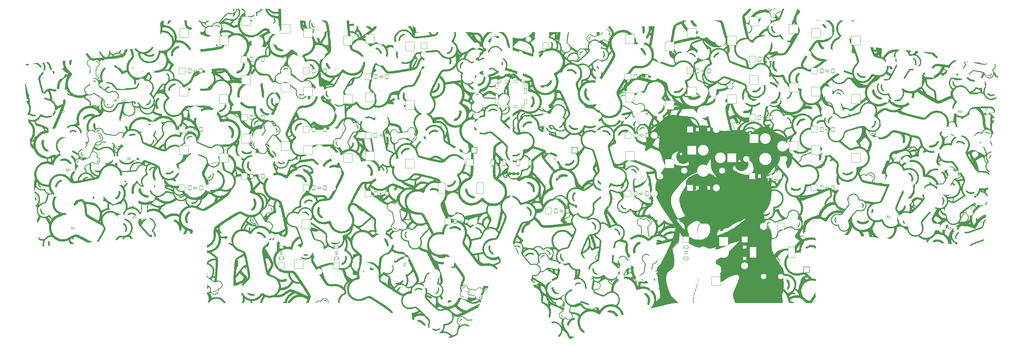
<source format=gbr>
%TF.GenerationSoftware,KiCad,Pcbnew,(6.0.6)*%
%TF.CreationDate,2022-07-17T13:15:03+02:00*%
%TF.ProjectId,main_wired,6d61696e-5f77-4697-9265-642e6b696361,v1.0.0*%
%TF.SameCoordinates,Original*%
%TF.FileFunction,Legend,Bot*%
%TF.FilePolarity,Positive*%
%FSLAX46Y46*%
G04 Gerber Fmt 4.6, Leading zero omitted, Abs format (unit mm)*
G04 Created by KiCad (PCBNEW (6.0.6)) date 2022-07-17 13:15:03*
%MOMM*%
%LPD*%
G01*
G04 APERTURE LIST*
G04 Aperture macros list*
%AMRoundRect*
0 Rectangle with rounded corners*
0 $1 Rounding radius*
0 $2 $3 $4 $5 $6 $7 $8 $9 X,Y pos of 4 corners*
0 Add a 4 corners polygon primitive as box body*
4,1,4,$2,$3,$4,$5,$6,$7,$8,$9,$2,$3,0*
0 Add four circle primitives for the rounded corners*
1,1,$1+$1,$2,$3*
1,1,$1+$1,$4,$5*
1,1,$1+$1,$6,$7*
1,1,$1+$1,$8,$9*
0 Add four rect primitives between the rounded corners*
20,1,$1+$1,$2,$3,$4,$5,0*
20,1,$1+$1,$4,$5,$6,$7,0*
20,1,$1+$1,$6,$7,$8,$9,0*
20,1,$1+$1,$8,$9,$2,$3,0*%
G04 Aperture macros list end*
%ADD10C,0.300000*%
%ADD11C,0.100000*%
%ADD12C,1.000000*%
%ADD13R,1.752600X1.752600*%
%ADD14C,1.752600*%
%ADD15C,1.100000*%
%ADD16C,3.100000*%
%ADD17C,1.801800*%
%ADD18C,3.529000*%
%ADD19RoundRect,0.050000X-1.408356X-1.181751X1.181751X-1.408356X1.408356X1.181751X-1.181751X1.408356X0*%
%ADD20RoundRect,0.050000X-1.738315X0.598550X-0.598550X-1.738315X1.738315X-0.598550X0.598550X1.738315X0*%
%ADD21RoundRect,0.050000X-0.850000X-0.850000X0.850000X-0.850000X0.850000X0.850000X-0.850000X0.850000X0*%
%ADD22O,1.800000X1.800000*%
%ADD23RoundRect,0.050000X-0.600000X0.450000X-0.600000X-0.450000X0.600000X-0.450000X0.600000X0.450000X0*%
%ADD24C,2.005000*%
%ADD25RoundRect,0.050000X-0.889000X0.889000X-0.889000X-0.889000X0.889000X-0.889000X0.889000X0.889000X0*%
%ADD26RoundRect,0.050000X-1.300000X-1.300000X1.300000X-1.300000X1.300000X1.300000X-1.300000X1.300000X0*%
%ADD27RoundRect,0.050000X-0.500000X-0.400000X0.500000X-0.400000X0.500000X0.400000X-0.500000X0.400000X0*%
%ADD28RoundRect,0.050000X-0.350000X-0.750000X0.350000X-0.750000X0.350000X0.750000X-0.350000X0.750000X0*%
%ADD29C,1.600000*%
%ADD30O,1.700000X2.300000*%
%ADD31RoundRect,0.050000X0.600000X-0.450000X0.600000X0.450000X-0.600000X0.450000X-0.600000X-0.450000X0*%
%ADD32RoundRect,0.050000X0.889000X-0.889000X0.889000X0.889000X-0.889000X0.889000X-0.889000X-0.889000X0*%
%ADD33C,1.700000*%
%ADD34RoundRect,0.050000X-0.450000X-0.600000X0.450000X-0.600000X0.450000X0.600000X-0.450000X0.600000X0*%
%ADD35RoundRect,0.050000X-0.889000X-0.889000X0.889000X-0.889000X0.889000X0.889000X-0.889000X0.889000X0*%
%ADD36RoundRect,0.050000X-1.000000X1.600000X-1.000000X-1.600000X1.000000X-1.600000X1.000000X1.600000X0*%
%ADD37RoundRect,0.050000X-1.000000X1.000000X-1.000000X-1.000000X1.000000X-1.000000X1.000000X1.000000X0*%
%ADD38C,2.100000*%
%ADD39RoundRect,0.050000X-0.500581X-0.558497X0.395994X-0.636937X0.500581X0.558497X-0.395994X0.636937X0*%
%ADD40RoundRect,0.050000X-0.963099X-0.808136X0.808136X-0.963099X0.963099X0.808136X-0.808136X0.963099X0*%
%ADD41RoundRect,0.050000X-0.685850X0.303496X-0.483394X-0.573437X0.685850X-0.303496X0.483394X0.573437X0*%
%ADD42RoundRect,0.050000X-1.066196X0.666234X-0.666234X-1.066196X1.066196X-0.666234X0.666234X1.066196X0*%
%ADD43RoundRect,0.050000X-1.181751X-1.408356X1.408356X-1.181751X1.181751X1.408356X-1.408356X1.181751X0*%
%ADD44RoundRect,0.050000X0.598550X-1.738315X1.738315X0.598550X-0.598550X1.738315X-1.738315X-0.598550X0*%
%ADD45RoundRect,0.050000X-0.395994X-0.636937X0.500581X-0.558497X0.395994X0.636937X-0.500581X0.558497X0*%
%ADD46RoundRect,0.050000X-0.808136X-0.963099X0.963099X-0.808136X0.808136X0.963099X-0.963099X0.808136X0*%
%ADD47RoundRect,0.050000X0.342009X-0.667480X0.736543X0.141435X-0.342009X0.667480X-0.736543X-0.141435X0*%
%ADD48RoundRect,0.050000X0.409316X-1.188740X1.188740X0.409316X-0.409316X1.188740X-1.188740X-0.409316X0*%
%ADD49RoundRect,0.050000X-0.450000X-0.850000X0.450000X-0.850000X0.450000X0.850000X-0.450000X0.850000X0*%
%ADD50RoundRect,0.050000X0.974245X-1.559117X1.559117X0.974245X-0.974245X1.559117X-1.559117X-0.974245X0*%
%ADD51RoundRect,0.050000X-1.559117X0.974245X-0.974245X-1.559117X1.559117X-0.974245X0.974245X1.559117X0*%
%ADD52RoundRect,0.050000X1.300000X-1.300000X1.300000X1.300000X-1.300000X1.300000X-1.300000X-1.300000X0*%
%ADD53RoundRect,0.050000X-1.300000X1.300000X-1.300000X-1.300000X1.300000X-1.300000X1.300000X1.300000X0*%
%ADD54RoundRect,0.050000X-0.876300X0.876300X-0.876300X-0.876300X0.876300X-0.876300X0.876300X0.876300X0*%
%ADD55C,1.852600*%
%ADD56RoundRect,0.050000X0.483394X-0.573437X0.685850X0.303496X-0.483394X0.573437X-0.685850X-0.303496X0*%
%ADD57RoundRect,0.050000X0.666234X-1.066196X1.066196X0.666234X-0.666234X1.066196X-1.066196X-0.666234X0*%
%ADD58RoundRect,0.050000X-0.736543X0.141435X-0.342009X-0.667480X0.736543X-0.141435X0.342009X0.667480X0*%
%ADD59RoundRect,0.050000X-1.188740X0.409316X-0.409316X-1.188740X1.188740X-0.409316X0.409316X1.188740X0*%
G04 APERTURE END LIST*
D10*
%TO.C,G\u002A\u002A\u002A*%
X212717428Y-77818000D02*
X212572285Y-77745428D01*
X212354571Y-77745428D01*
X212136857Y-77818000D01*
X211991714Y-77963142D01*
X211919142Y-78108285D01*
X211846571Y-78398571D01*
X211846571Y-78616285D01*
X211919142Y-78906571D01*
X211991714Y-79051714D01*
X212136857Y-79196857D01*
X212354571Y-79269428D01*
X212499714Y-79269428D01*
X212717428Y-79196857D01*
X212790000Y-79124285D01*
X212790000Y-78616285D01*
X212499714Y-78616285D01*
X213660857Y-77745428D02*
X213660857Y-78108285D01*
X213298000Y-77963142D02*
X213660857Y-78108285D01*
X214023714Y-77963142D01*
X213443142Y-78398571D02*
X213660857Y-78108285D01*
X213878571Y-78398571D01*
X214822000Y-77745428D02*
X214822000Y-78108285D01*
X214459142Y-77963142D02*
X214822000Y-78108285D01*
X215184857Y-77963142D01*
X214604285Y-78398571D02*
X214822000Y-78108285D01*
X215039714Y-78398571D01*
X215983142Y-77745428D02*
X215983142Y-78108285D01*
X215620285Y-77963142D02*
X215983142Y-78108285D01*
X216346000Y-77963142D01*
X215765428Y-78398571D02*
X215983142Y-78108285D01*
X216200857Y-78398571D01*
G36*
X116593602Y-51967400D02*
G01*
X116674610Y-52012588D01*
X116717048Y-52081728D01*
X116715037Y-52175614D01*
X116714711Y-52176926D01*
X116659392Y-52283453D01*
X116552585Y-52375658D01*
X116398147Y-52450614D01*
X116320544Y-52476091D01*
X116171958Y-52520399D01*
X116061973Y-52557195D01*
X115974565Y-52593421D01*
X115893708Y-52636023D01*
X115803377Y-52691944D01*
X115765673Y-52716528D01*
X115530360Y-52898101D01*
X115336643Y-53104504D01*
X115189013Y-53329782D01*
X115091957Y-53567981D01*
X115075325Y-53632328D01*
X115038393Y-53783241D01*
X115004217Y-53891726D01*
X114967219Y-53971248D01*
X114921816Y-54035269D01*
X114896854Y-54062925D01*
X114808522Y-54126661D01*
X114717377Y-54134330D01*
X114655152Y-54109229D01*
X114591703Y-54040959D01*
X114555077Y-53930858D01*
X114544621Y-53786476D01*
X114559681Y-53615359D01*
X114599603Y-53425056D01*
X114663735Y-53223113D01*
X114749318Y-53021451D01*
X114887496Y-52772819D01*
X115043700Y-52569344D01*
X115226250Y-52400516D01*
X115262616Y-52372947D01*
X115440507Y-52255087D01*
X115626867Y-52154831D01*
X115815816Y-52072971D01*
X116001474Y-52010302D01*
X116177961Y-51967616D01*
X116339398Y-51945708D01*
X116479905Y-51945372D01*
X116593602Y-51967400D01*
G37*
G36*
X104471707Y-47150803D02*
G01*
X104589348Y-47197128D01*
X104713096Y-47282378D01*
X104833608Y-47400625D01*
X104902158Y-47487288D01*
X105072789Y-47706441D01*
X105240563Y-47878647D01*
X105416424Y-48011758D01*
X105611317Y-48113623D01*
X105836187Y-48192091D01*
X105913963Y-48212960D01*
X106032853Y-48240316D01*
X106134511Y-48255262D01*
X106240267Y-48259245D01*
X106371453Y-48253710D01*
X106441651Y-48248713D01*
X106604789Y-48238239D01*
X106784150Y-48229754D01*
X106949305Y-48224609D01*
X107002304Y-48223809D01*
X107148082Y-48226536D01*
X107246550Y-48241108D01*
X107306496Y-48272559D01*
X107336708Y-48325927D01*
X107345970Y-48406248D01*
X107346096Y-48420855D01*
X107319378Y-48531923D01*
X107243837Y-48631608D01*
X107126388Y-48717802D01*
X106973948Y-48788397D01*
X106793434Y-48841288D01*
X106591762Y-48874365D01*
X106375850Y-48885523D01*
X106152613Y-48872653D01*
X105964624Y-48841760D01*
X105651411Y-48754952D01*
X105344284Y-48634172D01*
X105054487Y-48485513D01*
X104793265Y-48315065D01*
X104571863Y-48128919D01*
X104488820Y-48042331D01*
X104378169Y-47896896D01*
X104294848Y-47744955D01*
X104239921Y-47594464D01*
X104214451Y-47453381D01*
X104219502Y-47329665D01*
X104256135Y-47231272D01*
X104325416Y-47166161D01*
X104369514Y-47149330D01*
X104471707Y-47150803D01*
G37*
G36*
X86621742Y-45285774D02*
G01*
X86570461Y-45395581D01*
X86531044Y-45502215D01*
X86500056Y-45619469D01*
X86474060Y-45761134D01*
X86449623Y-45940999D01*
X86441529Y-46009240D01*
X86405607Y-46209184D01*
X86350567Y-46368434D01*
X86279317Y-46484164D01*
X86194766Y-46553547D01*
X86099819Y-46573757D01*
X85997386Y-46541968D01*
X85936997Y-46499693D01*
X85871394Y-46424815D01*
X85826440Y-46323457D01*
X85799780Y-46186889D01*
X85789056Y-46006380D01*
X85788587Y-45949668D01*
X85794038Y-45806181D01*
X85808826Y-45649396D01*
X85830602Y-45494508D01*
X85857019Y-45356714D01*
X85885728Y-45251209D01*
X85902863Y-45210123D01*
X85930256Y-45185881D01*
X85988634Y-45167869D01*
X86087352Y-45153972D01*
X86189976Y-45145232D01*
X86325036Y-45134635D01*
X86455910Y-45123002D01*
X86560292Y-45112356D01*
X86585780Y-45109321D01*
X86719012Y-45092444D01*
X86621742Y-45285774D01*
G37*
G36*
X76897203Y-46041173D02*
G01*
X77071480Y-46163456D01*
X77241249Y-46319309D01*
X77398092Y-46497667D01*
X77533588Y-46687463D01*
X77639318Y-46877630D01*
X77706861Y-47057103D01*
X77721483Y-47124538D01*
X77719240Y-47236756D01*
X77676242Y-47314713D01*
X77599851Y-47352365D01*
X77497430Y-47343665D01*
X77467481Y-47333080D01*
X77392714Y-47284765D01*
X77306879Y-47202782D01*
X77225191Y-47103485D01*
X77165621Y-47008658D01*
X77086405Y-46887784D01*
X76972741Y-46756331D01*
X76840160Y-46630087D01*
X76704194Y-46524836D01*
X76664648Y-46499461D01*
X76455365Y-46390532D01*
X76247419Y-46322612D01*
X76020900Y-46290281D01*
X75879523Y-46285701D01*
X75738730Y-46281736D01*
X75623628Y-46271212D01*
X75547691Y-46255511D01*
X75535298Y-46250384D01*
X75474542Y-46207390D01*
X75431151Y-46156466D01*
X75417732Y-46114048D01*
X75422872Y-46103817D01*
X75454223Y-46097058D01*
X75533902Y-46086420D01*
X75653929Y-46072779D01*
X75806327Y-46057012D01*
X75983116Y-46039993D01*
X76106372Y-46028762D01*
X76774383Y-45969196D01*
X76897203Y-46041173D01*
G37*
G36*
X115357267Y-33801036D02*
G01*
X115249797Y-33910791D01*
X115134826Y-34042709D01*
X115034683Y-34170959D01*
X115021450Y-34189524D01*
X114899910Y-34350257D01*
X114785223Y-34477624D01*
X114682696Y-34566635D01*
X114597638Y-34612298D01*
X114566389Y-34617374D01*
X114498725Y-34599285D01*
X114425382Y-34555132D01*
X114418138Y-34549125D01*
X114374144Y-34505415D01*
X114350427Y-34458396D01*
X114341050Y-34389299D01*
X114339899Y-34301906D01*
X114365768Y-34108933D01*
X114437557Y-33908064D01*
X114549720Y-33714739D01*
X114551778Y-33711840D01*
X114611123Y-33628498D01*
X115541712Y-33628498D01*
X115357267Y-33801036D01*
G37*
G36*
X117635326Y-41078191D02*
G01*
X117661875Y-41089170D01*
X117730541Y-41151831D01*
X117755026Y-41236228D01*
X117739567Y-41334965D01*
X117688402Y-41440647D01*
X117605769Y-41545879D01*
X117495906Y-41643264D01*
X117363050Y-41725407D01*
X117275276Y-41763848D01*
X116966077Y-41908613D01*
X116690782Y-42098256D01*
X116451006Y-42331282D01*
X116248365Y-42606196D01*
X116127936Y-42825954D01*
X116074804Y-42944373D01*
X116037099Y-43052370D01*
X116009411Y-43169932D01*
X115986330Y-43317049D01*
X115978450Y-43378332D01*
X115954487Y-43555364D01*
X115930782Y-43686991D01*
X115903913Y-43784194D01*
X115870461Y-43857957D01*
X115827004Y-43919260D01*
X115800970Y-43948131D01*
X115709309Y-44011946D01*
X115611192Y-44019948D01*
X115509490Y-43972057D01*
X115490278Y-43956868D01*
X115417879Y-43870212D01*
X115370597Y-43749627D01*
X115346318Y-43587948D01*
X115341869Y-43453536D01*
X115364672Y-43132692D01*
X115430186Y-42810044D01*
X115534067Y-42497749D01*
X115671972Y-42207967D01*
X115839555Y-41952857D01*
X115907369Y-41870646D01*
X116068854Y-41712387D01*
X116271030Y-41553263D01*
X116499011Y-41402631D01*
X116737914Y-41269849D01*
X116972854Y-41164277D01*
X117103632Y-41118526D01*
X117252234Y-41082665D01*
X117400884Y-41063436D01*
X117533832Y-41061669D01*
X117635326Y-41078191D01*
G37*
G36*
X87232097Y-65437424D02*
G01*
X87423166Y-65460590D01*
X87526750Y-65485865D01*
X87660252Y-65542566D01*
X87774085Y-65618453D01*
X87862385Y-65705605D01*
X87919285Y-65796107D01*
X87938920Y-65882038D01*
X87915424Y-65955482D01*
X87892544Y-65979665D01*
X87809673Y-66017064D01*
X87691929Y-66029389D01*
X87555061Y-66016681D01*
X87414814Y-65978982D01*
X87413170Y-65978377D01*
X87292421Y-65938114D01*
X87164761Y-65902160D01*
X87094602Y-65885934D01*
X86892772Y-65873089D01*
X86676283Y-65909405D01*
X86452864Y-65992160D01*
X86230248Y-66118634D01*
X86055303Y-66251704D01*
X85912570Y-66370663D01*
X85802971Y-66452926D01*
X85719481Y-66501551D01*
X85655073Y-66519593D01*
X85602721Y-66510109D01*
X85555399Y-66476154D01*
X85550450Y-66471307D01*
X85512928Y-66395879D01*
X85512626Y-66289815D01*
X85549063Y-66164574D01*
X85564777Y-66129699D01*
X85660704Y-65987460D01*
X85804158Y-65850286D01*
X85986164Y-65723831D01*
X86197746Y-65613750D01*
X86429926Y-65525695D01*
X86593815Y-65481550D01*
X86799115Y-65447819D01*
X87017978Y-65433139D01*
X87232097Y-65437424D01*
G37*
G36*
X295461991Y-34815860D02*
G01*
X295465742Y-34724475D01*
X295479991Y-34619357D01*
X295506137Y-34495677D01*
X295545577Y-34348605D01*
X295599711Y-34173313D01*
X295669936Y-33964971D01*
X295757652Y-33718749D01*
X295864256Y-33429819D01*
X295986416Y-33105806D01*
X296097958Y-32813811D01*
X296214024Y-32513028D01*
X296332019Y-32209971D01*
X296449346Y-31911157D01*
X296563408Y-31623099D01*
X296671608Y-31352313D01*
X296771350Y-31105314D01*
X296860038Y-30888616D01*
X296935074Y-30708735D01*
X296993863Y-30572186D01*
X297014687Y-30525822D01*
X297069954Y-30407394D01*
X297109286Y-30332061D01*
X297139487Y-30291188D01*
X297167361Y-30276141D01*
X297199711Y-30278284D01*
X297208194Y-30280226D01*
X297271043Y-30305173D01*
X297358203Y-30351487D01*
X297427892Y-30394399D01*
X297574761Y-30490982D01*
X297491463Y-30674692D01*
X297450458Y-30767270D01*
X297420718Y-30838499D01*
X297408238Y-30873979D01*
X297408165Y-30874832D01*
X297427659Y-30866637D01*
X297478803Y-30829408D01*
X297550585Y-30771170D01*
X297551637Y-30770283D01*
X297695109Y-30649306D01*
X297748787Y-30719158D01*
X297798901Y-30806876D01*
X297848240Y-30932184D01*
X297889920Y-31076494D01*
X297902795Y-31134828D01*
X297908119Y-31175878D01*
X297901442Y-31213047D01*
X297876385Y-31255412D01*
X297826568Y-31312049D01*
X297745614Y-31392034D01*
X297674436Y-31459745D01*
X297459438Y-31676872D01*
X297285622Y-31885060D01*
X297142476Y-32098189D01*
X297026839Y-32314705D01*
X296933037Y-32528726D01*
X296867565Y-32727574D01*
X296825318Y-32932164D01*
X296801191Y-33163409D01*
X296795776Y-33261201D01*
X296794583Y-33531587D01*
X296817152Y-33799430D01*
X296865513Y-34071907D01*
X296941697Y-34356197D01*
X297047734Y-34659480D01*
X297185654Y-34988934D01*
X297357490Y-35351738D01*
X297425187Y-35486293D01*
X297542760Y-35718912D01*
X297636008Y-35909460D01*
X297707508Y-36065556D01*
X297759840Y-36194820D01*
X297795582Y-36304871D01*
X297817313Y-36403330D01*
X297827612Y-36497815D01*
X297829057Y-36595947D01*
X297826167Y-36671150D01*
X297820997Y-36754834D01*
X297812964Y-36824942D01*
X297798509Y-36891475D01*
X297774077Y-36964431D01*
X297736111Y-37053810D01*
X297681053Y-37169612D01*
X297605347Y-37321835D01*
X297568971Y-37394199D01*
X297410738Y-37700966D01*
X297229963Y-38036887D01*
X297025334Y-38404210D01*
X296795539Y-38805181D01*
X296539266Y-39242046D01*
X296255202Y-39717053D01*
X295942035Y-40232448D01*
X295598453Y-40790478D01*
X295378863Y-41143960D01*
X295131880Y-41538743D01*
X294911287Y-41887686D01*
X294714978Y-42193745D01*
X294540849Y-42459877D01*
X294386793Y-42689037D01*
X294250707Y-42884182D01*
X294130483Y-43048267D01*
X294024018Y-43184250D01*
X293929205Y-43295086D01*
X293843939Y-43383732D01*
X293766115Y-43453143D01*
X293698934Y-43502784D01*
X293565377Y-43575926D01*
X293401859Y-43636460D01*
X293204218Y-43685013D01*
X292968295Y-43722205D01*
X292689927Y-43748662D01*
X292364954Y-43765007D01*
X291989212Y-43771862D01*
X291900866Y-43772157D01*
X291677435Y-43773368D01*
X291500003Y-43776944D01*
X291358089Y-43783551D01*
X291241209Y-43793854D01*
X291138882Y-43808522D01*
X291049300Y-43826284D01*
X290653051Y-43941669D01*
X290280155Y-44106201D01*
X289935381Y-44317062D01*
X289623498Y-44571433D01*
X289407652Y-44796465D01*
X289334653Y-44882253D01*
X289278229Y-44950431D01*
X289246711Y-44990842D01*
X289242870Y-44997324D01*
X289253884Y-45025503D01*
X289283190Y-45092216D01*
X289325185Y-45184793D01*
X289340222Y-45217453D01*
X289456701Y-45512016D01*
X289527878Y-45800824D01*
X289558288Y-46104756D01*
X289560093Y-46229610D01*
X289544610Y-46518579D01*
X289498448Y-46778925D01*
X289416419Y-47032455D01*
X289316008Y-47256097D01*
X289192003Y-47505609D01*
X289299745Y-47764662D01*
X289392527Y-48026270D01*
X289466091Y-48321688D01*
X289511637Y-48580047D01*
X289526310Y-48636314D01*
X289557791Y-48690293D01*
X289614850Y-48752899D01*
X289706257Y-48835045D01*
X289738666Y-48862583D01*
X290027465Y-49082213D01*
X290318331Y-49252643D01*
X290624025Y-49380161D01*
X290957309Y-49471054D01*
X290985604Y-49476944D01*
X291233832Y-49517057D01*
X291482574Y-49534505D01*
X291742577Y-49528742D01*
X292024590Y-49499222D01*
X292339360Y-49445399D01*
X292569434Y-49396488D01*
X292767118Y-49358936D01*
X292937996Y-49340681D01*
X293073714Y-49342136D01*
X293165919Y-49363715D01*
X293171888Y-49366706D01*
X293230866Y-49421664D01*
X293288402Y-49524112D01*
X293345776Y-49676945D01*
X293404267Y-49883058D01*
X293409921Y-49905487D01*
X293469558Y-50134742D01*
X293524784Y-50323201D01*
X293580850Y-50485746D01*
X293643005Y-50637258D01*
X293716499Y-50792616D01*
X293737845Y-50834950D01*
X293900220Y-51110398D01*
X294098596Y-51376175D01*
X294321756Y-51619648D01*
X294558486Y-51828187D01*
X294723346Y-51944771D01*
X294807592Y-51998111D01*
X294726417Y-51801262D01*
X294587422Y-51392181D01*
X294502109Y-50973029D01*
X294470348Y-50549149D01*
X294472522Y-50506671D01*
X295091739Y-50506671D01*
X295119246Y-50904676D01*
X295199366Y-51285237D01*
X295329937Y-51644789D01*
X295508799Y-51979771D01*
X295733789Y-52286621D01*
X296002745Y-52561776D01*
X296313507Y-52801675D01*
X296580961Y-52960678D01*
X296769941Y-53053294D01*
X296960459Y-53131168D01*
X297165949Y-53198673D01*
X297399848Y-53260180D01*
X297675592Y-53320060D01*
X297701364Y-53325210D01*
X297917165Y-53369310D01*
X298082724Y-53409229D01*
X298203364Y-53451046D01*
X298284410Y-53500841D01*
X298331187Y-53564695D01*
X298349019Y-53648689D01*
X298343231Y-53758902D01*
X298319147Y-53901416D01*
X298297839Y-54006359D01*
X298239367Y-54424555D01*
X298235932Y-54841484D01*
X298286172Y-55252424D01*
X298388723Y-55652654D01*
X298542222Y-56037453D01*
X298745304Y-56402100D01*
X298996606Y-56741874D01*
X299131260Y-56891918D01*
X299371303Y-57117080D01*
X299623181Y-57298102D01*
X299896556Y-57439932D01*
X300201088Y-57547520D01*
X300546439Y-57625817D01*
X300572570Y-57630359D01*
X300750041Y-57652321D01*
X300957838Y-57665013D01*
X301174834Y-57668161D01*
X301379905Y-57661487D01*
X301551928Y-57644716D01*
X301561446Y-57643273D01*
X301824372Y-57584368D01*
X301849630Y-57575904D01*
X303151765Y-57575904D01*
X303275720Y-57715939D01*
X303457250Y-57945997D01*
X303637085Y-58221143D01*
X303809184Y-58530126D01*
X303967511Y-58861691D01*
X304106026Y-59204589D01*
X304164357Y-59371880D01*
X304283911Y-59734277D01*
X304370676Y-59663165D01*
X304427008Y-59617800D01*
X304515561Y-59547408D01*
X304624020Y-59461746D01*
X304735889Y-59373846D01*
X304862551Y-59276311D01*
X305012057Y-59163693D01*
X305922432Y-59163693D01*
X305924690Y-59183487D01*
X305931653Y-59236599D01*
X305937118Y-59329557D01*
X305940234Y-59445707D01*
X305940630Y-59494683D01*
X305941275Y-59748965D01*
X306099254Y-59424049D01*
X306161440Y-59290290D01*
X306214694Y-59164799D01*
X306253436Y-59061469D01*
X306272088Y-58994197D01*
X306272237Y-58993181D01*
X306277357Y-58925468D01*
X306271400Y-58889171D01*
X306268013Y-58887230D01*
X306237134Y-58902416D01*
X306173493Y-58942475D01*
X306090109Y-58999160D01*
X306079090Y-59006902D01*
X305988184Y-59075007D01*
X305938587Y-59124272D01*
X305922432Y-59163693D01*
X305012057Y-59163693D01*
X305018204Y-59159063D01*
X305185640Y-59034927D01*
X305347652Y-58916728D01*
X305395076Y-58882585D01*
X305522718Y-58790839D01*
X305633710Y-58710670D01*
X305720154Y-58647814D01*
X305774152Y-58608007D01*
X305788471Y-58596875D01*
X305772285Y-58576364D01*
X305718690Y-58530529D01*
X305636498Y-58466555D01*
X305553088Y-58404982D01*
X305278263Y-58184675D01*
X305004308Y-57924720D01*
X304742311Y-57637849D01*
X304680183Y-57559573D01*
X305757108Y-57559573D01*
X305884249Y-57674294D01*
X306043441Y-57807000D01*
X306231216Y-57946329D01*
X306424653Y-58075653D01*
X306505829Y-58125206D01*
X306593133Y-58173386D01*
X306699937Y-58227614D01*
X306812519Y-58281516D01*
X306917155Y-58328716D01*
X307000124Y-58362843D01*
X307047703Y-58377520D01*
X307049299Y-58377652D01*
X307051627Y-58354882D01*
X307035191Y-58295373D01*
X307016342Y-58244460D01*
X306957739Y-58100623D01*
X306913599Y-58000145D01*
X306878754Y-57933402D01*
X306848034Y-57890764D01*
X306816272Y-57862605D01*
X306808471Y-57857293D01*
X306756745Y-57835778D01*
X306662488Y-57807779D01*
X306538781Y-57776816D01*
X306398708Y-57746407D01*
X306388784Y-57744421D01*
X306238773Y-57712204D01*
X306095184Y-57677189D01*
X305974589Y-57643666D01*
X305895282Y-57616646D01*
X305757108Y-57559573D01*
X304680183Y-57559573D01*
X304503359Y-57336790D01*
X304298538Y-57034277D01*
X304183308Y-56832114D01*
X304129072Y-56730946D01*
X304084070Y-56652198D01*
X304054755Y-56606908D01*
X304047764Y-56600246D01*
X304026243Y-56622147D01*
X303980856Y-56679875D01*
X303919847Y-56762762D01*
X303892369Y-56801346D01*
X303817499Y-56897383D01*
X303713609Y-57017086D01*
X303593583Y-57146212D01*
X303470306Y-57270519D01*
X303451433Y-57288730D01*
X303151765Y-57575904D01*
X301849630Y-57575904D01*
X302105423Y-57490188D01*
X302386680Y-57368619D01*
X302650223Y-57227547D01*
X302878131Y-57074859D01*
X302910444Y-57049596D01*
X303164747Y-56809987D01*
X303381122Y-56529929D01*
X303558902Y-56211453D01*
X303697422Y-55856588D01*
X303796018Y-55467365D01*
X303854024Y-55045813D01*
X303870775Y-54593963D01*
X303856126Y-54281338D01*
X304515195Y-54281338D01*
X304515986Y-54460246D01*
X304522885Y-54679980D01*
X304526533Y-54768689D01*
X304536429Y-54981812D01*
X304546506Y-55149573D01*
X304558060Y-55283107D01*
X304572389Y-55393548D01*
X304590790Y-55492031D01*
X304614561Y-55589690D01*
X304627843Y-55638064D01*
X304657173Y-55734890D01*
X304696083Y-55853296D01*
X304740565Y-55982268D01*
X304786611Y-56110791D01*
X304830215Y-56227851D01*
X304867368Y-56322435D01*
X304894064Y-56383529D01*
X304905401Y-56400912D01*
X304906940Y-56374424D01*
X304908215Y-56302022D01*
X304909019Y-56204862D01*
X305178924Y-56204862D01*
X305217778Y-56456120D01*
X305301284Y-56688081D01*
X305359604Y-56793368D01*
X305503780Y-56970849D01*
X305699858Y-57130022D01*
X305945913Y-57269771D01*
X306240018Y-57388980D01*
X306537167Y-57476036D01*
X306736104Y-57529241D01*
X306888137Y-57579985D01*
X307002343Y-57633518D01*
X307087796Y-57695087D01*
X307153574Y-57769942D01*
X307208750Y-57863330D01*
X307209528Y-57864867D01*
X307259105Y-57973605D01*
X307322654Y-58129768D01*
X307397794Y-58326694D01*
X307482146Y-58557717D01*
X307573330Y-58816173D01*
X307668968Y-59095399D01*
X307766679Y-59388731D01*
X307864084Y-59689504D01*
X307888820Y-59767324D01*
X307949055Y-59956871D01*
X308003828Y-60127860D01*
X308050815Y-60273150D01*
X308087694Y-60385599D01*
X308112142Y-60458066D01*
X308121735Y-60483370D01*
X308149164Y-60498667D01*
X308215239Y-60533063D01*
X308308061Y-60580400D01*
X308356441Y-60604813D01*
X308656924Y-60776629D01*
X308943134Y-60984497D01*
X309227072Y-61237295D01*
X309274683Y-61284087D01*
X309442866Y-61444526D01*
X309589267Y-61569910D01*
X309710332Y-61657555D01*
X309802504Y-61704777D01*
X309842166Y-61712591D01*
X309890997Y-61707623D01*
X309978901Y-61694404D01*
X310089484Y-61675465D01*
X310126234Y-61668749D01*
X310234785Y-61646268D01*
X310387518Y-61611380D01*
X310574140Y-61566688D01*
X310784355Y-61514792D01*
X311007868Y-61458294D01*
X311234386Y-61399796D01*
X311453612Y-61341901D01*
X311655252Y-61287208D01*
X311826220Y-61239126D01*
X311950140Y-61202626D01*
X312027355Y-61176637D01*
X312065685Y-61156841D01*
X312072952Y-61138917D01*
X312056975Y-61118548D01*
X312052249Y-61114301D01*
X311938735Y-61038862D01*
X311774901Y-60966135D01*
X311566932Y-60898701D01*
X311481422Y-60875958D01*
X311233875Y-60809953D01*
X311035913Y-60748488D01*
X310881105Y-60688682D01*
X310763017Y-60627658D01*
X310675217Y-60562537D01*
X310611273Y-60490440D01*
X310607327Y-60484770D01*
X310566690Y-60415708D01*
X310519258Y-60316268D01*
X310463746Y-60182964D01*
X310398865Y-60012310D01*
X310323331Y-59800820D01*
X310235857Y-59545008D01*
X310180044Y-59376726D01*
X310527493Y-59376726D01*
X310531456Y-59406883D01*
X310551984Y-59479124D01*
X310585337Y-59582799D01*
X310627779Y-59707258D01*
X310675571Y-59841850D01*
X310724976Y-59975926D01*
X310772254Y-60098835D01*
X310813669Y-60199928D01*
X310827217Y-60230684D01*
X310869182Y-60316627D01*
X310912230Y-60381187D01*
X310966112Y-60430054D01*
X311040584Y-60468918D01*
X311145397Y-60503468D01*
X311290306Y-60539395D01*
X311397336Y-60563274D01*
X311663685Y-60631697D01*
X311887734Y-60712868D01*
X312083274Y-60812686D01*
X312255439Y-60930348D01*
X312337817Y-60992856D01*
X312401296Y-61039314D01*
X312434115Y-61061152D01*
X312435870Y-61061808D01*
X312465125Y-61054316D01*
X312539471Y-61032948D01*
X312649957Y-61000343D01*
X312787633Y-60959136D01*
X312916182Y-60920280D01*
X313182243Y-60838361D01*
X313455068Y-60752239D01*
X313726588Y-60664618D01*
X313988737Y-60578203D01*
X314233447Y-60495701D01*
X314452652Y-60419817D01*
X314638284Y-60353255D01*
X314782276Y-60298722D01*
X314840645Y-60274902D01*
X315080801Y-60172769D01*
X315156840Y-59932614D01*
X315195278Y-59801081D01*
X315238196Y-59638215D01*
X315279404Y-59468174D01*
X315303147Y-59361458D01*
X315384071Y-59045951D01*
X315486918Y-58771849D01*
X315618710Y-58526050D01*
X315786466Y-58295454D01*
X315996279Y-58067875D01*
X316277177Y-57824891D01*
X316579747Y-57631660D01*
X316908863Y-57485765D01*
X317269396Y-57384793D01*
X317435304Y-57354583D01*
X317663122Y-57319154D01*
X317521734Y-57137233D01*
X317436504Y-57022926D01*
X317349197Y-56898421D01*
X317279005Y-56791126D01*
X317225414Y-56708850D01*
X317181688Y-56649941D01*
X317157156Y-56626948D01*
X317156953Y-56626941D01*
X317129304Y-56644153D01*
X317066242Y-56691720D01*
X316975526Y-56763537D01*
X316864914Y-56853499D01*
X316786609Y-56918325D01*
X316655627Y-57026469D01*
X316487222Y-57163920D01*
X316288398Y-57325071D01*
X316066160Y-57504314D01*
X315827513Y-57696040D01*
X315579461Y-57894640D01*
X315329010Y-58094507D01*
X315083164Y-58290031D01*
X314848928Y-58475605D01*
X314633306Y-58645619D01*
X314445095Y-58793070D01*
X314138111Y-59030296D01*
X313869811Y-59232651D01*
X313636553Y-59402697D01*
X313434691Y-59542998D01*
X313260582Y-59656118D01*
X313110582Y-59744619D01*
X313036253Y-59784128D01*
X312771683Y-59918487D01*
X312499435Y-59914048D01*
X312240146Y-59892038D01*
X311941259Y-59834323D01*
X311606298Y-59741717D01*
X311294817Y-59635798D01*
X311037204Y-59542237D01*
X310832048Y-59469455D01*
X310679367Y-59417457D01*
X310579180Y-59386250D01*
X310531506Y-59375841D01*
X310527493Y-59376726D01*
X310180044Y-59376726D01*
X310135157Y-59241389D01*
X310036540Y-58937970D01*
X309924647Y-58588608D01*
X309830189Y-58287543D01*
X309751862Y-58029763D01*
X309688363Y-57810256D01*
X309638389Y-57624010D01*
X309600635Y-57466011D01*
X309573798Y-57331248D01*
X309556575Y-57214709D01*
X309547662Y-57111380D01*
X309545726Y-57050745D01*
X309547333Y-56927851D01*
X309558970Y-56828536D01*
X309586301Y-56741327D01*
X309634993Y-56654753D01*
X309710711Y-56557342D01*
X309819121Y-56437621D01*
X309880406Y-56373071D01*
X310023841Y-56216044D01*
X310132035Y-56078564D01*
X310214613Y-55945820D01*
X310281197Y-55803002D01*
X310321931Y-55693493D01*
X310368311Y-55500712D01*
X310387459Y-55284427D01*
X310379324Y-55066300D01*
X310343854Y-54867992D01*
X310324009Y-54804582D01*
X310206198Y-54555873D01*
X310046916Y-54343326D01*
X309850622Y-54170187D01*
X309621777Y-54039701D01*
X309364838Y-53955114D01*
X309109606Y-53920725D01*
X308833287Y-53929083D01*
X308582741Y-53984092D01*
X308355147Y-54087457D01*
X308147689Y-54240882D01*
X307957546Y-54446073D01*
X307781901Y-54704733D01*
X307764827Y-54733950D01*
X307701813Y-54836737D01*
X307642979Y-54921460D01*
X307597616Y-54975166D01*
X307584243Y-54985675D01*
X307544518Y-54993094D01*
X307483588Y-54978444D01*
X307391367Y-54938516D01*
X307314556Y-54899921D01*
X307041121Y-54784691D01*
X306768536Y-54724010D01*
X306490056Y-54716431D01*
X306466719Y-54718123D01*
X306174766Y-54764229D01*
X305919193Y-54853373D01*
X305699094Y-54986130D01*
X305513565Y-55163076D01*
X305361704Y-55384786D01*
X305332389Y-55440289D01*
X305236019Y-55686449D01*
X305184934Y-55944806D01*
X305178924Y-56204862D01*
X304909019Y-56204862D01*
X304909106Y-56194300D01*
X304909492Y-56061852D01*
X304909500Y-56040678D01*
X304910992Y-55879320D01*
X304916728Y-55759091D01*
X304928596Y-55664659D01*
X304948483Y-55580695D01*
X304976474Y-55496796D01*
X305105311Y-55222415D01*
X305276846Y-54981808D01*
X305485921Y-54778703D01*
X305727379Y-54616824D01*
X305996062Y-54499898D01*
X306286814Y-54431649D01*
X306473249Y-54415499D01*
X306571804Y-54410522D01*
X306643680Y-54403435D01*
X306674699Y-54395684D01*
X306675008Y-54394905D01*
X306658263Y-54370187D01*
X306610981Y-54307069D01*
X306537759Y-54211412D01*
X306443189Y-54089077D01*
X306331867Y-53945923D01*
X306208387Y-53787812D01*
X306077344Y-53620604D01*
X305943331Y-53450160D01*
X305810944Y-53282339D01*
X305684776Y-53123003D01*
X305569423Y-52978012D01*
X305469478Y-52853226D01*
X305389535Y-52754505D01*
X305376753Y-52738894D01*
X305199114Y-52522458D01*
X305072015Y-52717024D01*
X304966870Y-52892137D01*
X304858658Y-53096641D01*
X304757798Y-53309172D01*
X304674707Y-53508367D01*
X304642696Y-53597438D01*
X304595874Y-53744393D01*
X304560851Y-53874782D01*
X304536489Y-54000084D01*
X304521650Y-54131777D01*
X304515195Y-54281338D01*
X303856126Y-54281338D01*
X303851276Y-54177831D01*
X303836569Y-53987881D01*
X303822531Y-53782761D01*
X303810574Y-53584693D01*
X303802113Y-53415902D01*
X303800889Y-53385644D01*
X303799939Y-53153288D01*
X303820066Y-52959031D01*
X303866517Y-52791118D01*
X303944537Y-52637799D01*
X304059371Y-52487319D01*
X304216264Y-52327927D01*
X304311380Y-52241869D01*
X304492035Y-52086882D01*
X304685192Y-51927393D01*
X305767088Y-51927393D01*
X306243941Y-52518379D01*
X306406309Y-52720170D01*
X306590508Y-52950027D01*
X306783466Y-53191576D01*
X306972111Y-53428445D01*
X307143371Y-53644262D01*
X307196641Y-53711611D01*
X307672488Y-54313857D01*
X307796470Y-54172127D01*
X307934264Y-54039028D01*
X308107727Y-53907695D01*
X308297165Y-53791197D01*
X308482883Y-53702604D01*
X308530882Y-53684802D01*
X308698799Y-53643417D01*
X308896483Y-53620159D01*
X309104236Y-53615305D01*
X309302362Y-53629133D01*
X309471163Y-53661921D01*
X309500712Y-53671130D01*
X309789835Y-53796009D01*
X310042893Y-53961623D01*
X310256697Y-54165241D01*
X310428054Y-54404129D01*
X310487449Y-54516091D01*
X310608399Y-54823166D01*
X310673232Y-55123706D01*
X310681981Y-55417509D01*
X310634680Y-55704376D01*
X310531363Y-55984104D01*
X310372065Y-56256493D01*
X310156818Y-56521342D01*
X310148786Y-56529925D01*
X310023443Y-56665271D01*
X309933389Y-56769631D01*
X309873927Y-56851941D01*
X309840358Y-56921141D01*
X309827987Y-56986169D01*
X309832114Y-57055965D01*
X309842402Y-57112916D01*
X309862049Y-57197946D01*
X309893079Y-57319932D01*
X309933119Y-57470551D01*
X309979793Y-57641482D01*
X310030727Y-57824402D01*
X310083546Y-58010990D01*
X310135876Y-58192922D01*
X310185343Y-58361877D01*
X310229572Y-58509532D01*
X310266188Y-58627565D01*
X310292818Y-58707654D01*
X310307055Y-58741444D01*
X310336703Y-58750534D01*
X310409601Y-58767300D01*
X310513454Y-58789021D01*
X310591772Y-58804513D01*
X310991804Y-58902584D01*
X311397752Y-59044205D01*
X311563226Y-59113288D01*
X311808546Y-59214849D01*
X312013378Y-59286828D01*
X312184635Y-59330404D01*
X312329228Y-59346758D01*
X312454068Y-59337068D01*
X312566069Y-59302515D01*
X312594483Y-59289335D01*
X312699532Y-59229816D01*
X312844153Y-59136448D01*
X313024833Y-59011939D01*
X313238055Y-58858998D01*
X313480306Y-58680335D01*
X313748071Y-58478658D01*
X314037835Y-58256677D01*
X314346083Y-58017100D01*
X314669300Y-57762636D01*
X315003972Y-57495995D01*
X315346585Y-57219886D01*
X315693622Y-56937018D01*
X316041571Y-56650099D01*
X316322320Y-56416036D01*
X316466950Y-56294983D01*
X316597561Y-56185946D01*
X316707783Y-56094217D01*
X316791248Y-56025091D01*
X316841589Y-55983861D01*
X316853204Y-55974742D01*
X316856793Y-55942122D01*
X316846996Y-55867746D01*
X316825823Y-55764232D01*
X316808189Y-55692206D01*
X316723316Y-55263915D01*
X316682669Y-54813968D01*
X316684689Y-54528154D01*
X317334361Y-54528154D01*
X317335447Y-54776329D01*
X317365302Y-55123040D01*
X317428279Y-55440776D01*
X317529444Y-55749611D01*
X317649385Y-56020405D01*
X317862391Y-56392080D01*
X318120304Y-56732971D01*
X318418346Y-57039200D01*
X318751734Y-57306893D01*
X319115689Y-57532175D01*
X319505431Y-57711169D01*
X319883916Y-57831952D01*
X320013532Y-57863467D01*
X320123361Y-57885292D01*
X320229467Y-57899080D01*
X320347916Y-57906487D01*
X320494775Y-57909167D01*
X320632636Y-57909074D01*
X321009436Y-57890691D01*
X321363968Y-57837342D01*
X321702965Y-57746205D01*
X322033157Y-57614453D01*
X322361276Y-57439264D01*
X322694052Y-57217811D01*
X323038217Y-56947272D01*
X323147208Y-56853924D01*
X323273613Y-56747344D01*
X323398433Y-56648472D01*
X323509687Y-56566376D01*
X323595396Y-56510122D01*
X323617219Y-56498179D01*
X323702692Y-56457948D01*
X323759799Y-56442058D01*
X323809766Y-56447767D01*
X323860575Y-56466758D01*
X323936751Y-56517663D01*
X324039395Y-56617544D01*
X324167887Y-56765788D01*
X324184644Y-56786343D01*
X324336192Y-56967313D01*
X324471780Y-57114264D01*
X324605538Y-57241010D01*
X324751593Y-57361362D01*
X324844722Y-57431630D01*
X325189243Y-57653661D01*
X325572021Y-57843003D01*
X325982442Y-57995338D01*
X326409895Y-58106352D01*
X326581103Y-58137870D01*
X326779637Y-58160420D01*
X327009647Y-58170851D01*
X327254075Y-58169678D01*
X327495864Y-58157416D01*
X327717955Y-58134579D01*
X327903290Y-58101682D01*
X327920839Y-58097437D01*
X328262445Y-57984361D01*
X328597313Y-57820490D01*
X328919571Y-57611531D01*
X329223347Y-57363190D01*
X329502770Y-57081174D01*
X329751968Y-56771188D01*
X329965070Y-56438940D01*
X330136204Y-56090135D01*
X330220425Y-55862608D01*
X330286809Y-55629056D01*
X330339687Y-55386841D01*
X330374693Y-55158113D01*
X330386015Y-55022563D01*
X330394260Y-54844993D01*
X330066787Y-54832438D01*
X329625856Y-54799525D01*
X329194362Y-54736308D01*
X328785281Y-54645308D01*
X328411591Y-54529047D01*
X328314117Y-54491931D01*
X328206828Y-54449632D01*
X328121186Y-54416664D01*
X328069380Y-54397680D01*
X328059834Y-54394880D01*
X328056427Y-54420602D01*
X328057621Y-54488147D01*
X328063149Y-54583040D01*
X328063337Y-54585592D01*
X328068311Y-54813030D01*
X328053089Y-55052363D01*
X328019956Y-55280459D01*
X327977520Y-55454416D01*
X327867849Y-55739244D01*
X327719689Y-56020149D01*
X327542780Y-56281594D01*
X327346864Y-56508043D01*
X327272314Y-56579125D01*
X327065201Y-56732679D01*
X326816443Y-56863351D01*
X326537069Y-56968708D01*
X326238111Y-57046318D01*
X325930600Y-57093747D01*
X325625567Y-57108564D01*
X325334042Y-57088334D01*
X325136544Y-57050153D01*
X324830408Y-56945502D01*
X324531545Y-56793233D01*
X324253059Y-56601787D01*
X324008055Y-56379605D01*
X323894500Y-56250084D01*
X323836469Y-56174992D01*
X323784210Y-56099755D01*
X323732626Y-56015180D01*
X323676622Y-55912072D01*
X323611103Y-55781240D01*
X323530972Y-55613488D01*
X323472959Y-55489573D01*
X323414332Y-55377227D01*
X323357653Y-55311935D01*
X323288501Y-55286665D01*
X323192452Y-55294386D01*
X323111083Y-55313169D01*
X322761713Y-55377638D01*
X322420788Y-55387565D01*
X322081078Y-55342697D01*
X321806963Y-55267728D01*
X321459632Y-55128841D01*
X321157043Y-54957517D01*
X320895779Y-54750875D01*
X320672420Y-54506035D01*
X320483550Y-54220116D01*
X320419189Y-54098242D01*
X320311764Y-53858246D01*
X320238724Y-53633381D01*
X320195427Y-53403423D01*
X320177228Y-53148148D01*
X320175929Y-53038732D01*
X320186307Y-52767941D01*
X320219946Y-52529501D01*
X320281623Y-52302363D01*
X320376118Y-52065479D01*
X320416453Y-51979221D01*
X320590039Y-51674106D01*
X320796897Y-51412337D01*
X321039773Y-51191655D01*
X321321412Y-51009806D01*
X321644559Y-50864533D01*
X321857830Y-50794474D01*
X322076678Y-50736324D01*
X322272405Y-50697756D01*
X322468354Y-50675520D01*
X322687868Y-50666366D01*
X322783118Y-50665641D01*
X323019795Y-50660123D01*
X323205596Y-50643375D01*
X323345183Y-50614590D01*
X323443218Y-50572962D01*
X323480348Y-50545021D01*
X323527436Y-50490871D01*
X323596447Y-50398380D01*
X323680369Y-50277747D01*
X323772193Y-50139168D01*
X323864910Y-49992844D01*
X323905398Y-49926622D01*
X323967647Y-49823522D01*
X323762266Y-49710198D01*
X323536570Y-49575111D01*
X323309794Y-49420506D01*
X323103736Y-49261692D01*
X323015916Y-49186057D01*
X322942227Y-49120892D01*
X322886488Y-49073960D01*
X322860296Y-49055010D01*
X322859998Y-49054972D01*
X322837129Y-49073611D01*
X322781564Y-49124782D01*
X322700863Y-49201364D01*
X322602589Y-49296235D01*
X322567486Y-49330445D01*
X322321153Y-49549362D01*
X322069144Y-49726659D01*
X321798040Y-49869812D01*
X321494419Y-49986295D01*
X321273368Y-50051223D01*
X321024110Y-50117369D01*
X320957713Y-50280735D01*
X320854276Y-50494892D01*
X320726553Y-50681305D01*
X320568050Y-50845742D01*
X320372270Y-50993974D01*
X320132719Y-51131768D01*
X319855662Y-51259536D01*
X319509145Y-51415190D01*
X319207894Y-51572641D01*
X318940915Y-51738959D01*
X318697214Y-51921214D01*
X318465797Y-52126474D01*
X318386474Y-52204250D01*
X318079561Y-52548324D01*
X317824330Y-52912003D01*
X317621487Y-53293557D01*
X317471739Y-53691254D01*
X317375795Y-54103364D01*
X317334361Y-54528154D01*
X316684689Y-54528154D01*
X316685909Y-54355453D01*
X316732698Y-53901455D01*
X316822695Y-53465061D01*
X316870180Y-53300077D01*
X316898631Y-53205342D01*
X316909466Y-53152250D01*
X316903206Y-53128930D01*
X316880373Y-53123509D01*
X316877932Y-53123492D01*
X316824680Y-53127321D01*
X316726628Y-53137855D01*
X316594893Y-53153664D01*
X316440595Y-53173319D01*
X316274853Y-53195392D01*
X316108783Y-53218452D01*
X315953505Y-53241072D01*
X315900156Y-53249175D01*
X315579033Y-53287072D01*
X315298527Y-53293598D01*
X315051064Y-53266893D01*
X314829073Y-53205098D01*
X314624980Y-53106354D01*
X314431214Y-52968800D01*
X314307674Y-52858141D01*
X314157027Y-52707191D01*
X313975117Y-52515331D01*
X313776904Y-52298956D01*
X314939533Y-52298956D01*
X315018806Y-52372181D01*
X315083449Y-52427874D01*
X315116162Y-52444749D01*
X315123181Y-52433203D01*
X315102043Y-52411388D01*
X315049476Y-52372259D01*
X315031357Y-52359978D01*
X314939533Y-52298956D01*
X313776904Y-52298956D01*
X313765312Y-52286302D01*
X313530980Y-52023846D01*
X313275488Y-51731707D01*
X313241535Y-51692188D01*
X315217148Y-51692188D01*
X315228844Y-51716341D01*
X315282477Y-51761172D01*
X315369886Y-51821218D01*
X315482911Y-51891015D01*
X315613393Y-51965100D01*
X315670029Y-51995438D01*
X315908164Y-52104049D01*
X316170061Y-52194641D01*
X316442405Y-52264505D01*
X316711882Y-52310934D01*
X316965176Y-52331221D01*
X317188974Y-52322659D01*
X317242203Y-52315119D01*
X317298890Y-52298853D01*
X317349007Y-52264439D01*
X317404444Y-52201157D01*
X317468231Y-52111375D01*
X317583247Y-51960168D01*
X317732695Y-51790503D01*
X317903925Y-51615173D01*
X318084292Y-51446969D01*
X318261145Y-51298685D01*
X318305304Y-51264737D01*
X318435167Y-51160684D01*
X318528629Y-51068644D01*
X318599320Y-50974356D01*
X318626909Y-50928147D01*
X318735542Y-50755721D01*
X318857739Y-50589179D01*
X319601379Y-50589179D01*
X319728521Y-50515379D01*
X319816156Y-50461020D01*
X319925918Y-50388133D01*
X320034713Y-50312073D01*
X320039310Y-50308754D01*
X320119784Y-50246404D01*
X320173311Y-50196655D01*
X320191389Y-50167757D01*
X320188202Y-50164227D01*
X320147880Y-50173813D01*
X320075784Y-50210916D01*
X319984024Y-50267457D01*
X319884710Y-50335355D01*
X319789954Y-50406531D01*
X319711864Y-50472906D01*
X319683792Y-50500758D01*
X319601379Y-50589179D01*
X318857739Y-50589179D01*
X318874374Y-50566507D01*
X319029024Y-50378444D01*
X319185114Y-50209468D01*
X319264284Y-50133072D01*
X319452839Y-49960295D01*
X319371714Y-49928935D01*
X319295296Y-49904323D01*
X319194226Y-49877745D01*
X319145244Y-49866618D01*
X319035545Y-49853470D01*
X318949538Y-49871677D01*
X318876822Y-49927839D01*
X318806996Y-50028552D01*
X318764715Y-50107994D01*
X318567911Y-50446060D01*
X318333745Y-50746822D01*
X318058848Y-51013516D01*
X317739851Y-51249374D01*
X317373384Y-51457631D01*
X317342553Y-51472884D01*
X317073715Y-51593969D01*
X316825636Y-51680442D01*
X316579292Y-51736743D01*
X316315657Y-51767311D01*
X316041424Y-51776525D01*
X315831899Y-51774826D01*
X315666449Y-51766954D01*
X315532887Y-51751992D01*
X315422755Y-51729958D01*
X315325583Y-51707510D01*
X315252367Y-51693875D01*
X315217825Y-51691755D01*
X315217148Y-51692188D01*
X313241535Y-51692188D01*
X313002204Y-51413626D01*
X312906596Y-51301134D01*
X312774221Y-51145023D01*
X312653618Y-51002896D01*
X312563023Y-50896222D01*
X313710333Y-50896222D01*
X313716825Y-50919069D01*
X313750307Y-50972447D01*
X313801205Y-51043804D01*
X313859944Y-51120591D01*
X313916947Y-51190254D01*
X313962642Y-51240245D01*
X313986380Y-51258065D01*
X313978520Y-51235451D01*
X313950767Y-51175415D01*
X313909062Y-51090790D01*
X313907623Y-51087939D01*
X313844733Y-50976182D01*
X313791161Y-50912719D01*
X313740696Y-50891514D01*
X313710333Y-50896222D01*
X312563023Y-50896222D01*
X312549665Y-50880493D01*
X312467242Y-50783558D01*
X312411229Y-50717831D01*
X312386503Y-50689055D01*
X312386053Y-50688554D01*
X312352335Y-50678318D01*
X312274557Y-50665424D01*
X312164991Y-50651663D01*
X312059744Y-50640962D01*
X311913923Y-50629170D01*
X311811980Y-50625567D01*
X311741836Y-50630504D01*
X311691409Y-50644333D01*
X311674581Y-50652159D01*
X311643545Y-50671779D01*
X311605593Y-50703927D01*
X311556199Y-50753655D01*
X311490836Y-50826019D01*
X311404980Y-50926072D01*
X311294104Y-51058867D01*
X311153683Y-51229459D01*
X311111740Y-51280672D01*
X310890584Y-51511360D01*
X310628374Y-51718421D01*
X310338465Y-51893481D01*
X310034212Y-52028164D01*
X309811502Y-52095987D01*
X309638098Y-52125786D01*
X309429541Y-52142502D01*
X309205666Y-52146058D01*
X308986310Y-52136379D01*
X308791308Y-52113389D01*
X308723271Y-52100158D01*
X308382600Y-51999513D01*
X308060914Y-51856993D01*
X307765719Y-51677532D01*
X307504524Y-51466064D01*
X307284836Y-51227524D01*
X307186755Y-51090199D01*
X307080065Y-50925128D01*
X306515155Y-51353287D01*
X306354608Y-51475110D01*
X306204268Y-51589452D01*
X306071535Y-51690664D01*
X305963804Y-51773100D01*
X305888475Y-51831113D01*
X305858666Y-51854419D01*
X305767088Y-51927393D01*
X304685192Y-51927393D01*
X304708351Y-51908271D01*
X304956054Y-51709161D01*
X305230873Y-51492675D01*
X305528534Y-51261936D01*
X305844766Y-51020067D01*
X306175296Y-50770192D01*
X306330499Y-50654090D01*
X307442475Y-50654090D01*
X307447903Y-50682871D01*
X307483962Y-50744296D01*
X307543500Y-50828984D01*
X307619368Y-50927559D01*
X307704417Y-51030643D01*
X307791495Y-51128857D01*
X307854015Y-51193861D01*
X307972383Y-51304449D01*
X308085578Y-51391950D01*
X308214297Y-51470875D01*
X308348963Y-51540864D01*
X308566363Y-51639909D01*
X308758526Y-51706332D01*
X308943162Y-51744240D01*
X309137978Y-51757740D01*
X309274683Y-51755529D01*
X309443828Y-51743140D01*
X309586688Y-51718004D01*
X309733053Y-51674363D01*
X309778287Y-51658203D01*
X309960098Y-51581586D01*
X310139658Y-51484328D01*
X310322475Y-51362051D01*
X310514057Y-51210376D01*
X310719909Y-51024924D01*
X310945539Y-50801315D01*
X311196454Y-50535173D01*
X311212050Y-50518174D01*
X311362503Y-50367856D01*
X311501167Y-50262754D01*
X311639931Y-50196777D01*
X311790679Y-50163833D01*
X311916434Y-50157139D01*
X311994851Y-50161151D01*
X312118005Y-50172377D01*
X312274792Y-50189383D01*
X312454109Y-50210732D01*
X312644851Y-50234991D01*
X312835915Y-50260725D01*
X313016195Y-50286498D01*
X313174590Y-50310876D01*
X313299993Y-50332424D01*
X313350313Y-50342427D01*
X313428057Y-50359148D01*
X313308595Y-50137928D01*
X313242873Y-50004602D01*
X313173789Y-49845789D01*
X313113673Y-49690286D01*
X313099724Y-49650062D01*
X313010315Y-49383417D01*
X312704001Y-49331841D01*
X312325014Y-49255264D01*
X311977821Y-49156126D01*
X311639784Y-49027035D01*
X311337670Y-48885688D01*
X311140919Y-48794416D01*
X310949405Y-48719709D01*
X310775040Y-48665499D01*
X310629735Y-48635714D01*
X310566282Y-48631168D01*
X310503422Y-48635880D01*
X310434673Y-48652138D01*
X310353918Y-48683121D01*
X310255039Y-48732009D01*
X310131922Y-48801982D01*
X309978447Y-48896220D01*
X309788500Y-49017902D01*
X309656107Y-49104341D01*
X309486098Y-49217300D01*
X309285055Y-49353240D01*
X309061034Y-49506520D01*
X308822094Y-49671500D01*
X308576292Y-49842538D01*
X308331684Y-50013994D01*
X308096329Y-50180226D01*
X307878284Y-50335594D01*
X307685606Y-50474456D01*
X307526352Y-50591173D01*
X307442475Y-50654090D01*
X306330499Y-50654090D01*
X306515852Y-50515434D01*
X306862161Y-50258916D01*
X307209950Y-50003761D01*
X307554948Y-49753094D01*
X307892881Y-49510036D01*
X308219477Y-49277711D01*
X308530465Y-49059244D01*
X308821570Y-48857756D01*
X309088522Y-48676371D01*
X309327047Y-48518213D01*
X309532873Y-48386405D01*
X309701727Y-48284070D01*
X309800888Y-48228878D01*
X310034755Y-48124102D01*
X310251446Y-48063152D01*
X310445014Y-48047534D01*
X310499237Y-48052112D01*
X310719945Y-48091978D01*
X310977419Y-48157754D01*
X311260269Y-48245783D01*
X311557108Y-48352409D01*
X311856544Y-48473975D01*
X311972903Y-48525246D01*
X312241328Y-48634710D01*
X312505542Y-48720615D01*
X312748364Y-48777589D01*
X312813448Y-48788092D01*
X312947653Y-48807105D01*
X312947653Y-48595618D01*
X312965597Y-48368139D01*
X313017341Y-48108712D01*
X313099749Y-47828153D01*
X313209689Y-47537282D01*
X313330755Y-47273274D01*
X313452626Y-47055347D01*
X313607890Y-46818578D01*
X313785360Y-46578849D01*
X313973850Y-46352042D01*
X314001141Y-46321492D01*
X314105485Y-46200762D01*
X314206935Y-46074574D01*
X314292722Y-45959290D01*
X314342910Y-45883561D01*
X314397057Y-45783245D01*
X314428225Y-45692381D01*
X314436009Y-45598785D01*
X314420001Y-45490274D01*
X314379797Y-45354667D01*
X314319870Y-45192355D01*
X314275631Y-45066795D01*
X314241272Y-44947707D01*
X314221734Y-44853287D01*
X314219066Y-44821053D01*
X314210553Y-44773862D01*
X314186831Y-44682916D01*
X314150626Y-44556696D01*
X314104660Y-44403684D01*
X314051659Y-44232359D01*
X313994348Y-44051203D01*
X313935451Y-43868696D01*
X313877693Y-43693321D01*
X313823798Y-43533557D01*
X313776491Y-43397885D01*
X313738497Y-43294787D01*
X313712540Y-43232743D01*
X313704475Y-43219284D01*
X313671947Y-43208220D01*
X313597814Y-43191155D01*
X313496231Y-43171252D01*
X313462805Y-43165251D01*
X313282487Y-43131325D01*
X313148324Y-43099986D01*
X313050279Y-43067846D01*
X312978315Y-43031517D01*
X312922396Y-42987612D01*
X312914935Y-42980327D01*
X312869929Y-42928745D01*
X312845793Y-42875611D01*
X312836336Y-42800833D01*
X312835145Y-42721272D01*
X312840016Y-42609181D01*
X312852542Y-42466861D01*
X312870346Y-42319694D01*
X312877019Y-42274104D01*
X312901364Y-42063640D01*
X312914626Y-41831819D01*
X312916770Y-41596495D01*
X312907758Y-41375522D01*
X312887552Y-41186754D01*
X312879362Y-41139382D01*
X312777916Y-40754352D01*
X312627839Y-40390055D01*
X312432572Y-40052296D01*
X312195559Y-39746879D01*
X311920242Y-39479608D01*
X311871009Y-39439287D01*
X311701712Y-39311271D01*
X311552875Y-39217939D01*
X311407542Y-39151632D01*
X311248756Y-39104689D01*
X311059559Y-39069452D01*
X311048600Y-39067800D01*
X310887900Y-39038223D01*
X310714330Y-38997378D01*
X310556110Y-38952202D01*
X310497654Y-38932386D01*
X310369874Y-38888579D01*
X310266033Y-38861777D01*
X310162842Y-38848081D01*
X310037011Y-38843592D01*
X309966897Y-38843537D01*
X309667708Y-38864930D01*
X309374618Y-38928376D01*
X309074115Y-39037198D01*
X308949766Y-39093720D01*
X308583345Y-39297789D01*
X308257292Y-39539403D01*
X307973407Y-39816821D01*
X307733488Y-40128303D01*
X307550995Y-40447848D01*
X307426261Y-40742726D01*
X307340367Y-41039855D01*
X307291795Y-41349732D01*
X307279026Y-41682854D01*
X307300542Y-42049715D01*
X307308431Y-42124552D01*
X307328999Y-42348728D01*
X307343133Y-42589087D01*
X307350692Y-42832478D01*
X307351534Y-43065747D01*
X307345516Y-43275742D01*
X307332497Y-43449309D01*
X307323487Y-43517263D01*
X307303296Y-43621807D01*
X307275565Y-43721181D01*
X307237445Y-43818151D01*
X307186088Y-43915484D01*
X307118647Y-44015945D01*
X307032273Y-44122299D01*
X306924120Y-44237313D01*
X306791338Y-44363751D01*
X306631079Y-44504380D01*
X306440497Y-44661964D01*
X306216743Y-44839271D01*
X305956968Y-45039065D01*
X305658326Y-45264113D01*
X305317968Y-45517179D01*
X305093148Y-45683173D01*
X304589382Y-46053479D01*
X304127856Y-46390593D01*
X303706170Y-46695977D01*
X303321929Y-46971090D01*
X302972733Y-47217392D01*
X302656186Y-47436342D01*
X302369889Y-47629399D01*
X302111446Y-47798025D01*
X301878458Y-47943678D01*
X301668528Y-48067818D01*
X301479258Y-48171906D01*
X301308250Y-48257399D01*
X301153108Y-48325759D01*
X301011432Y-48378445D01*
X300880826Y-48416917D01*
X300758893Y-48442635D01*
X300643233Y-48457057D01*
X300531450Y-48461644D01*
X300529381Y-48461646D01*
X300398600Y-48454667D01*
X300268447Y-48431345D01*
X300127951Y-48388097D01*
X299966139Y-48321345D01*
X299772040Y-48227505D01*
X299702470Y-48191769D01*
X299418020Y-48050154D01*
X299166128Y-47938655D01*
X298934783Y-47852647D01*
X298711977Y-47787506D01*
X298566563Y-47754269D01*
X298325854Y-47718539D01*
X298056781Y-47701693D01*
X297777017Y-47703255D01*
X297504236Y-47722749D01*
X297256110Y-47759697D01*
X297114411Y-47793420D01*
X296737574Y-47926419D01*
X296397562Y-48100504D01*
X296089555Y-48318570D01*
X295821781Y-48569552D01*
X295576607Y-48869076D01*
X295381764Y-49193217D01*
X295236953Y-49542768D01*
X295141877Y-49918520D01*
X295096237Y-50321264D01*
X295091739Y-50506671D01*
X294472522Y-50506671D01*
X294492007Y-50125882D01*
X294566958Y-49708571D01*
X294695068Y-49302558D01*
X294793125Y-49075510D01*
X294984133Y-48735516D01*
X295223298Y-48409089D01*
X295502550Y-48104189D01*
X295813818Y-47828773D01*
X296149031Y-47590802D01*
X296488363Y-47403781D01*
X296830617Y-47259311D01*
X297166786Y-47156393D01*
X297514819Y-47090673D01*
X297892665Y-47057797D01*
X297919586Y-47056657D01*
X298303865Y-47041364D01*
X298232656Y-46826199D01*
X298168355Y-46555313D01*
X298166599Y-46506662D01*
X298761739Y-46506662D01*
X298768359Y-46612364D01*
X298794724Y-46726507D01*
X298821452Y-46810387D01*
X298878674Y-46965415D01*
X298933771Y-47076725D01*
X298996285Y-47155890D01*
X299075761Y-47214480D01*
X299181743Y-47264067D01*
X299202269Y-47272120D01*
X299307189Y-47316499D01*
X299443263Y-47379635D01*
X299592258Y-47452827D01*
X299724961Y-47521509D01*
X299984341Y-47650748D01*
X300215830Y-47747680D01*
X300414968Y-47810702D01*
X300577296Y-47838210D01*
X300608692Y-47839344D01*
X300733575Y-47824475D01*
X300870904Y-47774844D01*
X300916694Y-47752741D01*
X301043660Y-47683400D01*
X301212088Y-47583057D01*
X301418030Y-47454344D01*
X301657538Y-47299889D01*
X301926665Y-47122325D01*
X302221463Y-46924280D01*
X302537985Y-46708387D01*
X302872283Y-46477274D01*
X303220410Y-46233573D01*
X303578418Y-45979913D01*
X303595706Y-45967587D01*
X303752170Y-45855630D01*
X303894511Y-45753074D01*
X304015839Y-45664942D01*
X304109261Y-45596256D01*
X304167888Y-45552038D01*
X304183947Y-45538916D01*
X304193563Y-45519508D01*
X304169349Y-45505275D01*
X304103245Y-45493637D01*
X304013542Y-45484348D01*
X303635660Y-45424777D01*
X303249284Y-45315810D01*
X302864525Y-45161406D01*
X302491494Y-44965524D01*
X302195400Y-44772393D01*
X302015522Y-44638175D01*
X301855126Y-44505806D01*
X301701880Y-44363734D01*
X301543453Y-44200402D01*
X301367512Y-44004258D01*
X301332238Y-43963659D01*
X301221267Y-43838590D01*
X301115136Y-43724688D01*
X301022479Y-43630806D01*
X300951929Y-43565797D01*
X300922494Y-43543511D01*
X300834559Y-43504290D01*
X300741562Y-43497716D01*
X300633047Y-43525612D01*
X300498555Y-43589801D01*
X300429359Y-43629473D01*
X300236329Y-43744151D01*
X299927735Y-44259350D01*
X299724637Y-44600143D01*
X299547970Y-44900498D01*
X299393678Y-45167554D01*
X299257705Y-45408452D01*
X299135995Y-45630329D01*
X299024491Y-45840327D01*
X298971942Y-45941852D01*
X298879966Y-46126997D01*
X298815581Y-46275299D01*
X298776826Y-46398081D01*
X298761739Y-46506662D01*
X298166599Y-46506662D01*
X298158936Y-46294362D01*
X298204477Y-46039517D01*
X298251297Y-45904694D01*
X298301779Y-45788745D01*
X298368939Y-45649206D01*
X298454031Y-45483913D01*
X298558308Y-45290703D01*
X298683023Y-45067413D01*
X298829428Y-44811880D01*
X298998777Y-44521941D01*
X299192323Y-44195434D01*
X299411318Y-43830194D01*
X299657015Y-43424060D01*
X299930667Y-42974868D01*
X300145334Y-42624431D01*
X300939867Y-42624431D01*
X300962458Y-42626921D01*
X301015409Y-42611281D01*
X301121134Y-42595287D01*
X301224096Y-42619360D01*
X301289293Y-42665517D01*
X301320916Y-42710171D01*
X301371158Y-42791909D01*
X301432291Y-42897826D01*
X301478688Y-42981769D01*
X301624643Y-43234525D01*
X301768681Y-43447806D01*
X301921967Y-43637110D01*
X302045668Y-43768609D01*
X302369867Y-44055551D01*
X302731956Y-44305091D01*
X303124448Y-44513506D01*
X303539856Y-44677070D01*
X303970692Y-44792058D01*
X304174906Y-44828045D01*
X304288751Y-44836669D01*
X304440473Y-44837023D01*
X304612776Y-44830216D01*
X304788362Y-44817359D01*
X304949937Y-44799561D01*
X305080204Y-44777931D01*
X305124382Y-44767134D01*
X305201539Y-44741856D01*
X305276076Y-44708756D01*
X305357561Y-44661891D01*
X305455561Y-44595316D01*
X305579645Y-44503085D01*
X305703581Y-44407256D01*
X305920853Y-44235827D01*
X306121498Y-44074028D01*
X306299881Y-43926590D01*
X306450371Y-43798244D01*
X306567335Y-43693721D01*
X306645138Y-43617751D01*
X306650316Y-43612160D01*
X306715813Y-43521786D01*
X306761870Y-43409787D01*
X306792579Y-43263591D01*
X306807584Y-43128909D01*
X306815377Y-43023229D01*
X306814988Y-42961837D01*
X306804186Y-42932826D01*
X306780738Y-42924291D01*
X306769164Y-42923937D01*
X306640072Y-42917841D01*
X306473036Y-42901182D01*
X306285101Y-42876406D01*
X306093314Y-42845959D01*
X305914720Y-42812286D01*
X305785362Y-42782787D01*
X305348857Y-42645003D01*
X304940177Y-42460618D01*
X304555459Y-42227390D01*
X304190842Y-41943080D01*
X303952960Y-41719979D01*
X303652370Y-41379524D01*
X303388487Y-41001335D01*
X303167483Y-40595220D01*
X303016172Y-40230422D01*
X302972901Y-40118839D01*
X302931806Y-40029761D01*
X302898791Y-39975213D01*
X302885383Y-39964074D01*
X302834038Y-39969617D01*
X302769832Y-40005492D01*
X302690521Y-40074305D01*
X302593864Y-40178665D01*
X302477617Y-40321179D01*
X302339538Y-40504456D01*
X302177384Y-40731102D01*
X301988912Y-41003726D01*
X301979979Y-41016818D01*
X301895257Y-41142237D01*
X301796329Y-41290625D01*
X301687352Y-41455558D01*
X301572480Y-41630615D01*
X301455870Y-41809372D01*
X301341677Y-41985407D01*
X301234056Y-42152297D01*
X301137163Y-42303619D01*
X301055153Y-42432950D01*
X300992181Y-42533867D01*
X300952404Y-42599949D01*
X300939867Y-42624431D01*
X300145334Y-42624431D01*
X300233528Y-42480456D01*
X300256144Y-42443626D01*
X300539197Y-41985902D01*
X300797477Y-41575262D01*
X301033025Y-41209052D01*
X301247883Y-40884615D01*
X301444090Y-40599295D01*
X301623688Y-40350437D01*
X301788718Y-40135385D01*
X301941221Y-39951484D01*
X302083236Y-39796077D01*
X302216806Y-39666510D01*
X302343972Y-39560125D01*
X302466772Y-39474268D01*
X302587250Y-39406283D01*
X302592122Y-39403862D01*
X302815665Y-39293348D01*
X303184495Y-39296458D01*
X303344179Y-39298224D01*
X303540341Y-39301035D01*
X303752969Y-39304570D01*
X303962051Y-39308505D01*
X304061891Y-39310584D01*
X304264438Y-39313777D01*
X304423100Y-39312996D01*
X304550407Y-39307563D01*
X304658886Y-39296800D01*
X304761063Y-39280029D01*
X304809272Y-39270138D01*
X305192703Y-39168219D01*
X305540024Y-39033725D01*
X305864767Y-38861077D01*
X305980660Y-38787242D01*
X306302598Y-38539906D01*
X306583036Y-38254912D01*
X306819796Y-37935179D01*
X307010696Y-37583627D01*
X307147028Y-37224670D01*
X307175124Y-37129473D01*
X307195357Y-37046393D01*
X307208998Y-36963042D01*
X307217317Y-36867034D01*
X307221583Y-36745981D01*
X307223067Y-36587495D01*
X307223159Y-36482113D01*
X307221988Y-36288140D01*
X307218035Y-36138512D01*
X307210282Y-36021092D01*
X307197708Y-35923746D01*
X307179296Y-35834337D01*
X307163762Y-35774903D01*
X307051816Y-35428687D01*
X306918524Y-35123840D01*
X306758703Y-34848150D01*
X306518603Y-34529242D01*
X306248253Y-34257046D01*
X305944622Y-34029252D01*
X305604675Y-33843552D01*
X305262670Y-33709682D01*
X305022514Y-33630658D01*
X306474642Y-33628498D01*
X306638909Y-33765203D01*
X306922669Y-34035056D01*
X307179814Y-34347159D01*
X307402495Y-34690458D01*
X307582865Y-35053904D01*
X307621054Y-35148241D01*
X307747715Y-35553445D01*
X307821756Y-35972139D01*
X307843506Y-36398084D01*
X307813296Y-36825043D01*
X307731458Y-37246776D01*
X307598320Y-37657047D01*
X307473227Y-37937174D01*
X307265658Y-38297603D01*
X307016529Y-38638494D01*
X306733746Y-38951376D01*
X306425211Y-39227773D01*
X306098828Y-39459214D01*
X305997474Y-39519258D01*
X305631017Y-39697414D01*
X305241387Y-39833222D01*
X304839503Y-39924271D01*
X304436286Y-39968149D01*
X304042659Y-39962443D01*
X304005384Y-39959161D01*
X303892199Y-39949479D01*
X303802565Y-39943806D01*
X303749649Y-39942881D01*
X303741159Y-39944340D01*
X303741830Y-39978374D01*
X303763555Y-40052331D01*
X303802184Y-40155559D01*
X303853570Y-40277406D01*
X303913564Y-40407219D01*
X303950153Y-40480952D01*
X304155099Y-40826413D01*
X304398248Y-41133048D01*
X304681359Y-41402330D01*
X305006192Y-41635729D01*
X305374505Y-41834718D01*
X305751785Y-41988139D01*
X305887125Y-42031577D01*
X306044569Y-42075382D01*
X306209780Y-42116270D01*
X306368421Y-42150956D01*
X306506154Y-42176159D01*
X306608641Y-42188594D01*
X306630345Y-42189343D01*
X306703604Y-42189343D01*
X306703718Y-41800856D01*
X306728000Y-41330609D01*
X306800851Y-40888868D01*
X306922704Y-40474543D01*
X307093992Y-40086544D01*
X307315149Y-39723779D01*
X307586607Y-39385158D01*
X307717208Y-39248395D01*
X308061111Y-38945175D01*
X308438337Y-38687484D01*
X308848003Y-38475874D01*
X309139733Y-38360309D01*
X309357954Y-38283546D01*
X309271728Y-38180994D01*
X309199378Y-38094747D01*
X309118146Y-37997633D01*
X309088021Y-37961538D01*
X308884485Y-37677608D01*
X308711190Y-37354936D01*
X308571389Y-37004429D01*
X308468337Y-36636992D01*
X308405289Y-36263530D01*
X308385499Y-35894950D01*
X308398564Y-35651157D01*
X308464465Y-35243630D01*
X308577165Y-34866332D01*
X308738542Y-34515207D01*
X308950477Y-34186201D01*
X309214849Y-33875257D01*
X309228042Y-33861590D01*
X309454228Y-33628498D01*
X310588476Y-33629188D01*
X310371227Y-33724040D01*
X310181918Y-33811428D01*
X310029813Y-33894317D01*
X309897745Y-33983609D01*
X309768552Y-34090208D01*
X309708828Y-34144811D01*
X309544390Y-34315091D01*
X309402102Y-34500964D01*
X309271700Y-34717135D01*
X309174305Y-34910573D01*
X309073567Y-35141166D01*
X309002401Y-35350135D01*
X308956741Y-35556247D01*
X308932526Y-35778271D01*
X308925689Y-36034972D01*
X308925776Y-36058309D01*
X308934550Y-36325298D01*
X308959787Y-36553538D01*
X309004727Y-36759216D01*
X309072611Y-36958521D01*
X309134474Y-37100683D01*
X309281216Y-37367584D01*
X309460130Y-37606789D01*
X309674225Y-37820127D01*
X309926506Y-38009429D01*
X310219981Y-38176525D01*
X310557658Y-38323247D01*
X310942543Y-38451424D01*
X311377643Y-38562888D01*
X311620301Y-38613979D01*
X311889985Y-38670915D01*
X312110966Y-38728098D01*
X312290857Y-38790470D01*
X312437267Y-38862976D01*
X312557806Y-38950559D01*
X312660086Y-39058160D01*
X312751715Y-39190725D01*
X312840306Y-39353195D01*
X312878197Y-39431032D01*
X313009306Y-39718371D01*
X313155426Y-40059954D01*
X313316475Y-40455570D01*
X313492370Y-40905008D01*
X313683032Y-41408058D01*
X313888377Y-41964509D01*
X314108325Y-42574150D01*
X314247601Y-42966318D01*
X314394857Y-43384938D01*
X314523298Y-43754479D01*
X314633875Y-44078796D01*
X314727542Y-44361747D01*
X314805252Y-44607188D01*
X314867959Y-44818976D01*
X314916614Y-45000967D01*
X314952171Y-45157018D01*
X314975583Y-45290986D01*
X314987802Y-45406727D01*
X314989783Y-45508098D01*
X314982477Y-45598955D01*
X314966838Y-45683155D01*
X314943819Y-45764555D01*
X314941099Y-45772837D01*
X314877008Y-45924227D01*
X314776255Y-46107468D01*
X314643395Y-46315757D01*
X314482987Y-46542292D01*
X314299585Y-46780270D01*
X314125198Y-46990938D01*
X313893455Y-47305256D01*
X313707659Y-47651702D01*
X313569147Y-48027723D01*
X313553375Y-48083425D01*
X313524518Y-48228121D01*
X313503784Y-48410730D01*
X313491887Y-48613148D01*
X313489544Y-48817268D01*
X313497468Y-49004984D01*
X313511918Y-49132659D01*
X313594990Y-49485753D01*
X313725850Y-49822214D01*
X313900154Y-50135113D01*
X314113556Y-50417525D01*
X314361711Y-50662523D01*
X314569307Y-50818399D01*
X314799851Y-50958335D01*
X315020060Y-51063654D01*
X315244511Y-51138777D01*
X315487779Y-51188126D01*
X315764441Y-51216121D01*
X315902923Y-51222901D01*
X316097909Y-51227561D01*
X316253390Y-51224965D01*
X316386012Y-51214234D01*
X316512417Y-51194488D01*
X316538630Y-51189337D01*
X316889281Y-51090022D01*
X317218040Y-50939467D01*
X317520204Y-50740258D01*
X317780960Y-50505582D01*
X317901378Y-50373608D01*
X318008075Y-50240519D01*
X318108663Y-50094879D01*
X318210752Y-49925254D01*
X318321953Y-49720209D01*
X318384009Y-49599529D01*
X318458687Y-49458402D01*
X318530467Y-49333632D01*
X318592908Y-49235736D01*
X318639569Y-49175231D01*
X318649569Y-49165910D01*
X318710405Y-49131368D01*
X318783708Y-49119052D01*
X318877425Y-49130393D01*
X318999503Y-49166821D01*
X319157890Y-49229768D01*
X319264041Y-49276518D01*
X319557523Y-49399898D01*
X319821150Y-49489849D01*
X320068368Y-49549250D01*
X320312623Y-49580977D01*
X320567362Y-49587906D01*
X320697737Y-49583246D01*
X321070838Y-49536346D01*
X321424462Y-49438220D01*
X321754666Y-49291973D01*
X322057503Y-49100711D01*
X322329029Y-48867537D01*
X322565297Y-48595558D01*
X322762362Y-48287878D01*
X322916280Y-47947603D01*
X322966513Y-47797686D01*
X322998030Y-47687300D01*
X323019722Y-47590677D01*
X323033423Y-47492248D01*
X323040968Y-47376445D01*
X323044192Y-47227697D01*
X323044765Y-47133726D01*
X323043680Y-46951744D01*
X323038091Y-46810713D01*
X323026525Y-46695159D01*
X323007513Y-46589609D01*
X322984025Y-46494818D01*
X322855349Y-46113227D01*
X322686653Y-45767803D01*
X322479797Y-45460647D01*
X322236645Y-45193858D01*
X321959057Y-44969538D01*
X321648897Y-44789788D01*
X321557229Y-44752514D01*
X322518211Y-44752514D01*
X322694913Y-44931981D01*
X322958776Y-45238979D01*
X323183248Y-45581320D01*
X323361797Y-45948374D01*
X323426808Y-46122880D01*
X323500378Y-46341066D01*
X323503492Y-46052246D01*
X323531574Y-45731705D01*
X323606221Y-45400084D01*
X323723084Y-45070806D01*
X323877810Y-44757295D01*
X323973532Y-44602335D01*
X324117401Y-44405917D01*
X324255574Y-44254984D01*
X324385567Y-44150916D01*
X324504895Y-44095091D01*
X324611075Y-44088891D01*
X324701621Y-44133693D01*
X324740744Y-44176307D01*
X324791029Y-44281511D01*
X324801231Y-44410263D01*
X324770633Y-44565377D01*
X324698517Y-44749670D01*
X324584168Y-44965956D01*
X324507524Y-45092407D01*
X324393613Y-45321384D01*
X324312189Y-45591855D01*
X324264801Y-45898030D01*
X324255435Y-46035514D01*
X324251014Y-46247520D01*
X324260987Y-46426577D01*
X324289087Y-46589325D01*
X324339046Y-46752401D01*
X324414595Y-46932446D01*
X324492675Y-47093353D01*
X324581432Y-47278184D01*
X324646281Y-47431937D01*
X324684625Y-47548143D01*
X324693453Y-47593506D01*
X324698467Y-47679535D01*
X324682691Y-47737693D01*
X324636797Y-47795439D01*
X324618555Y-47814001D01*
X324553882Y-47870656D01*
X324496985Y-47892407D01*
X324421275Y-47889208D01*
X324418580Y-47888850D01*
X324318622Y-47861360D01*
X324224878Y-47814559D01*
X324219069Y-47810548D01*
X324109811Y-47710175D01*
X323995187Y-47564724D01*
X323881375Y-47384433D01*
X323774556Y-47179540D01*
X323680907Y-46960282D01*
X323644160Y-46858031D01*
X323581745Y-46673003D01*
X323594018Y-47017212D01*
X323596805Y-47232858D01*
X323586380Y-47421193D01*
X323559630Y-47597467D01*
X323513442Y-47776931D01*
X323444705Y-47974834D01*
X323352252Y-48201865D01*
X323252172Y-48436523D01*
X323348022Y-48535982D01*
X323418574Y-48602169D01*
X323515643Y-48684379D01*
X323619583Y-48766047D01*
X323631251Y-48774776D01*
X323726238Y-48840438D01*
X323840160Y-48911679D01*
X323962535Y-48982865D01*
X324082878Y-49048363D01*
X324190708Y-49102540D01*
X324275541Y-49139762D01*
X324326896Y-49154397D01*
X324335162Y-49153055D01*
X324354625Y-49125287D01*
X324396702Y-49055272D01*
X324457115Y-48950463D01*
X324531591Y-48818312D01*
X324615852Y-48666273D01*
X324646779Y-48609895D01*
X324798366Y-48329926D01*
X324949582Y-48045172D01*
X325098040Y-47760532D01*
X325241351Y-47480903D01*
X325377125Y-47211182D01*
X325502974Y-46956267D01*
X325616510Y-46721056D01*
X325715342Y-46510447D01*
X325797084Y-46329336D01*
X325859345Y-46182622D01*
X325899736Y-46075201D01*
X325915870Y-46011973D01*
X325916062Y-46007596D01*
X325899117Y-45942982D01*
X325850145Y-45838954D01*
X325771938Y-45700602D01*
X325667289Y-45533016D01*
X325598036Y-45428084D01*
X325422708Y-45145662D01*
X325291127Y-44881770D01*
X325199368Y-44624596D01*
X325143507Y-44362329D01*
X325119620Y-44083157D01*
X325118085Y-43983448D01*
X325130222Y-43703914D01*
X325169983Y-43453965D01*
X325242398Y-43211395D01*
X325349975Y-42959254D01*
X325461401Y-42726162D01*
X325356751Y-42726605D01*
X325199035Y-42740108D01*
X325005334Y-42776838D01*
X324789206Y-42832840D01*
X324564206Y-42904160D01*
X324343891Y-42986843D01*
X324141817Y-43076936D01*
X324121958Y-43086791D01*
X323793865Y-43277959D01*
X323480018Y-43512096D01*
X323189307Y-43780339D01*
X322930624Y-44073827D01*
X322712861Y-44383697D01*
X322581380Y-44622263D01*
X322518211Y-44752514D01*
X321557229Y-44752514D01*
X321373036Y-44677617D01*
X321286561Y-44652409D01*
X321158112Y-44619984D01*
X321001257Y-44583535D01*
X320829562Y-44546249D01*
X320711570Y-44522107D01*
X320440524Y-44462995D01*
X320181865Y-44396763D01*
X319945284Y-44326408D01*
X319740472Y-44254929D01*
X319577121Y-44185322D01*
X319512349Y-44151191D01*
X319413364Y-44083628D01*
X319320503Y-43996866D01*
X319273767Y-43939053D01*
X320402871Y-43939053D01*
X320468310Y-43953503D01*
X320546711Y-43968018D01*
X320618510Y-43978531D01*
X320685683Y-43987397D01*
X320724461Y-43993341D01*
X320735718Y-43970138D01*
X320743154Y-43905677D01*
X320745023Y-43835116D01*
X320735470Y-43710718D01*
X320705586Y-43625069D01*
X320690448Y-43602446D01*
X320650023Y-43557902D01*
X320625305Y-43545308D01*
X320624594Y-43545939D01*
X320606119Y-43575613D01*
X320568058Y-43641673D01*
X320517975Y-43730948D01*
X320507779Y-43749348D01*
X320402871Y-43939053D01*
X319273767Y-43939053D01*
X319230461Y-43885483D01*
X319139934Y-43744055D01*
X319045620Y-43567159D01*
X318944213Y-43349374D01*
X318832410Y-43085275D01*
X318772874Y-42937425D01*
X318694684Y-42738328D01*
X318676418Y-42690845D01*
X319361914Y-42690845D01*
X319376213Y-42797702D01*
X319413208Y-42935138D01*
X319467629Y-43084630D01*
X319486707Y-43129381D01*
X319558316Y-43291302D01*
X319749369Y-43169921D01*
X319862872Y-43098839D01*
X319978792Y-43027894D01*
X320072536Y-42972132D01*
X320074627Y-42970921D01*
X320168433Y-42903320D01*
X320207336Y-42839268D01*
X320192564Y-42775786D01*
X320167520Y-42745393D01*
X320109593Y-42714296D01*
X320008045Y-42686131D01*
X319875760Y-42663116D01*
X319725621Y-42647470D01*
X319570511Y-42641413D01*
X319563748Y-42641401D01*
X319457399Y-42643201D01*
X319395989Y-42650479D01*
X319368011Y-42666054D01*
X319361914Y-42690845D01*
X318676418Y-42690845D01*
X318614846Y-42530790D01*
X318535809Y-42321597D01*
X318460024Y-42117533D01*
X318389940Y-41925384D01*
X318328008Y-41751936D01*
X318276677Y-41603974D01*
X318238397Y-41488284D01*
X318215619Y-41411651D01*
X318210793Y-41380860D01*
X318210837Y-41380812D01*
X318243389Y-41377242D01*
X318320436Y-41378714D01*
X318430284Y-41384286D01*
X318561241Y-41393016D01*
X318701612Y-41403963D01*
X318839704Y-41416184D01*
X318963822Y-41428738D01*
X319062272Y-41440683D01*
X319123362Y-41451076D01*
X319136159Y-41455345D01*
X319149128Y-41486776D01*
X319168214Y-41561302D01*
X319191006Y-41666158D01*
X319215093Y-41788580D01*
X319238063Y-41915803D01*
X319257506Y-42035061D01*
X319271010Y-42133591D01*
X319276142Y-42196407D01*
X319302711Y-42204551D01*
X319374902Y-42211246D01*
X319481838Y-42215817D01*
X319612640Y-42217594D01*
X319618801Y-42217597D01*
X319762360Y-42217298D01*
X319858265Y-42215242D01*
X319915372Y-42209688D01*
X319942534Y-42198897D01*
X319948607Y-42181127D01*
X319942445Y-42154639D01*
X319942263Y-42154026D01*
X319925144Y-42088255D01*
X319902322Y-41989978D01*
X319876976Y-41874303D01*
X319852281Y-41756337D01*
X319831416Y-41651187D01*
X319817558Y-41573961D01*
X319813653Y-41542511D01*
X319821304Y-41527634D01*
X319848761Y-41518425D01*
X319902282Y-41515035D01*
X319988122Y-41517617D01*
X320112540Y-41526319D01*
X320281791Y-41541295D01*
X320454832Y-41558008D01*
X320630198Y-41575317D01*
X320662459Y-41730717D01*
X320688788Y-41840437D01*
X320719616Y-41945411D01*
X320734790Y-41988286D01*
X320753555Y-42033374D01*
X320764450Y-42046822D01*
X320768597Y-42022383D01*
X320767116Y-41953813D01*
X320761399Y-41839939D01*
X320747936Y-41589423D01*
X321037226Y-41609141D01*
X321171232Y-41619577D01*
X321294603Y-41631483D01*
X321389580Y-41643040D01*
X321424571Y-41648848D01*
X321522625Y-41668837D01*
X321543982Y-42035041D01*
X321548604Y-42159510D01*
X321551058Y-42329291D01*
X321551388Y-42533233D01*
X321549640Y-42760185D01*
X321545859Y-42998996D01*
X321540088Y-43238513D01*
X321538986Y-43276087D01*
X321532784Y-43492816D01*
X321527739Y-43691032D01*
X321523978Y-43863774D01*
X321521628Y-44004082D01*
X321520819Y-44104993D01*
X321521676Y-44159548D01*
X321522649Y-44167135D01*
X321555545Y-44191195D01*
X321623327Y-44225157D01*
X321711578Y-44263383D01*
X321805880Y-44300230D01*
X321891816Y-44330059D01*
X321954969Y-44347228D01*
X321980841Y-44346398D01*
X322007890Y-44287675D01*
X322059353Y-44193951D01*
X322127995Y-44077036D01*
X322206578Y-43948740D01*
X322287864Y-43820873D01*
X322364617Y-43705244D01*
X322429600Y-43613664D01*
X322431031Y-43611758D01*
X322668579Y-43328695D01*
X322941210Y-43060537D01*
X323239688Y-42813764D01*
X323554776Y-42594853D01*
X323877236Y-42410286D01*
X324197831Y-42266540D01*
X324475128Y-42177933D01*
X324856505Y-42103066D01*
X325281049Y-42059184D01*
X325744539Y-42046498D01*
X326242752Y-42065216D01*
X326439256Y-42080515D01*
X326807055Y-42113036D01*
X326552270Y-42242208D01*
X326291149Y-42403266D01*
X326060419Y-42603071D01*
X325864692Y-42834494D01*
X325708577Y-43090410D01*
X325596686Y-43363691D01*
X325533629Y-43647211D01*
X325521002Y-43836308D01*
X325542077Y-44091455D01*
X325604963Y-44373504D01*
X325707006Y-44674490D01*
X325845549Y-44986449D01*
X325998650Y-45268987D01*
X326127958Y-45496031D01*
X326224896Y-45685733D01*
X326291679Y-45845437D01*
X326330523Y-45982491D01*
X326343640Y-46104239D01*
X326333247Y-46218028D01*
X326310788Y-46304314D01*
X326264257Y-46428688D01*
X326191534Y-46597779D01*
X326094735Y-46807399D01*
X325975976Y-47053359D01*
X325837373Y-47331471D01*
X325681042Y-47637547D01*
X325509100Y-47967399D01*
X325323663Y-48316839D01*
X325126847Y-48681678D01*
X324920767Y-49057728D01*
X324906679Y-49083225D01*
X324701205Y-49451992D01*
X324519506Y-49771822D01*
X324360483Y-50044518D01*
X324223033Y-50271881D01*
X324106056Y-50455710D01*
X324008450Y-50597808D01*
X323929116Y-50699976D01*
X323895768Y-50736842D01*
X323808406Y-50816658D01*
X323712365Y-50881587D01*
X323600318Y-50933612D01*
X323464934Y-50974714D01*
X323298883Y-51006876D01*
X323094837Y-51032081D01*
X322845466Y-51052309D01*
X322695150Y-51061537D01*
X322454419Y-51078146D01*
X322257727Y-51099492D01*
X322092650Y-51128077D01*
X321946766Y-51166407D01*
X321807651Y-51216985D01*
X321709284Y-51260255D01*
X321425880Y-51420648D01*
X321176867Y-51619050D01*
X320965118Y-51849723D01*
X320793506Y-52106932D01*
X320664907Y-52384942D01*
X320582194Y-52678017D01*
X320548242Y-52980421D01*
X320565924Y-53286417D01*
X320602457Y-53469135D01*
X320707227Y-53771427D01*
X320858393Y-54051531D01*
X321050276Y-54303905D01*
X321277197Y-54523003D01*
X321533475Y-54703284D01*
X321813432Y-54839203D01*
X322089850Y-54920892D01*
X322377875Y-54953982D01*
X322694987Y-54940150D01*
X323039005Y-54879545D01*
X323161335Y-54848413D01*
X323292751Y-54814059D01*
X323409962Y-54786247D01*
X323498806Y-54768170D01*
X323540938Y-54762845D01*
X323605393Y-54774660D01*
X323662888Y-54815528D01*
X323717590Y-54891645D01*
X323773666Y-55009203D01*
X323835283Y-55174397D01*
X323852990Y-55226711D01*
X323940591Y-55468156D01*
X324031121Y-55668023D01*
X324133218Y-55840954D01*
X324255523Y-56001588D01*
X324405971Y-56163863D01*
X324656127Y-56379049D01*
X324925953Y-56541424D01*
X325217074Y-56651658D01*
X325531114Y-56710418D01*
X325760667Y-56721307D01*
X326091293Y-56693738D01*
X326399446Y-56614836D01*
X326683014Y-56485981D01*
X326939886Y-56308550D01*
X327167951Y-56083923D01*
X327365097Y-55813477D01*
X327484524Y-55595684D01*
X327605484Y-55298334D01*
X327673696Y-55009896D01*
X327690294Y-54722272D01*
X327656418Y-54427367D01*
X327651827Y-54404502D01*
X327609371Y-54233995D01*
X327551764Y-54071119D01*
X327472443Y-53900487D01*
X327364849Y-53706714D01*
X327327751Y-53644543D01*
X327198261Y-53416829D01*
X327083787Y-53189414D01*
X326990576Y-52975800D01*
X326924873Y-52789489D01*
X326913629Y-52749335D01*
X326901375Y-52698948D01*
X327304175Y-52698948D01*
X327326856Y-52815094D01*
X327386728Y-52933470D01*
X327487131Y-53062986D01*
X327631408Y-53212555D01*
X327656690Y-53236936D01*
X327993558Y-53522505D01*
X328354705Y-53757089D01*
X328740948Y-53941109D01*
X329153102Y-54074985D01*
X329379873Y-54125290D01*
X329582530Y-54151160D01*
X329820765Y-54161812D01*
X330075933Y-54157936D01*
X330329390Y-54140219D01*
X330562491Y-54109349D01*
X330721261Y-54075783D01*
X331070909Y-53966973D01*
X331388916Y-53829068D01*
X331501477Y-53765083D01*
X332754951Y-53765083D01*
X332778242Y-53784834D01*
X332839587Y-53828521D01*
X332929327Y-53889807D01*
X333037801Y-53962354D01*
X333155350Y-54039826D01*
X333272313Y-54115883D01*
X333379032Y-54184191D01*
X333465847Y-54238410D01*
X333523097Y-54272204D01*
X333540266Y-54280292D01*
X333533562Y-54259785D01*
X333505128Y-54206226D01*
X333488479Y-54177416D01*
X333451404Y-54113010D01*
X333394499Y-54012278D01*
X333325172Y-53888406D01*
X333250827Y-53754580D01*
X333241984Y-53738592D01*
X333057130Y-53404241D01*
X332903980Y-53573477D01*
X332833211Y-53654790D01*
X332780881Y-53720881D01*
X332755856Y-53760350D01*
X332754951Y-53765083D01*
X331501477Y-53765083D01*
X331677907Y-53664792D01*
X332052984Y-53396734D01*
X332384809Y-53095238D01*
X332483161Y-52981030D01*
X333381528Y-52981030D01*
X333635133Y-53440748D01*
X333755721Y-53658829D01*
X333852714Y-53832351D01*
X333929535Y-53966386D01*
X333989609Y-54066004D01*
X334036361Y-54136275D01*
X334073214Y-54182271D01*
X334103593Y-54209061D01*
X334130923Y-54221716D01*
X334158627Y-54225306D01*
X334165034Y-54225383D01*
X334246489Y-54243402D01*
X334311319Y-54279404D01*
X334345660Y-54313232D01*
X334365832Y-54355632D01*
X334375572Y-54421647D01*
X334378616Y-54526322D01*
X334378743Y-54550881D01*
X334380729Y-54663319D01*
X334388649Y-54735057D01*
X334406816Y-54781877D01*
X334439545Y-54819562D01*
X334456250Y-54834385D01*
X334496604Y-54862854D01*
X334578515Y-54915590D01*
X334696235Y-54989159D01*
X334844015Y-55080129D01*
X335016108Y-55185064D01*
X335206767Y-55300531D01*
X335410242Y-55423097D01*
X335620787Y-55549328D01*
X335832653Y-55675790D01*
X336040094Y-55799050D01*
X336237360Y-55915674D01*
X336418704Y-56022228D01*
X336578379Y-56115279D01*
X336710636Y-56191392D01*
X336809728Y-56247135D01*
X336869907Y-56279073D01*
X336885220Y-56285423D01*
X336893041Y-56260528D01*
X336896267Y-56191849D01*
X336894546Y-56091951D01*
X336892093Y-56040678D01*
X336872335Y-55696167D01*
X336854851Y-55403333D01*
X336839098Y-55157414D01*
X336824533Y-54953651D01*
X336810613Y-54787281D01*
X336796795Y-54653546D01*
X336782535Y-54547683D01*
X336767291Y-54464934D01*
X336750519Y-54400536D01*
X336731677Y-54349729D01*
X336710221Y-54307753D01*
X336690958Y-54277548D01*
X336594243Y-54170659D01*
X336444957Y-54054287D01*
X336245869Y-53930366D01*
X336030857Y-53816202D01*
X335626504Y-53588455D01*
X335269040Y-53331673D01*
X334959187Y-53046696D01*
X334697669Y-52734362D01*
X334485209Y-52395509D01*
X334322530Y-52030975D01*
X334230854Y-51730116D01*
X334197741Y-51599247D01*
X334172467Y-51513125D01*
X334149839Y-51461511D01*
X334124663Y-51434168D01*
X334091747Y-51420859D01*
X334071743Y-51416464D01*
X334006281Y-51410668D01*
X333968375Y-51420657D01*
X333968204Y-51420859D01*
X333954007Y-51457929D01*
X333934287Y-51533782D01*
X333914523Y-51626051D01*
X333834968Y-51941625D01*
X333718091Y-52274983D01*
X333570316Y-52608143D01*
X333547227Y-52654339D01*
X333381528Y-52981030D01*
X332483161Y-52981030D01*
X332671352Y-52762500D01*
X332910584Y-52400718D01*
X333000033Y-52233503D01*
X333144145Y-51903134D01*
X333246342Y-51570115D01*
X333307224Y-51227421D01*
X333319336Y-51011612D01*
X333998365Y-51011612D01*
X334001496Y-51089489D01*
X334016197Y-51133853D01*
X334047129Y-51156176D01*
X334098951Y-51167934D01*
X334116674Y-51170715D01*
X334125768Y-51145986D01*
X334132909Y-51076828D01*
X334137132Y-50975313D01*
X334137864Y-50905584D01*
X334136348Y-50777635D01*
X334135435Y-50764316D01*
X334638816Y-50764316D01*
X334654739Y-51103359D01*
X334681723Y-51408863D01*
X334734901Y-51680840D01*
X334818889Y-51937985D01*
X334912925Y-52148743D01*
X335042715Y-52379821D01*
X335193890Y-52586384D01*
X335373719Y-52775394D01*
X335589469Y-52953812D01*
X335848406Y-53128601D01*
X336073415Y-53260436D01*
X336386744Y-53443567D01*
X336655858Y-53618827D01*
X336878600Y-53784526D01*
X337052814Y-53938974D01*
X337176345Y-54080482D01*
X337229222Y-54166283D01*
X337278106Y-54277331D01*
X337316038Y-54397067D01*
X337346165Y-54538985D01*
X337371634Y-54716581D01*
X337384637Y-54832836D01*
X337393032Y-54930220D01*
X337403030Y-55072938D01*
X337414058Y-55249859D01*
X337425539Y-55449851D01*
X337436899Y-55661783D01*
X337447563Y-55874524D01*
X337456957Y-56076943D01*
X337464505Y-56257908D01*
X337469632Y-56406288D01*
X337471764Y-56510952D01*
X337471791Y-56520237D01*
X337477732Y-56562381D01*
X337502355Y-56598261D01*
X337555854Y-56636911D01*
X337648427Y-56687367D01*
X337676630Y-56701750D01*
X337860329Y-56788160D01*
X338014894Y-56847176D01*
X338133287Y-56876239D01*
X338164005Y-56878843D01*
X338220041Y-56873861D01*
X338310684Y-56859477D01*
X338407249Y-56840659D01*
X338620183Y-56781495D01*
X338860907Y-56687799D01*
X339133122Y-56557914D01*
X339440530Y-56390182D01*
X339534305Y-56335685D01*
X339906973Y-56126476D01*
X340254930Y-55953229D01*
X340591613Y-55810221D01*
X340930458Y-55691726D01*
X341271902Y-55595300D01*
X341526185Y-55530850D01*
X341545747Y-55421999D01*
X341553459Y-55351898D01*
X341560184Y-55240355D01*
X341565220Y-55102431D01*
X341567867Y-54953190D01*
X341567923Y-54945851D01*
X341577695Y-54665351D01*
X341602200Y-54421229D01*
X341640552Y-54219360D01*
X341691868Y-54065620D01*
X341704228Y-54039964D01*
X341757398Y-53957669D01*
X341833482Y-53863552D01*
X341889735Y-53804148D01*
X342017794Y-53679576D01*
X341821521Y-53497858D01*
X341579918Y-53237136D01*
X341383211Y-52947271D01*
X341232564Y-52634379D01*
X341129140Y-52304577D01*
X341074104Y-51963980D01*
X341070336Y-51726742D01*
X341458451Y-51726742D01*
X341461138Y-51941075D01*
X341479708Y-52140354D01*
X341499541Y-52247630D01*
X341589481Y-52515930D01*
X341727417Y-52775317D01*
X341904934Y-53013573D01*
X342113620Y-53218478D01*
X342227760Y-53305115D01*
X342381912Y-53411283D01*
X342500614Y-53282507D01*
X342594866Y-53188524D01*
X342703141Y-53092137D01*
X342757900Y-53048045D01*
X342830401Y-52990397D01*
X342880354Y-52946165D01*
X342895924Y-52926975D01*
X342873314Y-52905549D01*
X342815269Y-52865733D01*
X342752152Y-52826829D01*
X342552826Y-52676387D01*
X342384956Y-52481068D01*
X342251067Y-52244535D01*
X342153687Y-51970453D01*
X342148853Y-51952095D01*
X342119079Y-51798598D01*
X342106646Y-51645652D01*
X342110365Y-51503189D01*
X342129051Y-51381142D01*
X342161515Y-51289443D01*
X342206571Y-51238024D01*
X342235108Y-51230500D01*
X342330009Y-51256564D01*
X342406284Y-51335020D01*
X342464178Y-51466264D01*
X342503938Y-51650691D01*
X342506044Y-51665568D01*
X342539640Y-51823353D01*
X342593216Y-51985737D01*
X342620836Y-52049855D01*
X342711712Y-52204004D01*
X342831079Y-52353195D01*
X342965996Y-52484334D01*
X343103524Y-52584326D01*
X343192126Y-52627923D01*
X343270468Y-52655710D01*
X343327657Y-52666158D01*
X343386108Y-52658761D01*
X343468234Y-52633011D01*
X343502916Y-52620904D01*
X343687019Y-52559188D01*
X343842066Y-52515646D01*
X343986199Y-52487309D01*
X344137562Y-52471206D01*
X344314296Y-52464368D01*
X344464561Y-52463508D01*
X344652589Y-52465668D01*
X344798613Y-52472096D01*
X344917060Y-52484146D01*
X345022356Y-52503174D01*
X345104100Y-52523583D01*
X345429300Y-52641027D01*
X345747373Y-52811794D01*
X346054472Y-53032793D01*
X346346750Y-53300936D01*
X346620361Y-53613133D01*
X346839832Y-53917582D01*
X347080976Y-54283897D01*
X347185449Y-54266931D01*
X347281843Y-54250334D01*
X347392103Y-54230082D01*
X347419776Y-54224779D01*
X347711948Y-54140137D01*
X347983161Y-54006311D01*
X348228550Y-53828283D01*
X348443252Y-53611035D01*
X348622402Y-53359550D01*
X348761136Y-53078810D01*
X348777744Y-53024605D01*
X349221099Y-53024605D01*
X349470416Y-53070778D01*
X349618525Y-53104377D01*
X349786733Y-53151882D01*
X349943516Y-53204217D01*
X349974016Y-53215738D01*
X350084924Y-53258486D01*
X350175266Y-53292669D01*
X350232638Y-53313628D01*
X350245957Y-53317897D01*
X350262923Y-53295982D01*
X350280200Y-53238186D01*
X350281274Y-53232975D01*
X350294106Y-53123347D01*
X350297122Y-52988919D01*
X350291072Y-52851525D01*
X350276707Y-52733000D01*
X350262020Y-52672704D01*
X350213560Y-52590999D01*
X350116509Y-52484248D01*
X350002269Y-52379648D01*
X349879943Y-52275803D01*
X349751010Y-52169632D01*
X349623043Y-52066998D01*
X349503617Y-51973761D01*
X349400305Y-51895782D01*
X349320682Y-51838922D01*
X349272320Y-51809041D01*
X349261516Y-51806440D01*
X349259892Y-51838314D01*
X349267822Y-51908784D01*
X349279859Y-51981644D01*
X349309117Y-52266918D01*
X349296269Y-52581605D01*
X349241149Y-52929598D01*
X349238999Y-52939844D01*
X349221099Y-53024605D01*
X348777744Y-53024605D01*
X348854589Y-52773798D01*
X348859659Y-52749974D01*
X348905152Y-52431073D01*
X348903497Y-52133120D01*
X348853780Y-51844573D01*
X348794697Y-51666322D01*
X349973600Y-51666322D01*
X350287746Y-51978166D01*
X350449320Y-52144464D01*
X350571352Y-52286173D01*
X350659255Y-52412944D01*
X350718440Y-52534425D01*
X350754319Y-52660265D01*
X350772306Y-52800114D01*
X350775055Y-52846966D01*
X350774436Y-52982623D01*
X350763563Y-53143879D01*
X350744585Y-53301206D01*
X350739807Y-53330777D01*
X350715664Y-53516933D01*
X350700471Y-53728167D01*
X350694815Y-53943850D01*
X350699282Y-54143356D01*
X350712450Y-54292074D01*
X350730417Y-54423159D01*
X350846655Y-54422726D01*
X350927705Y-54417695D01*
X350985696Y-54405711D01*
X350994387Y-54401536D01*
X351014154Y-54364173D01*
X351033288Y-54288448D01*
X351045043Y-54211257D01*
X351089488Y-53906581D01*
X351153277Y-53630283D01*
X351242591Y-53361422D01*
X351363608Y-53079058D01*
X351403963Y-52994831D01*
X351465754Y-52864594D01*
X351517151Y-52749106D01*
X351553428Y-52659527D01*
X351569857Y-52607015D01*
X351570345Y-52602007D01*
X351558627Y-52549473D01*
X351528246Y-52466688D01*
X351495076Y-52391625D01*
X351450177Y-52287272D01*
X351399434Y-52154108D01*
X351352478Y-52017670D01*
X351344243Y-51991769D01*
X351264943Y-51791726D01*
X351148196Y-51572068D01*
X351001784Y-51347048D01*
X350963055Y-51293773D01*
X350937003Y-51302019D01*
X350870858Y-51330075D01*
X350775429Y-51373216D01*
X350690589Y-51412891D01*
X350546826Y-51476386D01*
X350390650Y-51538063D01*
X350247958Y-51587923D01*
X350198595Y-51602845D01*
X349973600Y-51666322D01*
X348794697Y-51666322D01*
X348767301Y-51583670D01*
X348699064Y-51414149D01*
X348528218Y-51423583D01*
X348274382Y-51420598D01*
X347992543Y-51388266D01*
X347700547Y-51330269D01*
X347416243Y-51250288D01*
X347157475Y-51152005D01*
X347112714Y-51131587D01*
X347055152Y-51102334D01*
X349705606Y-51102334D01*
X349730011Y-51103816D01*
X349794865Y-51089467D01*
X349887628Y-51063082D01*
X349995759Y-51028455D01*
X350106720Y-50989381D01*
X350202338Y-50952013D01*
X350357492Y-50883707D01*
X350476071Y-50823833D01*
X350552500Y-50775501D01*
X350581206Y-50741822D01*
X350581290Y-50740518D01*
X350565497Y-50703173D01*
X350529530Y-50650692D01*
X350477591Y-50584662D01*
X350254253Y-50751910D01*
X350135245Y-50837192D01*
X350010527Y-50920351D01*
X349901153Y-50987534D01*
X349868261Y-51005852D01*
X349785343Y-51051423D01*
X349726746Y-51086256D01*
X349705606Y-51102334D01*
X347055152Y-51102334D01*
X346933571Y-51040546D01*
X346770547Y-50941369D01*
X346609780Y-50824220D01*
X346437406Y-50679263D01*
X346305390Y-50558761D01*
X346160066Y-50425857D01*
X346046811Y-50330069D01*
X345959151Y-50267195D01*
X345890611Y-50233028D01*
X345834716Y-50223366D01*
X345798132Y-50229384D01*
X345749393Y-50254035D01*
X345669236Y-50304812D01*
X345570819Y-50373113D01*
X345510495Y-50417413D01*
X345211828Y-50615162D01*
X344900882Y-50767479D01*
X344570360Y-50876603D01*
X344212968Y-50944773D01*
X343821412Y-50974228D01*
X343690949Y-50975846D01*
X343297092Y-50954162D01*
X342933120Y-50888504D01*
X342590872Y-50776684D01*
X342262191Y-50616509D01*
X342186721Y-50572031D01*
X341981090Y-50446896D01*
X341872027Y-50577352D01*
X341778858Y-50708906D01*
X341684547Y-50876594D01*
X341598473Y-51061027D01*
X341530010Y-51242819D01*
X341500612Y-51345320D01*
X341471618Y-51520455D01*
X341458451Y-51726742D01*
X341070336Y-51726742D01*
X341068620Y-51618706D01*
X341113851Y-51274872D01*
X341210962Y-50938592D01*
X341296519Y-50739073D01*
X341366293Y-50608261D01*
X341445621Y-50478948D01*
X341521527Y-50371669D01*
X341551425Y-50335704D01*
X341679286Y-50193491D01*
X341593039Y-50111606D01*
X341455710Y-49961344D01*
X341313101Y-49770484D01*
X341173606Y-49553255D01*
X341045619Y-49323889D01*
X340937536Y-49096614D01*
X340857751Y-48885660D01*
X340845081Y-48843734D01*
X340805468Y-48728196D01*
X340768843Y-48668441D01*
X340749563Y-48659494D01*
X340701253Y-48674766D01*
X340619768Y-48715480D01*
X340517832Y-48774122D01*
X340408173Y-48843178D01*
X340303518Y-48915136D01*
X340254772Y-48951615D01*
X340195006Y-49001883D01*
X340104949Y-49082437D01*
X339994692Y-49184034D01*
X339874325Y-49297432D01*
X339811111Y-49357973D01*
X339686044Y-49477537D01*
X339593214Y-49562924D01*
X339524802Y-49619814D01*
X339472986Y-49653886D01*
X339429947Y-49670819D01*
X339387863Y-49676292D01*
X339372403Y-49676551D01*
X339313397Y-49673016D01*
X339258552Y-49658613D01*
X339198690Y-49627647D01*
X339124636Y-49574421D01*
X339027214Y-49493240D01*
X338908982Y-49388899D01*
X338817391Y-49308506D01*
X338741478Y-49244562D01*
X338690923Y-49205062D01*
X338675817Y-49196240D01*
X338648730Y-49215512D01*
X338597530Y-49265141D01*
X338554299Y-49311352D01*
X338451516Y-49414861D01*
X338313756Y-49538961D01*
X338153448Y-49673485D01*
X337983017Y-49808268D01*
X337814893Y-49933144D01*
X337683693Y-50023506D01*
X337264385Y-50266838D01*
X336812877Y-50468385D01*
X336338962Y-50624170D01*
X336016806Y-50700360D01*
X335884440Y-50724559D01*
X335757648Y-50741882D01*
X335622428Y-50753375D01*
X335464780Y-50760085D01*
X335270701Y-50763058D01*
X335172378Y-50763448D01*
X334638816Y-50764316D01*
X334135435Y-50764316D01*
X334130800Y-50696665D01*
X334119726Y-50653199D01*
X334101631Y-50637765D01*
X334095484Y-50637174D01*
X334044116Y-50637024D01*
X334032421Y-50636925D01*
X334022283Y-50662947D01*
X334012545Y-50732822D01*
X334004727Y-50833906D01*
X334002143Y-50888746D01*
X333998365Y-51011612D01*
X333319336Y-51011612D01*
X333327395Y-50868031D01*
X333307454Y-50484919D01*
X333248003Y-50071063D01*
X333203937Y-49851730D01*
X333123047Y-49480321D01*
X333850039Y-49480321D01*
X333870340Y-49570508D01*
X333884428Y-49622985D01*
X333901970Y-49676057D01*
X333928555Y-49711878D01*
X333977321Y-49739605D01*
X334061407Y-49768396D01*
X334116653Y-49784838D01*
X334428768Y-49857540D01*
X334786134Y-49905669D01*
X335084360Y-49925874D01*
X335159866Y-49925227D01*
X335274062Y-49919584D01*
X335409448Y-49909960D01*
X335508165Y-49901329D01*
X335902879Y-49847763D01*
X336284952Y-49764573D01*
X336641389Y-49655222D01*
X336959191Y-49523172D01*
X336996325Y-49504854D01*
X337319811Y-49319809D01*
X337631462Y-49098764D01*
X337923821Y-48849246D01*
X338055790Y-48714867D01*
X339055044Y-48714867D01*
X339174597Y-48827706D01*
X339251248Y-48894171D01*
X339317114Y-48931343D01*
X339381535Y-48937011D01*
X339453852Y-48908965D01*
X339543404Y-48844994D01*
X339659531Y-48742887D01*
X339702892Y-48702674D01*
X339815467Y-48601293D01*
X339927207Y-48507071D01*
X340024463Y-48431160D01*
X340088313Y-48387724D01*
X340217430Y-48312056D01*
X340053680Y-48224393D01*
X339947439Y-48158559D01*
X339828285Y-48071326D01*
X339725379Y-47984554D01*
X339647514Y-47914881D01*
X339586806Y-47864945D01*
X339553711Y-47843207D01*
X339550851Y-47843286D01*
X339534638Y-47871743D01*
X339499463Y-47938977D01*
X339451473Y-48033138D01*
X339423786Y-48088227D01*
X339352088Y-48224725D01*
X339269586Y-48371622D01*
X339192302Y-48500535D01*
X339180871Y-48518564D01*
X339055044Y-48714867D01*
X338055790Y-48714867D01*
X338189431Y-48578785D01*
X338420835Y-48294911D01*
X338610576Y-48005153D01*
X338740187Y-47744056D01*
X338776993Y-47649252D01*
X338809398Y-47557891D01*
X339685308Y-47557891D01*
X339688390Y-47581656D01*
X339723689Y-47639270D01*
X339793866Y-47717631D01*
X339886895Y-47805962D01*
X339990756Y-47893492D01*
X340093423Y-47969444D01*
X340178484Y-48020850D01*
X340400484Y-48110378D01*
X340610589Y-48147237D01*
X340629132Y-48148018D01*
X340720957Y-48150856D01*
X340720957Y-47970230D01*
X340716988Y-47862169D01*
X340703619Y-47799951D01*
X340678653Y-47773371D01*
X340678576Y-47773342D01*
X340641935Y-47733821D01*
X340643640Y-47667861D01*
X340682949Y-47589829D01*
X340688442Y-47582531D01*
X340726806Y-47510269D01*
X340755418Y-47417040D01*
X340759131Y-47396811D01*
X340777575Y-47278473D01*
X340643315Y-47256191D01*
X340519755Y-47242714D01*
X340358905Y-47237804D01*
X340154155Y-47241408D01*
X339950974Y-47250564D01*
X339760190Y-47260867D01*
X339715799Y-47394507D01*
X339692921Y-47483619D01*
X339685308Y-47557891D01*
X338809398Y-47557891D01*
X338818257Y-47532913D01*
X338860318Y-47406767D01*
X338899516Y-47282542D01*
X338932192Y-47171964D01*
X338954685Y-47086760D01*
X338963335Y-47038657D01*
X338962246Y-47032560D01*
X338929459Y-47024595D01*
X338849555Y-47013527D01*
X338731787Y-47000163D01*
X338585410Y-46985313D01*
X338419678Y-46969786D01*
X338243844Y-46954390D01*
X338067162Y-46939936D01*
X337898887Y-46927231D01*
X337748273Y-46917084D01*
X337624574Y-46910305D01*
X337537043Y-46907703D01*
X337533856Y-46907697D01*
X337403318Y-46908870D01*
X337313002Y-46914671D01*
X337246635Y-46928520D01*
X337187946Y-46953839D01*
X337120663Y-46994049D01*
X337119436Y-46994827D01*
X336952344Y-47123533D01*
X336772585Y-47305880D01*
X336579723Y-47542332D01*
X336477826Y-47681582D01*
X336338247Y-47863055D01*
X336169820Y-48057537D01*
X335983817Y-48253777D01*
X335791509Y-48440522D01*
X335604167Y-48606520D01*
X335433062Y-48740521D01*
X335381023Y-48776504D01*
X334988594Y-49008986D01*
X334593666Y-49186863D01*
X334191898Y-49312008D01*
X334081357Y-49337068D01*
X333960790Y-49363282D01*
X333887335Y-49388221D01*
X333853061Y-49423396D01*
X333850039Y-49480321D01*
X333123047Y-49480321D01*
X333110834Y-49424246D01*
X332981579Y-49407176D01*
X332643327Y-49354193D01*
X332342984Y-49287719D01*
X332062568Y-49202567D01*
X331784096Y-49093548D01*
X331595039Y-49007155D01*
X331480058Y-48951297D01*
X331388807Y-48903403D01*
X331311268Y-48855801D01*
X331237427Y-48800820D01*
X331157266Y-48730787D01*
X331060769Y-48638030D01*
X330937920Y-48514877D01*
X330893026Y-48469434D01*
X330515929Y-48087448D01*
X330200812Y-48100826D01*
X330057478Y-48110115D01*
X329932405Y-48124182D01*
X329840075Y-48141135D01*
X329804822Y-48152639D01*
X329751991Y-48192158D01*
X329682092Y-48269441D01*
X329593942Y-48386296D01*
X329486357Y-48544530D01*
X329358152Y-48745953D01*
X329208144Y-48992372D01*
X329035147Y-49285595D01*
X328837979Y-49627431D01*
X328831161Y-49639362D01*
X328654967Y-49950216D01*
X328478899Y-50265513D01*
X328305745Y-50579962D01*
X328138293Y-50888269D01*
X327979331Y-51185140D01*
X327831648Y-51465284D01*
X327698032Y-51723407D01*
X327581271Y-51954216D01*
X327484153Y-52152419D01*
X327409467Y-52312722D01*
X327360001Y-52429832D01*
X327357020Y-52437703D01*
X327315343Y-52576121D01*
X327304175Y-52698948D01*
X326901375Y-52698948D01*
X326889430Y-52649835D01*
X326880279Y-52576304D01*
X326886497Y-52504584D01*
X326908409Y-52410517D01*
X326918678Y-52372157D01*
X326953345Y-52266346D01*
X327009481Y-52127028D01*
X327088129Y-51952088D01*
X327190333Y-51739416D01*
X327317136Y-51486896D01*
X327469580Y-51192417D01*
X327648709Y-50853865D01*
X327855565Y-50469126D01*
X327882919Y-50418613D01*
X328112259Y-49997468D01*
X328318369Y-49623806D01*
X328503292Y-49294568D01*
X328669070Y-49006697D01*
X328817746Y-48757134D01*
X328951363Y-48542822D01*
X329071964Y-48360702D01*
X329181591Y-48207716D01*
X329282287Y-48080806D01*
X329376095Y-47976914D01*
X329465057Y-47892982D01*
X329551217Y-47825952D01*
X329636616Y-47772767D01*
X329657915Y-47761364D01*
X329708399Y-47736433D01*
X329756945Y-47717421D01*
X329812512Y-47703184D01*
X329884061Y-47692579D01*
X329980554Y-47684461D01*
X330110950Y-47677688D01*
X330284211Y-47671116D01*
X330394260Y-47667397D01*
X330631674Y-47658076D01*
X330823364Y-47646358D01*
X330980112Y-47630336D01*
X331112700Y-47608101D01*
X331231909Y-47577746D01*
X331348521Y-47537363D01*
X331473319Y-47485044D01*
X331504918Y-47470848D01*
X331800748Y-47306920D01*
X332059330Y-47101507D01*
X332277846Y-46857697D01*
X332453479Y-46578582D01*
X332572476Y-46299973D01*
X332609347Y-46183472D01*
X332632574Y-46080705D01*
X332645137Y-45971180D01*
X332650016Y-45834406D01*
X332650491Y-45763426D01*
X332642066Y-45528528D01*
X332612500Y-45323754D01*
X332556684Y-45126847D01*
X332469508Y-44915548D01*
X332442912Y-44859310D01*
X332280625Y-44586458D01*
X332075200Y-44345962D01*
X331832931Y-44142796D01*
X331560111Y-43981935D01*
X331263032Y-43868352D01*
X331154197Y-43840623D01*
X330938856Y-43810142D01*
X330690458Y-43803988D01*
X330426529Y-43821306D01*
X330164597Y-43861238D01*
X330012837Y-43896455D01*
X329843107Y-43938830D01*
X329718165Y-43961894D01*
X329629750Y-43965804D01*
X329569601Y-43950717D01*
X329529459Y-43916789D01*
X329521815Y-43905750D01*
X329496347Y-43849117D01*
X329464412Y-43755071D01*
X329431878Y-43641341D01*
X329423570Y-43608826D01*
X329318301Y-43297117D01*
X329162126Y-43006880D01*
X328953442Y-42735250D01*
X328905391Y-42683040D01*
X328799863Y-42576940D01*
X328691203Y-42476673D01*
X328594468Y-42395716D01*
X328541842Y-42357705D01*
X328468267Y-42308642D01*
X328420157Y-42272963D01*
X328408370Y-42259882D01*
X328438510Y-42259662D01*
X328516564Y-42264327D01*
X328634220Y-42273112D01*
X328783169Y-42285253D01*
X328955098Y-42299984D01*
X329141698Y-42316543D01*
X329334657Y-42334165D01*
X329525665Y-42352084D01*
X329706411Y-42369537D01*
X329868584Y-42385760D01*
X330003874Y-42399987D01*
X330103969Y-42411456D01*
X330160559Y-42419400D01*
X330170063Y-42421913D01*
X330155119Y-42444154D01*
X330102941Y-42493866D01*
X330021214Y-42564239D01*
X329917623Y-42648458D01*
X329889294Y-42670812D01*
X329592470Y-42903657D01*
X329717827Y-43153259D01*
X329783194Y-43273221D01*
X329846839Y-43372211D01*
X329900153Y-43437329D01*
X329916547Y-43450930D01*
X329958299Y-43474857D01*
X329999685Y-43484539D01*
X330056987Y-43479921D01*
X330146486Y-43460951D01*
X330192085Y-43450026D01*
X330312456Y-43422164D01*
X330429361Y-43397231D01*
X330512788Y-43381461D01*
X330568123Y-43367348D01*
X330625545Y-43339691D01*
X330694037Y-43292105D01*
X330782579Y-43218204D01*
X330900154Y-43111605D01*
X330925523Y-43088053D01*
X331086386Y-42930998D01*
X331201791Y-42800818D01*
X331274066Y-42694219D01*
X331305534Y-42607913D01*
X331303448Y-42553320D01*
X331300252Y-42520996D01*
X331321858Y-42507955D01*
X331381030Y-42509965D01*
X331420930Y-42514371D01*
X331507365Y-42523675D01*
X331629979Y-42535756D01*
X331768645Y-42548661D01*
X331841283Y-42555126D01*
X331964610Y-42567176D01*
X332067081Y-42579558D01*
X332135464Y-42590538D01*
X332155762Y-42596333D01*
X332184691Y-42641909D01*
X332198231Y-42718424D01*
X332193577Y-42801727D01*
X332183791Y-42837746D01*
X332142107Y-42912644D01*
X332066712Y-43000395D01*
X331953021Y-43105502D01*
X331796450Y-43232464D01*
X331729244Y-43283979D01*
X331607487Y-43378390D01*
X331529115Y-43445072D01*
X331490655Y-43487877D01*
X331488633Y-43510657D01*
X331518836Y-43517263D01*
X331559615Y-43528981D01*
X331636939Y-43560267D01*
X331736862Y-43605320D01*
X331780182Y-43625968D01*
X332079154Y-43801094D01*
X332343897Y-44017539D01*
X332571479Y-44269576D01*
X332758969Y-44551477D01*
X332903434Y-44857515D01*
X333001943Y-45181961D01*
X333051565Y-45519087D01*
X333049368Y-45863165D01*
X333024373Y-46056963D01*
X332936449Y-46406288D01*
X332800093Y-46737354D01*
X332619853Y-47044725D01*
X332400276Y-47322965D01*
X332145907Y-47566639D01*
X331861295Y-47770309D01*
X331550985Y-47928541D01*
X331416494Y-47979323D01*
X331280330Y-48025638D01*
X331501255Y-48191559D01*
X331824849Y-48401022D01*
X332175712Y-48566950D01*
X332546559Y-48688548D01*
X332930103Y-48765018D01*
X333319061Y-48795564D01*
X333706146Y-48779389D01*
X334084073Y-48715697D01*
X334445557Y-48603691D01*
X334612750Y-48531747D01*
X334829402Y-48419959D01*
X335026377Y-48296963D01*
X335212327Y-48155344D01*
X335395902Y-47987687D01*
X335585756Y-47786578D01*
X335790540Y-47544601D01*
X335848187Y-47472963D01*
X336024663Y-47260066D01*
X336208932Y-47052811D01*
X336393079Y-46859207D01*
X336569190Y-46687259D01*
X336729351Y-46544976D01*
X336865649Y-46440365D01*
X336875010Y-46434046D01*
X337014244Y-46349819D01*
X337148211Y-46290424D01*
X337291330Y-46252287D01*
X337458019Y-46231835D01*
X337662696Y-46225494D01*
X337715691Y-46225648D01*
X337868175Y-46229422D01*
X338042145Y-46238915D01*
X338242112Y-46254619D01*
X338472588Y-46277024D01*
X338738086Y-46306622D01*
X339043116Y-46343903D01*
X339392192Y-46389359D01*
X339789824Y-46443481D01*
X340047164Y-46479414D01*
X340997955Y-46613210D01*
X341146256Y-46388986D01*
X341309125Y-46172308D01*
X341512238Y-45948721D01*
X341742555Y-45730131D01*
X341987037Y-45528442D01*
X342232643Y-45355559D01*
X342365197Y-45276109D01*
X342515061Y-45192568D01*
X342896485Y-45228886D01*
X343046093Y-45242619D01*
X343183224Y-45254275D01*
X343294037Y-45262740D01*
X343364694Y-45266902D01*
X343371401Y-45267096D01*
X343429699Y-45274850D01*
X343450408Y-45291394D01*
X343449221Y-45294345D01*
X343419505Y-45314914D01*
X343347974Y-45354828D01*
X343243864Y-45409201D01*
X343116409Y-45473152D01*
X343044939Y-45508102D01*
X342855486Y-45600195D01*
X342708213Y-45672731D01*
X342594339Y-45730570D01*
X342505085Y-45778571D01*
X342431670Y-45821594D01*
X342365314Y-45864497D01*
X342297236Y-45912141D01*
X342240800Y-45953151D01*
X341967931Y-46186950D01*
X341734610Y-46456540D01*
X341542574Y-46755720D01*
X341393563Y-47078286D01*
X341289314Y-47418036D01*
X341231568Y-47768766D01*
X341222061Y-48124274D01*
X341262533Y-48478357D01*
X341354723Y-48824812D01*
X341401447Y-48947786D01*
X341552620Y-49242707D01*
X341751602Y-49517608D01*
X341991670Y-49767281D01*
X342266102Y-49986514D01*
X342568175Y-50170101D01*
X342891166Y-50312831D01*
X343228353Y-50409495D01*
X343307515Y-50424718D01*
X343661796Y-50460970D01*
X344007929Y-50444063D01*
X344348078Y-50373354D01*
X344684407Y-50248199D01*
X345019081Y-50067955D01*
X345354265Y-49831979D01*
X345385232Y-49807425D01*
X345541200Y-49684981D01*
X345662974Y-49595770D01*
X345758342Y-49535198D01*
X345835092Y-49498676D01*
X345901011Y-49481611D01*
X345942662Y-49478776D01*
X345995548Y-49485069D01*
X346049782Y-49507677D01*
X346112006Y-49552193D01*
X346188861Y-49624212D01*
X346286988Y-49729327D01*
X346413028Y-49873131D01*
X346418709Y-49879726D01*
X346711375Y-50183662D01*
X347019197Y-50433259D01*
X347342080Y-50628474D01*
X347679928Y-50769262D01*
X348032647Y-50855580D01*
X348400140Y-50887385D01*
X348601565Y-50882079D01*
X348861406Y-50855046D01*
X349093506Y-50805748D01*
X349322951Y-50727734D01*
X349497369Y-50651668D01*
X349823598Y-50469355D01*
X350110626Y-50246596D01*
X350357124Y-49984803D01*
X350561763Y-49685384D01*
X350722144Y-49352453D01*
X350765620Y-49233031D01*
X350804644Y-49108653D01*
X350836021Y-48991907D01*
X350856559Y-48895383D01*
X350863063Y-48831671D01*
X350858705Y-48814225D01*
X350824202Y-48801639D01*
X350741367Y-48780657D01*
X350617506Y-48752741D01*
X350459927Y-48719355D01*
X350275938Y-48681961D01*
X350072846Y-48642022D01*
X349857959Y-48601000D01*
X349638584Y-48560360D01*
X349422029Y-48521562D01*
X349239422Y-48490078D01*
X348921337Y-48437605D01*
X348655603Y-48396473D01*
X348439282Y-48366346D01*
X348269436Y-48346888D01*
X348143128Y-48337766D01*
X348057421Y-48338644D01*
X348009378Y-48349187D01*
X348008428Y-48349681D01*
X347968589Y-48382920D01*
X347904777Y-48448981D01*
X347827922Y-48536249D01*
X347790013Y-48581764D01*
X347586957Y-48809090D01*
X347388933Y-48985036D01*
X347188966Y-49113441D01*
X346980079Y-49198141D01*
X346755296Y-49242975D01*
X346570263Y-49252747D01*
X346275715Y-49227595D01*
X346004625Y-49154741D01*
X345761033Y-49038085D01*
X345548980Y-48881531D01*
X345372505Y-48688979D01*
X345235647Y-48464332D01*
X345142447Y-48211492D01*
X345096944Y-47934360D01*
X345093005Y-47825940D01*
X345108998Y-47582260D01*
X345161297Y-47360590D01*
X345254288Y-47150962D01*
X345392359Y-46943408D01*
X345573122Y-46735036D01*
X345671771Y-46625640D01*
X345741085Y-46536012D01*
X345775544Y-46473578D01*
X345778354Y-46458957D01*
X345763176Y-46399199D01*
X345724887Y-46319611D01*
X345703897Y-46285409D01*
X345636546Y-46154035D01*
X345580081Y-45988592D01*
X345540602Y-45811315D01*
X345524207Y-45644438D01*
X345524071Y-45629832D01*
X345524071Y-45466763D01*
X345778354Y-45466763D01*
X345778354Y-45619640D01*
X345801985Y-45824518D01*
X345869730Y-46043364D01*
X345976864Y-46261724D01*
X346001396Y-46302145D01*
X346077259Y-46426715D01*
X346121521Y-46515391D01*
X346134148Y-46579151D01*
X346115102Y-46628971D01*
X346064349Y-46675827D01*
X346000034Y-46719105D01*
X345788542Y-46886848D01*
X345607880Y-47096510D01*
X345472966Y-47325003D01*
X345426903Y-47424254D01*
X345396885Y-47502292D01*
X345379482Y-47576510D01*
X345371268Y-47664304D01*
X345368815Y-47783066D01*
X345368676Y-47854193D01*
X345369502Y-47992523D01*
X345374118Y-48090372D01*
X345385733Y-48163761D01*
X345407556Y-48228714D01*
X345442796Y-48301252D01*
X345467394Y-48347116D01*
X345611197Y-48560231D01*
X345789869Y-48739776D01*
X345995032Y-48880031D01*
X346218305Y-48975276D01*
X346451308Y-49019791D01*
X346453071Y-49019919D01*
X346634476Y-49018231D01*
X346808828Y-48984152D01*
X346982493Y-48914306D01*
X347161833Y-48805318D01*
X347353212Y-48653815D01*
X347562993Y-48456422D01*
X347614839Y-48403843D01*
X347746899Y-48270769D01*
X347851996Y-48174489D01*
X347941188Y-48109997D01*
X348025537Y-48072286D01*
X348116102Y-48056351D01*
X348223943Y-48057186D01*
X348354283Y-48069149D01*
X348521205Y-48089912D01*
X348725593Y-48119608D01*
X348959224Y-48156690D01*
X349213877Y-48199608D01*
X349481329Y-48246816D01*
X349753359Y-48296765D01*
X350021745Y-48347907D01*
X350278265Y-48398695D01*
X350514696Y-48447580D01*
X350722817Y-48493014D01*
X350894406Y-48533449D01*
X351021242Y-48567338D01*
X351053439Y-48577332D01*
X351167620Y-48623826D01*
X351264130Y-48686186D01*
X351348595Y-48771820D01*
X351426642Y-48888136D01*
X351503899Y-49042541D01*
X351585990Y-49242444D01*
X351613005Y-49314016D01*
X351735946Y-49578679D01*
X351890617Y-49796594D01*
X352077066Y-49967803D01*
X352295344Y-50092350D01*
X352545500Y-50170278D01*
X352606931Y-50181513D01*
X352859244Y-50195321D01*
X353099195Y-50155845D01*
X353321821Y-50065821D01*
X353522157Y-49927986D01*
X353695241Y-49745076D01*
X353836108Y-49519828D01*
X353846859Y-49497940D01*
X353927702Y-49290732D01*
X353965505Y-49088652D01*
X353959289Y-48884747D01*
X353908070Y-48672069D01*
X353810867Y-48443665D01*
X353666698Y-48192587D01*
X353661247Y-48184021D01*
X353608479Y-48094496D01*
X353588393Y-48029192D01*
X353604664Y-47973846D01*
X353660968Y-47914195D01*
X353748547Y-47845314D01*
X353960047Y-47666827D01*
X354128870Y-47483161D01*
X354248926Y-47301076D01*
X354261879Y-47275301D01*
X354306420Y-47175012D01*
X354334493Y-47085554D01*
X354350704Y-46985905D01*
X354359659Y-46855044D01*
X354360998Y-46822936D01*
X354363642Y-46675095D01*
X354356651Y-46563092D01*
X354337846Y-46466752D01*
X354314480Y-46392069D01*
X354257482Y-46229610D01*
X354506450Y-46229610D01*
X354564093Y-46416235D01*
X354617186Y-46680522D01*
X354615895Y-46945962D01*
X354561902Y-47206682D01*
X354456892Y-47456807D01*
X354302547Y-47690464D01*
X354151742Y-47854890D01*
X354064306Y-47941718D01*
X353994973Y-48017103D01*
X353952580Y-48071052D01*
X353943649Y-48090238D01*
X353960394Y-48148330D01*
X354008095Y-48244971D01*
X354082953Y-48374158D01*
X354181167Y-48529887D01*
X354298937Y-48706155D01*
X354432462Y-48896957D01*
X354577942Y-49096290D01*
X354594447Y-49118394D01*
X354778027Y-49358870D01*
X354933522Y-49552032D01*
X355061959Y-49698999D01*
X355164366Y-49800888D01*
X355241768Y-49858816D01*
X355288999Y-49874327D01*
X355315664Y-49882273D01*
X355325929Y-49914835D01*
X355322365Y-49985099D01*
X355318130Y-50022658D01*
X355307813Y-50117733D01*
X355301260Y-50195723D01*
X355300068Y-50222917D01*
X355292839Y-50254391D01*
X355261813Y-50264430D01*
X355192365Y-50256913D01*
X355179744Y-50254848D01*
X355053226Y-50222517D01*
X354932232Y-50165833D01*
X354810563Y-50079639D01*
X354682021Y-49958781D01*
X354540408Y-49798101D01*
X354379527Y-49592445D01*
X354373041Y-49583795D01*
X354187216Y-49335644D01*
X354127472Y-49499034D01*
X354049115Y-49679521D01*
X353951414Y-49833760D01*
X353820734Y-49981733D01*
X353755380Y-50044378D01*
X353537266Y-50211203D01*
X353298491Y-50332129D01*
X353046432Y-50407149D01*
X352788470Y-50436255D01*
X352531983Y-50419441D01*
X352284352Y-50356698D01*
X352052953Y-50248020D01*
X351845168Y-50093399D01*
X351796528Y-50046291D01*
X351599561Y-49808016D01*
X351443031Y-49540898D01*
X351380393Y-49394188D01*
X351323951Y-49242885D01*
X351259528Y-49438528D01*
X351177974Y-49653297D01*
X351079063Y-49861779D01*
X350972561Y-50044507D01*
X350913936Y-50127431D01*
X350816834Y-50253394D01*
X351246632Y-50890278D01*
X351430659Y-51164401D01*
X351584336Y-51397553D01*
X351709967Y-51594880D01*
X351809859Y-51761526D01*
X351886317Y-51902635D01*
X351941649Y-52023352D01*
X351978160Y-52128822D01*
X351998155Y-52224190D01*
X352003941Y-52314599D01*
X351997824Y-52405195D01*
X351982110Y-52501121D01*
X351977938Y-52521787D01*
X351945632Y-52662523D01*
X351906586Y-52798185D01*
X351856119Y-52941877D01*
X351789552Y-53106702D01*
X351702205Y-53305764D01*
X351681817Y-53350866D01*
X351591063Y-53560668D01*
X351526090Y-53738145D01*
X351483078Y-53899105D01*
X351458205Y-54059356D01*
X351447651Y-54234706D01*
X351446553Y-54324271D01*
X351455322Y-54563304D01*
X351485750Y-54771791D01*
X351542999Y-54972548D01*
X351632229Y-55188395D01*
X351651023Y-55228387D01*
X351813260Y-55507113D01*
X352014466Y-55749917D01*
X352249085Y-55953489D01*
X352511557Y-56114523D01*
X352796324Y-56229711D01*
X353097829Y-56295745D01*
X353410513Y-56309318D01*
X353462384Y-56306316D01*
X353800899Y-56256461D01*
X354122302Y-56158780D01*
X354418323Y-56016431D01*
X354661120Y-55848745D01*
X354824802Y-55715410D01*
X354806628Y-55909829D01*
X354792028Y-56064153D01*
X354778753Y-56173205D01*
X354761946Y-56247883D01*
X354736753Y-56299083D01*
X354698315Y-56337701D01*
X354641778Y-56374636D01*
X354584763Y-56407679D01*
X354424920Y-56495171D01*
X354281886Y-56559725D01*
X354130911Y-56611174D01*
X353957775Y-56656824D01*
X353741770Y-56693435D01*
X353496176Y-56709836D01*
X353244273Y-56705767D01*
X353009341Y-56680966D01*
X352939695Y-56668228D01*
X352593257Y-56568477D01*
X352267895Y-56418936D01*
X351968746Y-56224028D01*
X351700947Y-55988176D01*
X351469634Y-55715803D01*
X351279944Y-55411330D01*
X351155948Y-55132433D01*
X351079052Y-54924155D01*
X350823197Y-54941729D01*
X350371576Y-54971853D01*
X349968105Y-54996749D01*
X349604704Y-55016773D01*
X349273291Y-55032285D01*
X348965788Y-55043641D01*
X348674112Y-55051198D01*
X348390185Y-55055316D01*
X348236418Y-55056237D01*
X347996527Y-55056825D01*
X347806121Y-55056620D01*
X347658178Y-55055193D01*
X347545676Y-55052117D01*
X347461596Y-55046963D01*
X347398914Y-55039304D01*
X347350611Y-55028712D01*
X347309664Y-55014757D01*
X347269658Y-54997293D01*
X347125769Y-54909091D01*
X346964990Y-54770737D01*
X346789956Y-54585102D01*
X346776037Y-54567947D01*
X347685473Y-54567947D01*
X348335306Y-54553537D01*
X348571771Y-54547318D01*
X348836006Y-54538748D01*
X349106810Y-54528619D01*
X349362985Y-54517721D01*
X349578465Y-54507111D01*
X349756885Y-54497150D01*
X349916705Y-54487594D01*
X350049121Y-54479021D01*
X350145332Y-54472009D01*
X350196534Y-54467136D01*
X350201784Y-54466184D01*
X350214991Y-54440382D01*
X350217128Y-54370849D01*
X350208197Y-54252691D01*
X350201784Y-54192996D01*
X350171791Y-53928720D01*
X349930040Y-53808885D01*
X349649695Y-53691710D01*
X349350687Y-53605129D01*
X349136585Y-53566297D01*
X349055010Y-53558626D01*
X349005688Y-53570260D01*
X348965017Y-53611939D01*
X348932850Y-53659004D01*
X348796361Y-53829837D01*
X348613944Y-54003867D01*
X348395155Y-54173594D01*
X348149552Y-54331519D01*
X347918904Y-54454737D01*
X347685473Y-54567947D01*
X346776037Y-54567947D01*
X346603301Y-54355060D01*
X346407661Y-54083484D01*
X346341569Y-53985228D01*
X346111701Y-53682546D01*
X345854878Y-53429165D01*
X345569501Y-53223887D01*
X345253973Y-53065516D01*
X344995706Y-52976550D01*
X344819926Y-52940076D01*
X344610379Y-52917765D01*
X344385930Y-52909867D01*
X344165445Y-52916634D01*
X343967788Y-52938316D01*
X343857108Y-52961422D01*
X343650332Y-53031210D01*
X343433903Y-53129206D01*
X343227057Y-53245243D01*
X343049032Y-53369152D01*
X342987564Y-53421022D01*
X342755161Y-53667561D01*
X342564366Y-53944881D01*
X342416905Y-54246006D01*
X342314506Y-54563959D01*
X342258893Y-54891764D01*
X342251795Y-55222444D01*
X342294938Y-55549023D01*
X342385641Y-55853282D01*
X342463810Y-56027970D01*
X342562991Y-56198449D01*
X342689485Y-56373323D01*
X342849591Y-56561196D01*
X343049612Y-56770671D01*
X343078820Y-56799883D01*
X343220567Y-56942017D01*
X343324396Y-57052754D01*
X343392343Y-57140657D01*
X343426445Y-57214286D01*
X343428737Y-57282204D01*
X343401258Y-57352972D01*
X343346044Y-57435150D01*
X343265130Y-57537302D01*
X343256719Y-57547692D01*
X343133827Y-57699797D01*
X343040572Y-57816400D01*
X342970846Y-57905759D01*
X342918539Y-57976137D01*
X342877543Y-58035793D01*
X342841747Y-58092989D01*
X342805045Y-58155984D01*
X342798902Y-58166763D01*
X342664835Y-58455878D01*
X342573062Y-58771732D01*
X342526320Y-59100716D01*
X342527345Y-59429220D01*
X342533046Y-59489380D01*
X342597799Y-59829411D01*
X342712712Y-60148223D01*
X342873987Y-60441373D01*
X343077827Y-60704420D01*
X343320431Y-60932921D01*
X343598003Y-61122434D01*
X343906743Y-61268518D01*
X344111390Y-61335126D01*
X344277781Y-61366895D01*
X344481033Y-61384929D01*
X344703248Y-61389423D01*
X344926524Y-61380574D01*
X345132961Y-61358578D01*
X345304660Y-61323632D01*
X345310570Y-61321962D01*
X345626823Y-61207318D01*
X345909629Y-61052748D01*
X346162268Y-60855361D01*
X346388019Y-60612269D01*
X346590164Y-60320581D01*
X346723909Y-60076903D01*
X346852264Y-59833710D01*
X346985914Y-59604970D01*
X347117973Y-59401551D01*
X347241554Y-59234323D01*
X347299609Y-59166253D01*
X350151161Y-59166253D01*
X350154078Y-59189861D01*
X350184103Y-59233129D01*
X350245778Y-59302634D01*
X350341336Y-59402573D01*
X350559804Y-59652407D01*
X350767778Y-59937168D01*
X350950342Y-60235450D01*
X351034234Y-60396928D01*
X351147314Y-60630551D01*
X351408273Y-60584147D01*
X351535569Y-60559327D01*
X351614400Y-60537868D01*
X351652483Y-60517067D01*
X351658256Y-60496524D01*
X351638901Y-60357429D01*
X351744896Y-60357429D01*
X351792792Y-60506280D01*
X351875869Y-60621205D01*
X351999304Y-60716587D01*
X352144142Y-60770593D01*
X352296053Y-60781237D01*
X352440710Y-60746534D01*
X352509612Y-60709025D01*
X352580570Y-60647660D01*
X352661670Y-60558275D01*
X352727766Y-60470870D01*
X352793346Y-60384057D01*
X352856820Y-60316184D01*
X352904575Y-60281787D01*
X352905022Y-60281628D01*
X352956201Y-60274213D01*
X353053034Y-60269158D01*
X353184722Y-60266335D01*
X353340466Y-60265620D01*
X353509466Y-60266886D01*
X353680924Y-60270008D01*
X353844041Y-60274859D01*
X353988018Y-60281315D01*
X354102056Y-60289248D01*
X354162614Y-60296277D01*
X354244995Y-60307644D01*
X354298854Y-60311900D01*
X354310946Y-60309960D01*
X354294520Y-60284953D01*
X354251003Y-60227508D01*
X354189036Y-60148966D01*
X354174041Y-60130298D01*
X354092829Y-60022361D01*
X354014306Y-59906212D01*
X353958456Y-59812303D01*
X353897066Y-59701129D01*
X353829493Y-59585071D01*
X353798411Y-59534144D01*
X353717047Y-59404083D01*
X353381412Y-59388619D01*
X353193062Y-59376144D01*
X353052169Y-59356287D01*
X352949826Y-59325682D01*
X352877126Y-59280959D01*
X352825162Y-59218750D01*
X352798698Y-59168261D01*
X352766196Y-59102971D01*
X352732480Y-59069953D01*
X352678122Y-59058213D01*
X352601652Y-59056752D01*
X352868560Y-59056752D01*
X352912180Y-59141103D01*
X352937905Y-59182474D01*
X352971842Y-59213347D01*
X353022495Y-59235731D01*
X353098371Y-59251630D01*
X353207972Y-59263053D01*
X353359805Y-59272006D01*
X353491047Y-59277688D01*
X353617645Y-59282780D01*
X353530941Y-59196076D01*
X353439260Y-59127324D01*
X353321559Y-59083455D01*
X353167242Y-59061440D01*
X353045871Y-59057426D01*
X352868560Y-59056752D01*
X352601652Y-59056752D01*
X352499216Y-59063454D01*
X352400593Y-59087483D01*
X352285299Y-59134719D01*
X352220178Y-59166284D01*
X352183066Y-59202698D01*
X352136686Y-59271257D01*
X352113755Y-59312824D01*
X352060862Y-59404598D01*
X352023479Y-59442215D01*
X352001333Y-59425774D01*
X351994149Y-59356752D01*
X352012808Y-59260360D01*
X352074619Y-59164975D01*
X352081837Y-59156622D01*
X352169525Y-59056752D01*
X352046520Y-59057137D01*
X351926862Y-59061913D01*
X351851445Y-59079610D01*
X351808378Y-59116655D01*
X351785768Y-59179478D01*
X351781883Y-59200174D01*
X351774397Y-59329113D01*
X351802157Y-59449746D01*
X351870037Y-59579820D01*
X351897536Y-59621280D01*
X351958262Y-59713715D01*
X351986626Y-59772971D01*
X351984823Y-59810578D01*
X351955050Y-59838064D01*
X351940413Y-59846370D01*
X351898638Y-59886680D01*
X351847682Y-59960214D01*
X351813271Y-60022433D01*
X351751679Y-60195731D01*
X351744896Y-60357429D01*
X351638901Y-60357429D01*
X351630351Y-60295989D01*
X351656267Y-60108795D01*
X351693250Y-60012951D01*
X351741022Y-59919412D01*
X351786511Y-59838963D01*
X351810041Y-59802851D01*
X351836296Y-59758146D01*
X351830273Y-59719201D01*
X351793663Y-59667175D01*
X351723341Y-59542828D01*
X351678258Y-59392764D01*
X351665818Y-59244535D01*
X351669480Y-59205083D01*
X351686822Y-59085005D01*
X351565068Y-59085005D01*
X351486716Y-59086437D01*
X351368881Y-59090398D01*
X351221480Y-59096384D01*
X351054433Y-59103892D01*
X350877657Y-59112419D01*
X350701071Y-59121463D01*
X350534592Y-59130519D01*
X350388139Y-59139085D01*
X350271630Y-59146658D01*
X350194983Y-59152735D01*
X350170809Y-59155731D01*
X350151161Y-59166253D01*
X347299609Y-59166253D01*
X347304417Y-59160615D01*
X347380122Y-59084022D01*
X347459296Y-59019481D01*
X347548072Y-58965334D01*
X347652581Y-58919923D01*
X347778954Y-58881591D01*
X347933325Y-58848681D01*
X348121824Y-58819534D01*
X348350583Y-58792494D01*
X348625734Y-58765903D01*
X348829744Y-58748294D01*
X349438268Y-58699315D01*
X349996654Y-58658430D01*
X350510645Y-58625333D01*
X350985981Y-58599720D01*
X351428405Y-58581285D01*
X351843658Y-58569723D01*
X352237483Y-58564731D01*
X352290812Y-58564539D01*
X352551028Y-58564287D01*
X352761789Y-58565144D01*
X352930144Y-58567414D01*
X353063137Y-58571399D01*
X353167818Y-58577400D01*
X353251233Y-58585719D01*
X353320428Y-58596659D01*
X353382451Y-58610522D01*
X353386242Y-58611490D01*
X353584003Y-58673934D01*
X353748501Y-58754894D01*
X353889804Y-58862731D01*
X354017975Y-59005802D01*
X354143082Y-59192467D01*
X354196092Y-59284014D01*
X354264674Y-59403960D01*
X354330177Y-59514110D01*
X354383635Y-59599600D01*
X354408446Y-59635951D01*
X354433062Y-59671103D01*
X354449268Y-59705214D01*
X354457642Y-59748830D01*
X354458761Y-59812497D01*
X354453202Y-59906763D01*
X354441543Y-60042174D01*
X354434744Y-60116262D01*
X354421511Y-60260234D01*
X354410234Y-60383695D01*
X354401886Y-60475913D01*
X354397442Y-60526160D01*
X354396997Y-60531719D01*
X354379108Y-60527976D01*
X354336945Y-60492727D01*
X354329415Y-60485333D01*
X354294506Y-60455865D01*
X354251440Y-60435275D01*
X354188387Y-60420962D01*
X354093515Y-60410325D01*
X353954992Y-60400763D01*
X353940928Y-60399922D01*
X353774326Y-60392366D01*
X353599825Y-60388469D01*
X353426733Y-60387987D01*
X353264362Y-60390675D01*
X353122021Y-60396289D01*
X353009021Y-60404584D01*
X352934672Y-60415316D01*
X352908433Y-60427052D01*
X352926604Y-60454101D01*
X352982456Y-60490463D01*
X353019139Y-60508385D01*
X353084539Y-60549310D01*
X353181566Y-60628366D01*
X353311568Y-60746774D01*
X353475891Y-60905755D01*
X353646986Y-61077177D01*
X353788751Y-61219882D01*
X353920968Y-61350995D01*
X354037422Y-61464510D01*
X354131897Y-61554420D01*
X354198180Y-61614717D01*
X354226903Y-61637705D01*
X354265192Y-61665913D01*
X354284868Y-61699827D01*
X354289898Y-61755563D01*
X354284251Y-61849235D01*
X354282925Y-61865208D01*
X354272117Y-61962323D01*
X354259004Y-62035868D01*
X354247464Y-62068027D01*
X354212827Y-62065146D01*
X354143759Y-62030906D01*
X354048852Y-61970582D01*
X353936697Y-61889451D01*
X353864403Y-61832741D01*
X353796178Y-61780738D01*
X353747588Y-61749475D01*
X353732344Y-61744957D01*
X353727574Y-61775285D01*
X353721162Y-61852289D01*
X353713768Y-61966186D01*
X353706052Y-62107191D01*
X353701420Y-62203406D01*
X353680929Y-62651424D01*
X353833479Y-62632586D01*
X353949487Y-62618039D01*
X354066336Y-62603048D01*
X354109157Y-62597436D01*
X354232285Y-62581123D01*
X354211807Y-62676612D01*
X354170879Y-62767664D01*
X354099427Y-62848819D01*
X353993846Y-62970520D01*
X353932892Y-63114400D01*
X353917460Y-63268175D01*
X353948441Y-63419560D01*
X354026728Y-63556269D01*
X354046381Y-63578876D01*
X354087842Y-63640025D01*
X354110756Y-63704792D01*
X354111416Y-63755647D01*
X354087843Y-63775105D01*
X354050501Y-63753536D01*
X353995980Y-63698897D01*
X353936637Y-63626291D01*
X353884832Y-63550821D01*
X353853168Y-63488305D01*
X353825371Y-63432661D01*
X353784347Y-63419783D01*
X353750223Y-63425726D01*
X353687659Y-63444826D01*
X353655934Y-63460900D01*
X353651034Y-63492190D01*
X353645509Y-63573631D01*
X353639594Y-63698875D01*
X353633526Y-63861573D01*
X353627538Y-64055374D01*
X353621867Y-64273931D01*
X353616747Y-64510893D01*
X353616446Y-64526429D01*
X353596263Y-65574417D01*
X353762892Y-65668252D01*
X353847502Y-65715984D01*
X353909683Y-65751222D01*
X353936082Y-65766399D01*
X353936116Y-65766422D01*
X353936161Y-65794483D01*
X353931460Y-65867594D01*
X353923044Y-65974594D01*
X353911945Y-66104322D01*
X353899193Y-66245618D01*
X353885821Y-66387321D01*
X353872859Y-66518269D01*
X353861340Y-66627301D01*
X353852293Y-66703258D01*
X353846751Y-66734977D01*
X353846592Y-66735194D01*
X353819357Y-66727765D01*
X353761511Y-66698587D01*
X353735307Y-66683585D01*
X353632859Y-66623139D01*
X353632859Y-66709300D01*
X353611991Y-66896084D01*
X353553632Y-67102830D01*
X353464150Y-67313869D01*
X353349913Y-67513530D01*
X353252263Y-67645851D01*
X353138139Y-67794158D01*
X353065705Y-67917003D01*
X353031398Y-68022766D01*
X353031657Y-68119827D01*
X353038202Y-68149473D01*
X353063792Y-68228401D01*
X353108546Y-68349455D01*
X353168627Y-68503149D01*
X353240198Y-68679995D01*
X353319421Y-68870506D01*
X353402460Y-69065196D01*
X353481738Y-69246169D01*
X353609116Y-69532694D01*
X353584121Y-69825368D01*
X353559127Y-70118042D01*
X353452011Y-69892013D01*
X353276865Y-69516794D01*
X353129145Y-69187865D01*
X353007864Y-68902671D01*
X352912037Y-68658659D01*
X352840676Y-68453273D01*
X352792794Y-68283961D01*
X352767405Y-68148166D01*
X352763806Y-68110441D01*
X352762228Y-67977968D01*
X352781557Y-67865691D01*
X352827781Y-67757976D01*
X352906887Y-67639190D01*
X352979163Y-67548168D01*
X353152608Y-67300836D01*
X353271118Y-67043940D01*
X353335911Y-66774267D01*
X353349987Y-66568126D01*
X353324900Y-66299903D01*
X353251552Y-66056568D01*
X353134114Y-65841938D01*
X352976755Y-65659832D01*
X352783646Y-65514066D01*
X352558958Y-65408457D01*
X352306862Y-65346824D01*
X352031527Y-65332982D01*
X352002123Y-65334417D01*
X351748326Y-65375916D01*
X351516241Y-65468785D01*
X351307898Y-65611423D01*
X351125328Y-65802231D01*
X350970563Y-66039608D01*
X350888563Y-66211605D01*
X350840786Y-66316963D01*
X350793848Y-66406688D01*
X350756865Y-66463561D01*
X350752697Y-66468238D01*
X350723709Y-66494115D01*
X350692495Y-66502838D01*
X350644329Y-66492990D01*
X350564487Y-66463153D01*
X350522200Y-66446044D01*
X350246575Y-66363308D01*
X349965950Y-66335804D01*
X349685247Y-66363135D01*
X349409387Y-66444904D01*
X349187759Y-66553754D01*
X349028391Y-66674772D01*
X348885888Y-66836106D01*
X348788118Y-66994528D01*
X348687728Y-67247929D01*
X348639329Y-67502795D01*
X348641083Y-67752993D01*
X348691147Y-67992393D01*
X348787682Y-68214861D01*
X348928847Y-68414265D01*
X349112801Y-68584473D01*
X349300360Y-68701070D01*
X349419927Y-68749670D01*
X349580435Y-68797331D01*
X349766389Y-68840279D01*
X349962294Y-68874740D01*
X350072903Y-68889188D01*
X350269309Y-68916873D01*
X350419677Y-68952415D01*
X350534329Y-68999588D01*
X350623588Y-69062166D01*
X350667427Y-69106593D01*
X350711018Y-69168791D01*
X350774204Y-69276481D01*
X350853993Y-69423362D01*
X350947389Y-69603131D01*
X351051398Y-69809485D01*
X351163026Y-70036122D01*
X351279279Y-70276740D01*
X351397162Y-70525035D01*
X351513681Y-70774706D01*
X351625842Y-71019451D01*
X351730651Y-71252966D01*
X351825112Y-71468949D01*
X351906233Y-71661098D01*
X351971018Y-71823110D01*
X352013570Y-71939982D01*
X352054831Y-72080278D01*
X352071483Y-72189130D01*
X352067921Y-72274386D01*
X352051073Y-72397306D01*
X352152741Y-72274804D01*
X352362342Y-72065346D01*
X352608603Y-71893971D01*
X352881776Y-71766521D01*
X353110977Y-71700568D01*
X353256444Y-71672194D01*
X353353697Y-71659789D01*
X353408738Y-71663388D01*
X353427571Y-71683031D01*
X353423979Y-71702555D01*
X353411673Y-71762145D01*
X353406830Y-71837380D01*
X353404344Y-71885483D01*
X353388675Y-71915412D01*
X353347509Y-71935385D01*
X353268529Y-71953622D01*
X353218174Y-71963301D01*
X352967463Y-72038714D01*
X352734270Y-72162893D01*
X352525734Y-72329061D01*
X352348989Y-72530438D01*
X352211173Y-72760245D01*
X352121055Y-73005372D01*
X352079061Y-73265872D01*
X352090417Y-73523236D01*
X352155767Y-73779697D01*
X352275754Y-74037485D01*
X352451023Y-74298834D01*
X352518745Y-74383408D01*
X352595917Y-74481151D01*
X352656818Y-74567649D01*
X352693458Y-74631022D01*
X352700489Y-74653691D01*
X352680220Y-74695666D01*
X352626477Y-74760586D01*
X352549855Y-74836031D01*
X352529679Y-74853940D01*
X352331943Y-75062633D01*
X352173346Y-75307847D01*
X352057579Y-75582100D01*
X351988336Y-75877908D01*
X351976688Y-75975014D01*
X351980709Y-76227576D01*
X352036936Y-76474534D01*
X352141092Y-76708556D01*
X352288902Y-76922310D01*
X352476090Y-77108463D01*
X352698380Y-77259683D01*
X352738063Y-77280731D01*
X352931031Y-77379221D01*
X352914526Y-77504129D01*
X352902042Y-77582203D01*
X352889877Y-77632906D01*
X352885847Y-77641213D01*
X352849102Y-77642639D01*
X352776267Y-77621989D01*
X352680606Y-77584698D01*
X352575387Y-77536200D01*
X352473876Y-77481932D01*
X352426801Y-77453134D01*
X352185616Y-77264308D01*
X351986598Y-77038448D01*
X351831468Y-76777982D01*
X351721953Y-76485342D01*
X351710822Y-76443758D01*
X351662585Y-76144165D01*
X351670771Y-75843785D01*
X351735311Y-75543234D01*
X351839111Y-75278164D01*
X351938690Y-75068479D01*
X351874595Y-75025883D01*
X351773487Y-74945015D01*
X351657689Y-74831435D01*
X351541254Y-74701083D01*
X351438236Y-74569897D01*
X351362687Y-74453816D01*
X351351502Y-74432599D01*
X351285387Y-74275646D01*
X351231874Y-74101849D01*
X351195210Y-73929526D01*
X351179639Y-73776992D01*
X351179844Y-73771060D01*
X351461846Y-73771060D01*
X351469698Y-73936165D01*
X351485710Y-74034379D01*
X351548465Y-74226314D01*
X351641729Y-74419759D01*
X351735414Y-74563955D01*
X351791311Y-74626511D01*
X351866722Y-74697548D01*
X351947953Y-74765766D01*
X352021307Y-74819868D01*
X352073088Y-74848555D01*
X352082796Y-74850522D01*
X352111727Y-74829476D01*
X352159414Y-74775651D01*
X352191747Y-74733269D01*
X352240571Y-74659815D01*
X352271282Y-74601963D01*
X352276685Y-74582915D01*
X352260041Y-74547021D01*
X352215646Y-74479853D01*
X352151811Y-74393647D01*
X352124523Y-74358867D01*
X352025194Y-74228904D01*
X351955338Y-74120632D01*
X351905318Y-74014957D01*
X351865497Y-73892784D01*
X351840841Y-73796819D01*
X351786660Y-73490999D01*
X351779336Y-73213354D01*
X351818786Y-72960599D01*
X351819589Y-72957530D01*
X351845315Y-72856928D01*
X351863434Y-72780696D01*
X351870764Y-72742378D01*
X351870592Y-72740354D01*
X351852295Y-72756871D01*
X351813118Y-72811396D01*
X351759942Y-72892719D01*
X351699649Y-72989630D01*
X351639121Y-73090920D01*
X351585239Y-73185380D01*
X351544884Y-73261799D01*
X351529133Y-73296574D01*
X351492868Y-73429096D01*
X351470004Y-73594647D01*
X351461846Y-73771060D01*
X351179844Y-73771060D01*
X351182218Y-73702326D01*
X351196428Y-73576262D01*
X350889419Y-73422291D01*
X350768594Y-73362767D01*
X350665419Y-73313944D01*
X350590711Y-73280803D01*
X350555287Y-73268325D01*
X350555066Y-73268320D01*
X350524226Y-73283221D01*
X350453797Y-73324837D01*
X350351204Y-73388537D01*
X350223876Y-73469691D01*
X350079237Y-73563668D01*
X350038967Y-73590122D01*
X349862032Y-73704985D01*
X349672830Y-73825027D01*
X349486646Y-73940735D01*
X349318767Y-74042596D01*
X349199883Y-74112327D01*
X349073880Y-74184733D01*
X348966338Y-74247150D01*
X348886346Y-74294255D01*
X348842994Y-74320725D01*
X348838050Y-74324233D01*
X348846409Y-74351812D01*
X348878788Y-74414959D01*
X348928839Y-74501586D01*
X348945867Y-74529559D01*
X349186326Y-74970831D01*
X349383570Y-75440009D01*
X349534581Y-75927320D01*
X349636340Y-76422991D01*
X349685830Y-76917248D01*
X349686271Y-76927163D01*
X349692780Y-77063437D01*
X349700061Y-77154285D01*
X349710888Y-77210751D01*
X349728031Y-77243879D01*
X349754264Y-77264717D01*
X349773563Y-77274935D01*
X349875009Y-77306365D01*
X350024422Y-77325249D01*
X350214603Y-77331283D01*
X350438355Y-77324163D01*
X350617603Y-77310591D01*
X351056196Y-77294783D01*
X351474073Y-77330182D01*
X351869824Y-77416470D01*
X352242035Y-77553324D01*
X352589296Y-77740424D01*
X352632936Y-77768687D01*
X352855884Y-77916040D01*
X352847829Y-78184449D01*
X352842985Y-78305276D01*
X352836677Y-78406687D01*
X352829923Y-78473996D01*
X352826544Y-78490733D01*
X352800393Y-78492158D01*
X352738642Y-78451665D01*
X352642572Y-78370146D01*
X352609500Y-78339907D01*
X352459700Y-78213795D01*
X352300738Y-78108481D01*
X352122220Y-78014474D01*
X351995005Y-77955093D01*
X351879148Y-77906923D01*
X351766599Y-77868737D01*
X351649310Y-77839303D01*
X351519231Y-77817393D01*
X351368314Y-77801777D01*
X351188509Y-77791226D01*
X350971768Y-77784510D01*
X350710041Y-77780399D01*
X350581468Y-77779125D01*
X350339534Y-77776748D01*
X350146583Y-77774016D01*
X349995092Y-77770409D01*
X349877540Y-77765408D01*
X349786402Y-77758493D01*
X349714155Y-77749145D01*
X349653277Y-77736844D01*
X349596244Y-77721072D01*
X349556631Y-77708368D01*
X349475859Y-77678079D01*
X349398694Y-77640184D01*
X349322040Y-77591027D01*
X349242801Y-77526955D01*
X349157879Y-77444314D01*
X349064178Y-77339448D01*
X348958602Y-77208703D01*
X348838054Y-77048425D01*
X348699437Y-76854960D01*
X348539655Y-76624654D01*
X348355612Y-76353850D01*
X348152503Y-76051301D01*
X347820773Y-75553608D01*
X347520511Y-75099439D01*
X347250426Y-74686277D01*
X347009226Y-74311605D01*
X346795619Y-73972905D01*
X346608313Y-73667660D01*
X346446016Y-73393354D01*
X346307437Y-73147469D01*
X346191283Y-72927487D01*
X346096262Y-72730891D01*
X346038826Y-72596639D01*
X346625962Y-72596639D01*
X346640234Y-72630411D01*
X346680517Y-72705792D01*
X346743012Y-72816389D01*
X346823918Y-72955807D01*
X346919437Y-73117651D01*
X347025769Y-73295528D01*
X347139114Y-73483042D01*
X347255674Y-73673800D01*
X347371648Y-73861406D01*
X347483237Y-74039467D01*
X347483841Y-74040423D01*
X347636898Y-74282067D01*
X347780300Y-74507301D01*
X347911249Y-74711808D01*
X348026948Y-74891272D01*
X348124599Y-75041377D01*
X348201404Y-75157807D01*
X348254565Y-75236246D01*
X348281285Y-75272378D01*
X348283675Y-75274327D01*
X348280292Y-75251298D01*
X348259770Y-75193631D01*
X348249536Y-75168376D01*
X348199307Y-75059443D01*
X348122813Y-74909330D01*
X348023721Y-74724782D01*
X347905696Y-74512547D01*
X347772407Y-74279371D01*
X347683334Y-74126606D01*
X347540647Y-73878515D01*
X347427397Y-73668032D01*
X347340473Y-73486574D01*
X347276761Y-73325559D01*
X347233151Y-73176404D01*
X347206528Y-73030528D01*
X347205438Y-73017604D01*
X348073588Y-73017604D01*
X348081189Y-73045080D01*
X348109258Y-73119517D01*
X348153657Y-73218545D01*
X348208357Y-73330727D01*
X348267329Y-73444625D01*
X348324543Y-73548802D01*
X348373970Y-73631820D01*
X348409581Y-73682242D01*
X348422283Y-73692124D01*
X348449710Y-73678968D01*
X348510570Y-73645030D01*
X348567155Y-73612092D01*
X348649187Y-73562820D01*
X348761882Y-73494070D01*
X348888026Y-73416380D01*
X348971012Y-73364873D01*
X349239422Y-73197686D01*
X348900378Y-73180856D01*
X348705068Y-73166271D01*
X348538561Y-73140625D01*
X348378385Y-73098733D01*
X348202069Y-73035411D01*
X348113080Y-72999212D01*
X348076699Y-72990403D01*
X348073588Y-73017604D01*
X347205438Y-73017604D01*
X347193781Y-72879347D01*
X347191452Y-72770263D01*
X347191035Y-72540616D01*
X346857869Y-72416020D01*
X346741916Y-72492754D01*
X346674625Y-72542358D01*
X346632787Y-72582967D01*
X346625962Y-72596639D01*
X346038826Y-72596639D01*
X346021082Y-72555165D01*
X345964452Y-72397791D01*
X345925080Y-72256251D01*
X345901674Y-72128029D01*
X345896607Y-72059904D01*
X347627257Y-72059904D01*
X347628133Y-72096199D01*
X347662409Y-72162674D01*
X347723280Y-72249803D01*
X347803936Y-72348062D01*
X347897572Y-72447927D01*
X347920973Y-72470838D01*
X348131697Y-72637111D01*
X348371236Y-72763216D01*
X348629315Y-72846647D01*
X348895658Y-72884902D01*
X349159992Y-72875479D01*
X349380690Y-72826433D01*
X349464959Y-72797073D01*
X349526173Y-72771539D01*
X349543920Y-72761160D01*
X349526230Y-72744002D01*
X349464186Y-72707402D01*
X349365067Y-72654877D01*
X349236153Y-72589942D01*
X349084722Y-72516115D01*
X348918053Y-72436913D01*
X348743426Y-72355851D01*
X348568120Y-72276446D01*
X348399413Y-72202215D01*
X348292926Y-72156801D01*
X348150125Y-72100155D01*
X348038293Y-72065260D01*
X347938503Y-72047346D01*
X347836231Y-72041693D01*
X347737465Y-72043360D01*
X347662060Y-72050059D01*
X347627257Y-72059904D01*
X345896607Y-72059904D01*
X345892941Y-72010608D01*
X345897590Y-71901469D01*
X345914330Y-71798097D01*
X345932923Y-71726563D01*
X345965217Y-71642666D01*
X346018911Y-71528348D01*
X346085458Y-71401106D01*
X346132105Y-71318821D01*
X346290932Y-71035609D01*
X346414844Y-70782864D01*
X346507271Y-70549545D01*
X346571643Y-70324609D01*
X346611388Y-70097018D01*
X346629936Y-69855730D01*
X346632339Y-69708364D01*
X346624017Y-69446937D01*
X346597205Y-69221670D01*
X346547701Y-69014053D01*
X346471303Y-68805575D01*
X346385444Y-68620600D01*
X346204390Y-68318232D01*
X345982993Y-68054227D01*
X345724341Y-67830792D01*
X345431517Y-67650136D01*
X345107609Y-67514469D01*
X344755701Y-67425999D01*
X344704716Y-67417559D01*
X344533108Y-67401094D01*
X344331704Y-67397659D01*
X344121022Y-67406314D01*
X343921579Y-67426119D01*
X343753891Y-67456135D01*
X343729967Y-67462199D01*
X343538325Y-67527658D01*
X343330165Y-67622207D01*
X343125977Y-67735010D01*
X342946250Y-67855228D01*
X342868231Y-67917973D01*
X342655332Y-68123537D01*
X342475691Y-68342726D01*
X342324089Y-68584645D01*
X342195304Y-68858399D01*
X342084117Y-69173094D01*
X342020890Y-69395958D01*
X341970060Y-69582927D01*
X341927177Y-69722000D01*
X341888818Y-69820631D01*
X341851559Y-69886275D01*
X341811978Y-69926386D01*
X341767305Y-69948214D01*
X341720789Y-69947780D01*
X341633995Y-69934370D01*
X341520999Y-69910471D01*
X341439051Y-69890199D01*
X341061488Y-69820116D01*
X340681345Y-69805452D01*
X340303514Y-69845617D01*
X339932888Y-69940018D01*
X339574359Y-70088064D01*
X339504451Y-70124104D01*
X339393413Y-70189493D01*
X339317895Y-70252631D01*
X339259978Y-70329637D01*
X339242053Y-70360165D01*
X339125648Y-70544878D01*
X338979074Y-70743792D01*
X338817636Y-70937569D01*
X338656644Y-71106872D01*
X338633558Y-71128887D01*
X338538345Y-71220323D01*
X338474949Y-71290096D01*
X338433076Y-71354226D01*
X338402434Y-71428729D01*
X338372729Y-71529624D01*
X338370289Y-71538565D01*
X338332283Y-71729899D01*
X338310278Y-71953809D01*
X338304284Y-72191965D01*
X338314311Y-72426033D01*
X338340367Y-72637683D01*
X338369634Y-72767906D01*
X338494854Y-73120373D01*
X338655807Y-73429349D01*
X338853098Y-73695605D01*
X339087333Y-73919913D01*
X339359117Y-74103043D01*
X339459167Y-74155564D01*
X339644449Y-74239140D01*
X339831565Y-74306849D01*
X340028442Y-74359908D01*
X340243006Y-74399531D01*
X340483182Y-74426932D01*
X340756898Y-74443328D01*
X341072079Y-74449933D01*
X341372237Y-74448834D01*
X341607155Y-74446800D01*
X341793995Y-74448258D01*
X341941163Y-74455075D01*
X342057064Y-74469120D01*
X342150106Y-74492262D01*
X342228693Y-74526370D01*
X342301231Y-74573311D01*
X342376128Y-74634954D01*
X342430318Y-74684033D01*
X342517544Y-74774828D01*
X342632000Y-74910762D01*
X342771514Y-75088714D01*
X342933915Y-75305565D01*
X343117035Y-75558196D01*
X343318701Y-75843487D01*
X343536745Y-76158320D01*
X343768994Y-76499575D01*
X344013280Y-76864132D01*
X344267431Y-77248872D01*
X344529278Y-77650677D01*
X344796649Y-78066426D01*
X344935716Y-78284838D01*
X345127421Y-78588864D01*
X345289709Y-78850573D01*
X345425096Y-79074262D01*
X345536102Y-79264231D01*
X345625245Y-79424779D01*
X345695043Y-79560204D01*
X345742502Y-79662099D01*
X345792672Y-79803967D01*
X345819011Y-79951681D01*
X345820348Y-80111134D01*
X345795508Y-80288216D01*
X345743319Y-80488820D01*
X345662608Y-80718837D01*
X345552202Y-80984161D01*
X345423590Y-81264093D01*
X345316633Y-81495059D01*
X345234583Y-81688661D01*
X345174363Y-81856630D01*
X345132901Y-82010697D01*
X345107122Y-82162591D01*
X345093952Y-82324043D01*
X345090317Y-82506783D01*
X345090397Y-82535506D01*
X345092795Y-82705159D01*
X345099433Y-82835398D01*
X345112391Y-82943275D01*
X345133745Y-83045844D01*
X345165575Y-83160154D01*
X345167172Y-83165465D01*
X345295632Y-83505624D01*
X345466519Y-83820550D01*
X345674993Y-84103773D01*
X345916218Y-84348819D01*
X346185353Y-84549215D01*
X346215361Y-84567599D01*
X346512087Y-84714022D01*
X346826892Y-84811475D01*
X347153227Y-84861472D01*
X347484545Y-84865530D01*
X347814298Y-84825164D01*
X348135940Y-84741892D01*
X348442923Y-84617230D01*
X348728699Y-84452692D01*
X348986722Y-84249797D01*
X349210443Y-84010059D01*
X349326815Y-83847089D01*
X349424492Y-83681479D01*
X349507716Y-83509284D01*
X349581604Y-83317498D01*
X349651267Y-83093117D01*
X349708892Y-82875421D01*
X349759301Y-82681492D01*
X349803288Y-82536230D01*
X349845390Y-82432866D01*
X349890147Y-82364632D01*
X349942093Y-82324761D01*
X350005768Y-82306484D01*
X350085708Y-82303033D01*
X350092527Y-82303185D01*
X350190268Y-82311283D01*
X350315562Y-82329209D01*
X350440200Y-82352862D01*
X350646632Y-82387624D01*
X350877371Y-82409527D01*
X351111787Y-82417731D01*
X351329252Y-82411395D01*
X351477923Y-82395169D01*
X351739604Y-82335805D01*
X352003144Y-82244806D01*
X352244515Y-82131014D01*
X352327100Y-82082589D01*
X352414746Y-82029206D01*
X352481604Y-81991444D01*
X352515553Y-81976076D01*
X352517353Y-81976311D01*
X352517954Y-82006033D01*
X352513644Y-82079955D01*
X352505242Y-82186060D01*
X352496585Y-82281223D01*
X352483791Y-82415172D01*
X352469663Y-82506615D01*
X352444835Y-82568525D01*
X352399939Y-82613877D01*
X352325607Y-82655643D01*
X352212472Y-82706798D01*
X352178322Y-82721995D01*
X351981072Y-82810151D01*
X351860105Y-83170902D01*
X351739139Y-83531653D01*
X351960529Y-83746983D01*
X352060868Y-83848420D01*
X352153533Y-83948906D01*
X352225814Y-84034320D01*
X352256018Y-84075328D01*
X352330118Y-84188342D01*
X352297798Y-84576829D01*
X352285039Y-84717384D01*
X352272314Y-84835193D01*
X352260874Y-84920119D01*
X352251971Y-84962024D01*
X352249892Y-84964694D01*
X352234482Y-84939545D01*
X352207934Y-84873597D01*
X352175502Y-84780128D01*
X352169459Y-84761452D01*
X352051088Y-84479952D01*
X351887276Y-84231333D01*
X351679239Y-84016597D01*
X351428194Y-83836749D01*
X351135355Y-83692791D01*
X350801941Y-83585727D01*
X350721279Y-83566786D01*
X350585863Y-83533840D01*
X350464951Y-83498710D01*
X350372819Y-83465891D01*
X350327186Y-83442715D01*
X350291264Y-83411200D01*
X350270469Y-83373661D01*
X350261095Y-83315181D01*
X350259436Y-83220841D01*
X350260058Y-83172482D01*
X350259003Y-83073577D01*
X350253081Y-83004577D01*
X350243593Y-82977561D01*
X350694483Y-82977561D01*
X350720715Y-83067518D01*
X350792999Y-83141002D01*
X350901717Y-83191226D01*
X351025374Y-83211044D01*
X351069512Y-83201177D01*
X351099549Y-83158199D01*
X351119055Y-83097726D01*
X351134971Y-83023004D01*
X351137642Y-82973909D01*
X351134768Y-82966373D01*
X351100990Y-82957238D01*
X351025914Y-82947285D01*
X350924681Y-82938449D01*
X350906882Y-82937256D01*
X350798630Y-82931505D01*
X350734994Y-82932986D01*
X350704308Y-82943911D01*
X350694905Y-82966496D01*
X350694483Y-82977561D01*
X350243593Y-82977561D01*
X350243475Y-82977224D01*
X350240496Y-82978407D01*
X350223903Y-83014323D01*
X350198029Y-83091998D01*
X350167043Y-83198310D01*
X350147621Y-83270805D01*
X350051916Y-83577617D01*
X349929779Y-83850947D01*
X349773424Y-84104171D01*
X349575064Y-84350666D01*
X349430297Y-84503255D01*
X349117915Y-84778046D01*
X348779695Y-85002865D01*
X348416645Y-85177137D01*
X348045348Y-85296434D01*
X347880370Y-85325405D01*
X347677420Y-85342279D01*
X347453682Y-85347227D01*
X347226346Y-85340415D01*
X347012596Y-85322013D01*
X346829621Y-85292189D01*
X346795484Y-85284182D01*
X346410470Y-85159750D01*
X346044822Y-84986430D01*
X345846532Y-84865606D01*
X345603821Y-84704112D01*
X345528629Y-84758914D01*
X345442774Y-84819960D01*
X345317323Y-84907085D01*
X345159818Y-85015212D01*
X344977802Y-85139261D01*
X344778819Y-85274151D01*
X344570412Y-85414804D01*
X344360122Y-85556140D01*
X344155494Y-85693080D01*
X343964070Y-85820543D01*
X343793392Y-85933450D01*
X343651005Y-86026722D01*
X343544450Y-86095279D01*
X343540113Y-86098020D01*
X343378754Y-86197201D01*
X343207419Y-86297937D01*
X343042847Y-86390671D01*
X342901781Y-86465848D01*
X342854105Y-86489628D01*
X342635057Y-86588616D01*
X342449406Y-86653457D01*
X342285505Y-86684124D01*
X342131707Y-86680588D01*
X341976366Y-86642822D01*
X341807834Y-86570799D01*
X341652714Y-86486786D01*
X341496384Y-86402524D01*
X341331903Y-86323818D01*
X341269815Y-86297581D01*
X342324197Y-86297581D01*
X342532643Y-86192822D01*
X342626027Y-86142789D01*
X342754439Y-86069657D01*
X342905323Y-85980800D01*
X343066120Y-85883593D01*
X343193148Y-85804964D01*
X343350918Y-85705004D01*
X343542297Y-85581895D01*
X343757805Y-85441893D01*
X343987966Y-85291253D01*
X344223300Y-85136228D01*
X344454330Y-84983073D01*
X344671578Y-84838044D01*
X344865566Y-84707395D01*
X345026815Y-84597380D01*
X345100267Y-84546427D01*
X345187228Y-84485621D01*
X345254239Y-84438865D01*
X345289632Y-84414299D01*
X345292201Y-84412560D01*
X345279983Y-84389397D01*
X345240344Y-84331657D01*
X345180397Y-84249487D01*
X345142363Y-84198893D01*
X344944704Y-83897894D01*
X344786617Y-83571760D01*
X344672169Y-83231691D01*
X344605428Y-82888891D01*
X344589712Y-82676774D01*
X344587357Y-82617220D01*
X344582761Y-82599429D01*
X344573822Y-82627471D01*
X344558441Y-82705418D01*
X344549394Y-82754899D01*
X344446844Y-83172961D01*
X344295569Y-83562608D01*
X344094785Y-83925334D01*
X343843708Y-84262635D01*
X343648670Y-84473444D01*
X343427245Y-84675331D01*
X343204266Y-84836800D01*
X342959944Y-84970915D01*
X342769138Y-85054108D01*
X342666658Y-85095324D01*
X342586833Y-85127705D01*
X342542102Y-85146195D01*
X342536828Y-85148564D01*
X342530280Y-85176279D01*
X342516098Y-85250770D01*
X342495901Y-85363069D01*
X342471303Y-85504205D01*
X342447254Y-85645423D01*
X342418915Y-85811382D01*
X342392358Y-85962942D01*
X342369543Y-86089215D01*
X342352430Y-86179312D01*
X342344182Y-86217953D01*
X342324197Y-86297581D01*
X341269815Y-86297581D01*
X341175004Y-86257516D01*
X341041416Y-86210464D01*
X340982303Y-86195002D01*
X340920626Y-86185681D01*
X340895489Y-86202876D01*
X340890502Y-86260550D01*
X340890478Y-86273242D01*
X340879624Y-86382309D01*
X340850137Y-86526776D01*
X340806629Y-86690539D01*
X340753712Y-86857493D01*
X340696000Y-87011534D01*
X340649518Y-87114564D01*
X340557918Y-87287336D01*
X340468351Y-87432103D01*
X340368190Y-87566369D01*
X340244808Y-87707639D01*
X340148657Y-87808955D01*
X339925519Y-88039134D01*
X339945995Y-88176252D01*
X339966302Y-88275877D01*
X339998980Y-88399859D01*
X340032923Y-88509031D01*
X340080976Y-88673485D01*
X340097915Y-88794703D01*
X340083825Y-88876564D01*
X340041803Y-88921394D01*
X339958343Y-88937199D01*
X339870756Y-88903849D01*
X339784726Y-88827837D01*
X339705937Y-88715655D01*
X339640073Y-88573798D01*
X339592819Y-88408759D01*
X339592748Y-88408416D01*
X339559890Y-88249179D01*
X339416986Y-88303478D01*
X339296220Y-88343194D01*
X339153340Y-88381042D01*
X339007838Y-88412720D01*
X338879207Y-88433926D01*
X338795960Y-88440511D01*
X338737975Y-88445809D01*
X338722858Y-88470263D01*
X338730195Y-88504082D01*
X338818703Y-88722669D01*
X338949164Y-88942352D01*
X339109969Y-89146224D01*
X339287640Y-89315870D01*
X339524307Y-89479363D01*
X339793578Y-89611296D01*
X340103937Y-89715632D01*
X340192989Y-89738873D01*
X340326092Y-89772144D01*
X340443683Y-89802186D01*
X340532149Y-89825483D01*
X340575434Y-89837715D01*
X340634070Y-89867228D01*
X340666572Y-89916005D01*
X340674459Y-89993159D01*
X340659249Y-90107801D01*
X340637235Y-90208678D01*
X340584893Y-90537097D01*
X340586358Y-90859497D01*
X340642194Y-91180219D01*
X340752965Y-91503604D01*
X340826000Y-91661423D01*
X340992007Y-91937401D01*
X341190768Y-92167346D01*
X341422422Y-92351365D01*
X341687105Y-92489569D01*
X341983271Y-92581694D01*
X342199566Y-92613497D01*
X342438097Y-92621280D01*
X342678567Y-92606033D01*
X342862194Y-92575207D01*
X346792238Y-92575207D01*
X346817938Y-92591338D01*
X346860722Y-92594951D01*
X346917647Y-92601925D01*
X347010507Y-92619251D01*
X347120469Y-92643371D01*
X347134527Y-92646698D01*
X347236141Y-92669762D01*
X347314006Y-92685186D01*
X347354080Y-92690247D01*
X347356397Y-92689725D01*
X347353159Y-92661328D01*
X347335190Y-92593898D01*
X347306331Y-92501771D01*
X347304945Y-92497598D01*
X347243526Y-92313032D01*
X347008020Y-92432132D01*
X346885577Y-92497485D01*
X346814217Y-92544550D01*
X346792238Y-92575207D01*
X342862194Y-92575207D01*
X342900681Y-92568746D01*
X343033080Y-92530521D01*
X343326063Y-92400830D01*
X343416719Y-92340980D01*
X344743571Y-92340980D01*
X344757314Y-92361974D01*
X344804636Y-92386011D01*
X344907616Y-92413768D01*
X345024584Y-92422423D01*
X345126495Y-92410483D01*
X345147400Y-92403639D01*
X345153449Y-92388961D01*
X345103780Y-92371794D01*
X344998044Y-92352022D01*
X344987253Y-92350340D01*
X344861827Y-92334521D01*
X344779504Y-92331615D01*
X344743571Y-92340980D01*
X343416719Y-92340980D01*
X343575922Y-92235877D01*
X343722053Y-92094151D01*
X344228924Y-92094151D01*
X344229115Y-92096951D01*
X344310335Y-92152258D01*
X344377600Y-92188862D01*
X344408664Y-92198242D01*
X344437120Y-92174299D01*
X344468744Y-92115146D01*
X344474809Y-92099442D01*
X344508242Y-92033156D01*
X344556392Y-91995313D01*
X344629037Y-91984073D01*
X344735954Y-91997598D01*
X344860219Y-92026966D01*
X345051589Y-92064941D01*
X345249262Y-92084030D01*
X345304255Y-92085228D01*
X345564362Y-92059741D01*
X345802465Y-91987101D01*
X346014952Y-91873037D01*
X346101306Y-91802468D01*
X346486080Y-91802468D01*
X346792404Y-91648841D01*
X347098727Y-91495214D01*
X347113788Y-91048564D01*
X347124503Y-90821708D01*
X347140356Y-90640444D01*
X347162529Y-90493994D01*
X347185354Y-90395594D01*
X347241858Y-90189276D01*
X347133992Y-90117893D01*
X347061035Y-90074937D01*
X347011077Y-90063769D01*
X346963890Y-90079818D01*
X346879901Y-90106066D01*
X346782771Y-90111265D01*
X346698418Y-90095525D01*
X346667545Y-90078559D01*
X346653437Y-90079597D01*
X346666083Y-90126495D01*
X346696572Y-90198370D01*
X346788983Y-90438309D01*
X346835916Y-90660069D01*
X346839533Y-90875857D01*
X346830600Y-90954756D01*
X346775633Y-91201016D01*
X346686473Y-91446827D01*
X346572834Y-91665612D01*
X346568005Y-91673286D01*
X346486080Y-91802468D01*
X346101306Y-91802468D01*
X346198209Y-91723278D01*
X346348626Y-91543555D01*
X346462590Y-91339596D01*
X346536488Y-91117131D01*
X346566710Y-90881889D01*
X346549642Y-90639601D01*
X346481672Y-90395995D01*
X346435331Y-90291123D01*
X346288666Y-90048348D01*
X346112337Y-89853598D01*
X345905714Y-89706420D01*
X345668169Y-89606361D01*
X345410726Y-89554245D01*
X345233161Y-89534156D01*
X345252253Y-89678073D01*
X345257829Y-89786632D01*
X345252313Y-89916839D01*
X345241662Y-90007792D01*
X345174318Y-90288425D01*
X345068590Y-90531116D01*
X344925709Y-90733577D01*
X344775118Y-90872977D01*
X344693268Y-90938615D01*
X344646563Y-90991408D01*
X344622897Y-91049503D01*
X344611686Y-91118006D01*
X344577607Y-91293002D01*
X344518118Y-91490864D01*
X344441247Y-91688904D01*
X344355022Y-91864435D01*
X344335987Y-91897128D01*
X344282948Y-91987685D01*
X344245137Y-92057329D01*
X344228924Y-92094151D01*
X343722053Y-92094151D01*
X343783438Y-92034616D01*
X343949396Y-91796000D01*
X344074576Y-91518984D01*
X344159763Y-91202520D01*
X344193725Y-90978168D01*
X344204012Y-90842456D01*
X344210153Y-90665625D01*
X344211887Y-90462929D01*
X344208953Y-90249621D01*
X344207219Y-90188793D01*
X344198131Y-89904954D01*
X344564497Y-89904954D01*
X344567662Y-90008100D01*
X344579525Y-90148336D01*
X344597068Y-90326361D01*
X344631156Y-90672388D01*
X344711154Y-90595746D01*
X344767431Y-90528180D01*
X344830327Y-90432612D01*
X344873251Y-90354807D01*
X344924878Y-90235276D01*
X344969484Y-90104356D01*
X344988916Y-90028915D01*
X345002352Y-89929464D01*
X345007925Y-89810615D01*
X345006244Y-89687884D01*
X344997915Y-89576785D01*
X344983545Y-89492831D01*
X344966411Y-89453752D01*
X344936689Y-89461012D01*
X344876627Y-89500036D01*
X344796728Y-89563539D01*
X344753232Y-89601642D01*
X344681151Y-89666740D01*
X344628354Y-89719792D01*
X344592725Y-89770627D01*
X344572145Y-89829072D01*
X344564497Y-89904954D01*
X344198131Y-89904954D01*
X344190593Y-89669544D01*
X344271069Y-89514340D01*
X344316818Y-89437492D01*
X344375887Y-89363262D01*
X344457644Y-89281904D01*
X344466810Y-89273993D01*
X345275606Y-89273993D01*
X345421029Y-89291429D01*
X345717837Y-89354507D01*
X345994964Y-89470314D01*
X346252764Y-89639049D01*
X346491588Y-89860912D01*
X346557498Y-89935396D01*
X346555514Y-89913139D01*
X346547975Y-89858283D01*
X346548872Y-89851908D01*
X346597709Y-89851908D01*
X346621514Y-89944390D01*
X346682808Y-90018169D01*
X346766403Y-90063258D01*
X346857113Y-90069668D01*
X346904009Y-90053370D01*
X347013511Y-90024558D01*
X347128365Y-90051539D01*
X347176773Y-90078866D01*
X347261398Y-90134646D01*
X347325104Y-89990296D01*
X347359979Y-89909547D01*
X347383119Y-89852665D01*
X347388810Y-89835442D01*
X347364007Y-89828373D01*
X347303370Y-89824988D01*
X347294138Y-89824938D01*
X347128367Y-89799271D01*
X346967027Y-89727274D01*
X346917447Y-89693895D01*
X346848224Y-89650645D01*
X346790788Y-89628093D01*
X346781958Y-89627163D01*
X346716900Y-89651582D01*
X346654490Y-89712382D01*
X346610047Y-89790874D01*
X346597709Y-89851908D01*
X346548872Y-89851908D01*
X346557897Y-89787805D01*
X346596670Y-89709123D01*
X346651328Y-89640980D01*
X346708909Y-89602122D01*
X346727361Y-89598909D01*
X346761747Y-89580079D01*
X346761418Y-89536536D01*
X346726947Y-89487702D01*
X346724013Y-89485201D01*
X346675604Y-89463734D01*
X346611799Y-89480777D01*
X346609669Y-89481741D01*
X346509069Y-89507227D01*
X346382626Y-89512383D01*
X346256909Y-89497998D01*
X346165438Y-89468543D01*
X346006380Y-89362082D01*
X345896475Y-89228311D01*
X345836285Y-89068068D01*
X345824222Y-88957742D01*
X345820686Y-88900070D01*
X345927791Y-88900070D01*
X345942773Y-89062543D01*
X346009384Y-89206070D01*
X346123910Y-89323124D01*
X346143196Y-89336728D01*
X346256976Y-89384553D01*
X346397634Y-89401657D01*
X346544022Y-89387095D01*
X346635731Y-89358754D01*
X346703061Y-89331671D01*
X346744051Y-89317151D01*
X346747973Y-89316373D01*
X346767456Y-89338284D01*
X346806588Y-89394918D01*
X346843432Y-89452544D01*
X346948964Y-89580654D01*
X347052494Y-89650297D01*
X347156655Y-89688636D01*
X347266500Y-89708330D01*
X347364584Y-89708211D01*
X347433467Y-89687113D01*
X347445752Y-89676607D01*
X347472873Y-89637940D01*
X347520390Y-89563011D01*
X347580393Y-89464467D01*
X347617176Y-89402532D01*
X347688193Y-89276142D01*
X347727234Y-89181102D01*
X347733418Y-89101581D01*
X347705864Y-89021747D01*
X347643692Y-88925769D01*
X347586434Y-88849993D01*
X347506943Y-88729164D01*
X347474557Y-88632862D01*
X347474093Y-88624678D01*
X347586848Y-88624678D01*
X347603988Y-88675798D01*
X347648764Y-88750773D01*
X347699600Y-88818466D01*
X347758671Y-88893689D01*
X347799572Y-88952918D01*
X347812614Y-88980406D01*
X347822036Y-89004559D01*
X347852280Y-88991121D01*
X347906312Y-88937391D01*
X347987097Y-88840670D01*
X348040051Y-88773276D01*
X348161325Y-88625383D01*
X348304817Y-88463874D01*
X348457890Y-88301940D01*
X348607907Y-88152769D01*
X348742233Y-88029551D01*
X348794409Y-87985911D01*
X348914469Y-87889566D01*
X348509291Y-87656473D01*
X348370708Y-87578297D01*
X348246769Y-87511275D01*
X348146716Y-87460182D01*
X348079789Y-87429789D01*
X348057902Y-87423381D01*
X348009134Y-87445156D01*
X347969296Y-87488085D01*
X347946004Y-87536806D01*
X347909966Y-87627915D01*
X347864717Y-87750910D01*
X347813791Y-87895287D01*
X347760722Y-88050544D01*
X347709045Y-88206176D01*
X347662294Y-88351681D01*
X347624002Y-88476556D01*
X347597704Y-88570297D01*
X347586935Y-88622400D01*
X347586848Y-88624678D01*
X347474093Y-88624678D01*
X347473571Y-88615465D01*
X347482606Y-88559633D01*
X347507393Y-88461604D01*
X347544455Y-88332315D01*
X347590314Y-88182704D01*
X347641494Y-88023708D01*
X347694517Y-87866264D01*
X347745906Y-87721310D01*
X347792184Y-87599783D01*
X347810751Y-87554868D01*
X347839793Y-87480550D01*
X347853014Y-87432880D01*
X347851141Y-87423381D01*
X347824047Y-87438282D01*
X347756580Y-87480115D01*
X347655454Y-87544577D01*
X347527386Y-87627364D01*
X347379090Y-87724174D01*
X347275793Y-87792079D01*
X347080173Y-87922531D01*
X346928749Y-88027166D01*
X346817250Y-88109222D01*
X346741410Y-88171939D01*
X346696959Y-88218555D01*
X346682735Y-88242094D01*
X346624707Y-88340052D01*
X346540242Y-88401608D01*
X346423539Y-88435946D01*
X346302938Y-88476112D01*
X346170638Y-88547558D01*
X346049389Y-88636773D01*
X345992544Y-88691943D01*
X345950184Y-88773604D01*
X345928076Y-88896204D01*
X345927791Y-88900070D01*
X345820686Y-88900070D01*
X345819109Y-88874351D01*
X345809688Y-88819931D01*
X345802109Y-88807859D01*
X345775292Y-88825878D01*
X345715840Y-88875030D01*
X345632429Y-88947895D01*
X345533737Y-89037055D01*
X345529545Y-89040901D01*
X345275606Y-89273993D01*
X344466810Y-89273993D01*
X344571455Y-89183675D01*
X344651279Y-89118789D01*
X344830496Y-88978798D01*
X345043619Y-88818564D01*
X345284691Y-88642129D01*
X345547753Y-88453537D01*
X345826846Y-88256829D01*
X346116012Y-88056050D01*
X346409292Y-87855242D01*
X346700728Y-87658447D01*
X346984360Y-87469709D01*
X347254232Y-87293070D01*
X347254806Y-87292702D01*
X348098988Y-87292702D01*
X348145753Y-87287825D01*
X348243841Y-87261808D01*
X348260495Y-87256848D01*
X348506384Y-87256848D01*
X348543713Y-87286680D01*
X348592396Y-87316089D01*
X348665592Y-87359806D01*
X348769595Y-87422320D01*
X348886910Y-87493104D01*
X348942391Y-87526672D01*
X349045178Y-87588473D01*
X349128683Y-87637831D01*
X349181974Y-87668331D01*
X349195220Y-87675004D01*
X349222116Y-87659694D01*
X349269887Y-87619076D01*
X349271041Y-87617995D01*
X349334555Y-87558326D01*
X349204823Y-87363227D01*
X349127544Y-87255245D01*
X349070804Y-87195540D01*
X349031620Y-87181008D01*
X349030115Y-87181398D01*
X348915635Y-87209221D01*
X348826373Y-87212949D01*
X348736659Y-87193050D01*
X348718655Y-87187054D01*
X348641084Y-87163139D01*
X348594350Y-87161349D01*
X348556740Y-87183029D01*
X348539868Y-87198126D01*
X348507215Y-87232074D01*
X348506384Y-87256848D01*
X348260495Y-87256848D01*
X348280836Y-87250790D01*
X348332098Y-87225582D01*
X348394880Y-87181974D01*
X348457706Y-87130182D01*
X348509100Y-87080418D01*
X348537587Y-87042897D01*
X348536903Y-87041150D01*
X348660223Y-87041150D01*
X348684582Y-87076311D01*
X348744033Y-87106763D01*
X348752047Y-87109235D01*
X348836614Y-87131383D01*
X348887720Y-87135947D01*
X348925370Y-87123629D01*
X348938553Y-87115788D01*
X348945086Y-87094835D01*
X348902077Y-87068386D01*
X348841696Y-87045587D01*
X348745665Y-87014356D01*
X348691072Y-87002648D01*
X348666435Y-87010180D01*
X348660267Y-87036674D01*
X348660223Y-87041150D01*
X348536903Y-87041150D01*
X348531691Y-87027833D01*
X348531332Y-87027831D01*
X348496848Y-87041432D01*
X348425904Y-87078032D01*
X348330361Y-87131329D01*
X348264444Y-87169713D01*
X348158551Y-87234725D01*
X348103327Y-87275362D01*
X348098988Y-87292702D01*
X347254806Y-87292702D01*
X347504383Y-87132574D01*
X347728856Y-86992264D01*
X347921691Y-86876181D01*
X348076931Y-86788370D01*
X348117235Y-86767137D01*
X348248331Y-86702387D01*
X348346713Y-86661769D01*
X348428035Y-86640201D01*
X348507950Y-86632598D01*
X348532517Y-86632280D01*
X348689550Y-86649015D01*
X348887116Y-86698245D01*
X349120586Y-86778509D01*
X349385327Y-86888344D01*
X349479577Y-86931207D01*
X349698918Y-87027949D01*
X349885520Y-87097398D01*
X350053861Y-87143303D01*
X350218421Y-87169411D01*
X350393676Y-87179471D01*
X350440200Y-87179917D01*
X350640491Y-87173670D01*
X350814045Y-87150928D01*
X350980876Y-87106955D01*
X351160993Y-87037014D01*
X351285307Y-86979877D01*
X351429935Y-86905796D01*
X351545416Y-86832517D01*
X351653530Y-86744473D01*
X351765765Y-86636494D01*
X351868021Y-86525982D01*
X351965588Y-86407542D01*
X352043989Y-86299307D01*
X352073610Y-86250856D01*
X352166904Y-86081334D01*
X352152401Y-86208476D01*
X352143368Y-86297513D01*
X352132396Y-86419820D01*
X352121533Y-86552300D01*
X352119149Y-86583322D01*
X352100399Y-86831027D01*
X351901183Y-87015470D01*
X351733802Y-87153529D01*
X351545624Y-87273233D01*
X351417191Y-87340642D01*
X351168477Y-87450124D01*
X350939093Y-87520123D01*
X350712027Y-87554426D01*
X350470267Y-87556822D01*
X350450758Y-87555803D01*
X350192907Y-87541341D01*
X349922713Y-87847032D01*
X349790298Y-87989995D01*
X349634749Y-88147381D01*
X349476330Y-88299186D01*
X349347083Y-88415332D01*
X349086722Y-88647013D01*
X348850076Y-88873252D01*
X348642596Y-89088303D01*
X348469735Y-89286421D01*
X348336945Y-89461858D01*
X348299113Y-89519787D01*
X348094210Y-89902882D01*
X347941343Y-90304006D01*
X347840893Y-90718276D01*
X347793240Y-91140815D01*
X347798764Y-91566741D01*
X347857846Y-91991175D01*
X347970866Y-92409237D01*
X348056272Y-92634965D01*
X348105263Y-92743787D01*
X348151235Y-92831586D01*
X348187303Y-92885822D01*
X348199968Y-92896641D01*
X348272391Y-92899702D01*
X348365496Y-92871944D01*
X348459261Y-92821742D01*
X348533662Y-92757470D01*
X348534175Y-92756862D01*
X348577470Y-92694809D01*
X348636364Y-92596099D01*
X348702519Y-92475262D01*
X348756816Y-92368885D01*
X348818511Y-92245168D01*
X348874608Y-92135342D01*
X348918492Y-92052196D01*
X348941873Y-92011070D01*
X348959292Y-91973517D01*
X348960900Y-91928449D01*
X348944668Y-91861384D01*
X348908565Y-91757845D01*
X348905047Y-91748332D01*
X348846956Y-91563895D01*
X348815918Y-91401029D01*
X348813017Y-91268680D01*
X348836365Y-91181112D01*
X348907533Y-91096831D01*
X349001836Y-91059675D01*
X349112156Y-91069042D01*
X349231376Y-91124331D01*
X349352158Y-91224715D01*
X349472612Y-91348653D01*
X349525539Y-91288958D01*
X349665968Y-91147247D01*
X349847077Y-90990078D01*
X350058045Y-90825252D01*
X350288054Y-90660569D01*
X350526285Y-90503833D01*
X350761918Y-90362842D01*
X350948040Y-90263233D01*
X351075257Y-90202883D01*
X351216804Y-90141365D01*
X351362814Y-90082299D01*
X351503422Y-90029306D01*
X351628759Y-89986007D01*
X351728958Y-89956022D01*
X351794155Y-89942973D01*
X351813486Y-89945647D01*
X351816451Y-89977687D01*
X351814267Y-90054638D01*
X351807791Y-90165220D01*
X351797883Y-90298157D01*
X351785400Y-90442171D01*
X351771200Y-90585986D01*
X351756143Y-90718323D01*
X351752449Y-90747498D01*
X351740723Y-90813658D01*
X351717907Y-90856019D01*
X351670341Y-90888626D01*
X351584364Y-90925522D01*
X351576089Y-90928813D01*
X351147203Y-91129261D01*
X350744574Y-91378770D01*
X350370902Y-91675038D01*
X350028888Y-92015762D01*
X349721232Y-92398640D01*
X349547867Y-92657885D01*
X349484376Y-92765503D01*
X349403867Y-92910283D01*
X349313751Y-93078436D01*
X349221438Y-93256170D01*
X349147530Y-93402958D01*
X349040034Y-93613546D01*
X348944984Y-93786545D01*
X348865105Y-93917263D01*
X348803125Y-94001008D01*
X348794901Y-94009889D01*
X348733839Y-94066748D01*
X348674399Y-94103684D01*
X348608777Y-94119543D01*
X348529172Y-94113169D01*
X348427782Y-94083408D01*
X348296806Y-94029104D01*
X348128441Y-93949102D01*
X348019907Y-93895149D01*
X347759919Y-93769284D01*
X347533250Y-93670237D01*
X347326524Y-93593008D01*
X347126360Y-93532598D01*
X346920001Y-93484137D01*
X346451565Y-93414485D01*
X345967594Y-93393692D01*
X345477929Y-93420577D01*
X344992412Y-93493956D01*
X344520886Y-93612647D01*
X344073191Y-93775467D01*
X343919788Y-93844639D01*
X343673459Y-93961935D01*
X343998376Y-93979604D01*
X344289316Y-94007213D01*
X344548885Y-94059508D01*
X344787684Y-94141296D01*
X345016315Y-94257382D01*
X345245379Y-94412573D01*
X345485478Y-94611675D01*
X345576756Y-94695118D01*
X345756317Y-94851548D01*
X345912366Y-94964047D01*
X346042733Y-95031237D01*
X346139151Y-95051857D01*
X346213277Y-95042012D01*
X346334850Y-95013713D01*
X346498582Y-94968810D01*
X346699189Y-94909158D01*
X346931384Y-94836608D01*
X347189881Y-94753012D01*
X347469394Y-94660222D01*
X347764638Y-94560092D01*
X348070325Y-94454473D01*
X348381170Y-94345218D01*
X348691888Y-94234179D01*
X348997191Y-94123208D01*
X349291794Y-94014158D01*
X349570412Y-93908880D01*
X349827757Y-93809228D01*
X350058544Y-93717053D01*
X350257487Y-93634209D01*
X350419300Y-93562546D01*
X350500900Y-93523423D01*
X350614554Y-93456996D01*
X350702367Y-93380013D01*
X350769201Y-93283282D01*
X350819919Y-93157612D01*
X350859383Y-92993810D01*
X350892359Y-92783406D01*
X350966877Y-92393198D01*
X351082126Y-92041296D01*
X351238592Y-91726339D01*
X351309566Y-91615166D01*
X351389151Y-91504393D01*
X351473578Y-91396640D01*
X351554533Y-91301453D01*
X351623707Y-91228380D01*
X351672785Y-91186967D01*
X351687465Y-91181112D01*
X351699230Y-91208262D01*
X351702757Y-91286464D01*
X351697916Y-91410849D01*
X351694864Y-91455737D01*
X351683022Y-91590767D01*
X351667954Y-91686692D01*
X351645033Y-91760899D01*
X351609629Y-91830773D01*
X351583913Y-91872478D01*
X351480684Y-92069292D01*
X351391758Y-92310957D01*
X351320856Y-92586818D01*
X351303374Y-92676198D01*
X351234123Y-93005558D01*
X351155894Y-93280349D01*
X351068182Y-93501868D01*
X350970481Y-93671413D01*
X350873361Y-93780843D01*
X350816451Y-93825098D01*
X350741267Y-93872920D01*
X350644416Y-93925713D01*
X350522502Y-93984882D01*
X350372130Y-94051831D01*
X350189906Y-94127963D01*
X349972435Y-94214683D01*
X349716323Y-94313395D01*
X349418174Y-94425503D01*
X349074595Y-94552412D01*
X348682189Y-94695524D01*
X348518954Y-94754669D01*
X348097416Y-94905777D01*
X347724319Y-95036202D01*
X347395855Y-95146780D01*
X347108217Y-95238345D01*
X346857595Y-95311731D01*
X346640182Y-95367772D01*
X346452168Y-95407305D01*
X346289745Y-95431161D01*
X346149105Y-95440177D01*
X346026439Y-95435187D01*
X345917939Y-95417025D01*
X345819797Y-95386525D01*
X345757959Y-95359613D01*
X345686574Y-95315579D01*
X345588616Y-95242445D01*
X345477676Y-95150861D01*
X345380174Y-95063530D01*
X345151397Y-94862499D01*
X344939058Y-94704379D01*
X344732223Y-94582643D01*
X344519958Y-94490768D01*
X344315765Y-94428352D01*
X344131512Y-94394466D01*
X343920393Y-94376765D01*
X343703489Y-94375507D01*
X343501879Y-94390954D01*
X343361542Y-94416576D01*
X343067198Y-94519778D01*
X342799510Y-94671233D01*
X342563065Y-94867175D01*
X342362450Y-95103838D01*
X342209380Y-95362647D01*
X342082597Y-95679034D01*
X342011698Y-95991929D01*
X341996716Y-96300388D01*
X342037682Y-96603468D01*
X342134629Y-96900224D01*
X342155323Y-96947022D01*
X342305855Y-97215517D01*
X342499525Y-97455932D01*
X342739338Y-97671190D01*
X343028297Y-97864214D01*
X343185943Y-97950138D01*
X343311714Y-98018224D01*
X343419876Y-98083799D01*
X343498851Y-98139419D01*
X343535300Y-98174661D01*
X343555553Y-98210882D01*
X343561389Y-98247243D01*
X343550111Y-98296900D01*
X343519019Y-98373009D01*
X343475084Y-98468138D01*
X343369707Y-98692692D01*
X343168413Y-98676598D01*
X343068649Y-98667868D01*
X342994128Y-98659923D01*
X342959724Y-98654368D01*
X342959096Y-98654034D01*
X342959962Y-98625323D01*
X342971250Y-98559754D01*
X342980102Y-98518029D01*
X342995793Y-98418441D01*
X342986968Y-98341579D01*
X342946755Y-98276814D01*
X342868283Y-98213518D01*
X342744681Y-98141065D01*
X342731909Y-98134163D01*
X342604927Y-98059182D01*
X342475008Y-97971693D01*
X342366768Y-97888466D01*
X342350486Y-97874341D01*
X342225532Y-97749017D01*
X342094802Y-97594639D01*
X341973397Y-97430669D01*
X341876419Y-97276571D01*
X341853980Y-97234449D01*
X341815116Y-97164089D01*
X341784708Y-97120874D01*
X341775673Y-97114371D01*
X341766732Y-97140830D01*
X341763143Y-97213660D01*
X341764287Y-97323042D01*
X341769539Y-97459158D01*
X341778280Y-97612187D01*
X341789886Y-97772312D01*
X341803736Y-97929713D01*
X341819207Y-98074571D01*
X341835679Y-98197067D01*
X341848962Y-98271444D01*
X341872054Y-98386824D01*
X341888087Y-98479685D01*
X341895032Y-98537472D01*
X341893999Y-98550079D01*
X341863591Y-98551768D01*
X341788467Y-98549009D01*
X341680169Y-98542681D01*
X341550236Y-98533658D01*
X341410208Y-98522816D01*
X341271627Y-98511032D01*
X341146032Y-98499181D01*
X341044965Y-98488138D01*
X341001296Y-98482325D01*
X340900211Y-98467222D01*
X340865651Y-98207537D01*
X340788709Y-97829844D01*
X340662059Y-97462866D01*
X340490124Y-97114855D01*
X340277332Y-96794063D01*
X340028106Y-96508742D01*
X339882832Y-96374789D01*
X339578220Y-96151503D01*
X339241011Y-95969869D01*
X338878585Y-95831603D01*
X338498320Y-95738419D01*
X338107594Y-95692029D01*
X337713785Y-95694149D01*
X337324272Y-95746492D01*
X337248740Y-95762860D01*
X337167241Y-95785906D01*
X337109493Y-95818410D01*
X337057657Y-95874204D01*
X337002764Y-95953550D01*
X336910435Y-96076269D01*
X336783824Y-96219786D01*
X336634958Y-96372521D01*
X336475865Y-96522895D01*
X336318576Y-96659329D01*
X336175117Y-96770243D01*
X336107090Y-96815787D01*
X335970951Y-96894502D01*
X335812849Y-96977420D01*
X335663581Y-97048505D01*
X335641853Y-97058021D01*
X335525733Y-97109538D01*
X335448158Y-97150777D01*
X335395333Y-97192754D01*
X335353461Y-97246484D01*
X335308746Y-97322983D01*
X335307747Y-97324786D01*
X335255243Y-97430955D01*
X335197495Y-97565275D01*
X335145542Y-97701785D01*
X335137278Y-97725705D01*
X335056107Y-97965356D01*
X334844205Y-97948170D01*
X334680566Y-97934266D01*
X334565856Y-97922150D01*
X334492621Y-97909845D01*
X334453408Y-97895372D01*
X334440765Y-97876755D01*
X334447237Y-97852016D01*
X334451351Y-97843925D01*
X334470819Y-97796083D01*
X334499814Y-97711972D01*
X334533452Y-97607427D01*
X334566849Y-97498282D01*
X334595120Y-97400369D01*
X334613381Y-97329523D01*
X334617583Y-97305083D01*
X334591765Y-97295556D01*
X334522308Y-97288250D01*
X334422072Y-97284289D01*
X334375395Y-97283893D01*
X334055224Y-97260859D01*
X333719465Y-97194732D01*
X333383054Y-97089971D01*
X333060927Y-96951037D01*
X332830117Y-96822394D01*
X332715580Y-96745045D01*
X332580720Y-96644981D01*
X332446496Y-96538072D01*
X332379251Y-96480981D01*
X332138601Y-96270589D01*
X331967216Y-96323930D01*
X331626857Y-96401257D01*
X331283510Y-96424869D01*
X330942571Y-96396932D01*
X330609436Y-96319612D01*
X330289501Y-96195076D01*
X329988161Y-96025491D01*
X329928132Y-95979505D01*
X332698982Y-95979505D01*
X332806606Y-96076737D01*
X333027100Y-96251793D01*
X333277437Y-96409506D01*
X333543236Y-96542876D01*
X333810118Y-96644902D01*
X334063704Y-96708581D01*
X334122884Y-96717630D01*
X334252576Y-96733447D01*
X334352364Y-96741155D01*
X334444282Y-96740761D01*
X334550362Y-96732271D01*
X334675424Y-96717803D01*
X335069121Y-96643798D01*
X335439560Y-96522383D01*
X335782882Y-96356261D01*
X336095229Y-96148136D01*
X336372741Y-95900714D01*
X336611561Y-95616698D01*
X336807830Y-95298792D01*
X336863968Y-95183933D01*
X336916847Y-95037469D01*
X337478946Y-95037469D01*
X337494207Y-95050090D01*
X337525234Y-95051859D01*
X337528298Y-95051857D01*
X337557516Y-95046830D01*
X337574266Y-95023811D01*
X337581714Y-94970896D01*
X337583027Y-94876180D01*
X337582793Y-94847019D01*
X337580780Y-94642180D01*
X337527278Y-94825828D01*
X337495531Y-94936205D01*
X337479404Y-95003130D01*
X337478946Y-95037469D01*
X336916847Y-95037469D01*
X336978987Y-94865355D01*
X337041011Y-94527749D01*
X337050089Y-94171568D01*
X337016977Y-93888724D01*
X338172442Y-93888724D01*
X338177263Y-93935237D01*
X338191722Y-94022702D01*
X338213331Y-94136876D01*
X338230069Y-94218833D01*
X338258622Y-94368929D01*
X338283938Y-94527317D01*
X338301961Y-94667670D01*
X338306252Y-94713271D01*
X338318140Y-94854747D01*
X338330016Y-94949917D01*
X338346069Y-95008827D01*
X338370487Y-95041523D01*
X338407460Y-95058050D01*
X338453832Y-95067218D01*
X338521863Y-95081340D01*
X338628825Y-95106457D01*
X338759144Y-95138642D01*
X338897249Y-95173969D01*
X339027567Y-95208514D01*
X339134527Y-95238351D01*
X339145818Y-95241654D01*
X339169916Y-95243306D01*
X339184657Y-95224091D01*
X339192278Y-95173846D01*
X339195021Y-95082412D01*
X339195261Y-95017292D01*
X339216356Y-94747335D01*
X339275749Y-94468584D01*
X339367603Y-94207529D01*
X339379648Y-94180571D01*
X339489224Y-93971755D01*
X339624037Y-93763690D01*
X339777506Y-93562979D01*
X339943050Y-93376227D01*
X340114086Y-93210037D01*
X340284033Y-93071013D01*
X340446310Y-92965759D01*
X340594334Y-92900879D01*
X340671557Y-92884296D01*
X340787029Y-92893494D01*
X340870171Y-92947905D01*
X340917662Y-93044249D01*
X340927915Y-93137445D01*
X340911928Y-93256945D01*
X340861617Y-93380112D01*
X340772749Y-93513996D01*
X340641092Y-93665649D01*
X340563289Y-93745009D01*
X340453892Y-93860704D01*
X340347245Y-93986142D01*
X340258002Y-94103481D01*
X340215167Y-94168813D01*
X340108327Y-94379189D01*
X340018701Y-94614348D01*
X339949790Y-94859809D01*
X339905097Y-95101093D01*
X339888124Y-95323717D01*
X339897419Y-95482702D01*
X339911648Y-95571394D01*
X339924819Y-95633669D01*
X339932187Y-95653208D01*
X339959156Y-95673679D01*
X340016553Y-95718167D01*
X340071124Y-95760755D01*
X340157301Y-95825032D01*
X340269291Y-95904326D01*
X340385276Y-95983245D01*
X340404738Y-95996120D01*
X340532514Y-96084258D01*
X340672241Y-96186845D01*
X340794517Y-96282268D01*
X340798817Y-96285784D01*
X340986422Y-96439561D01*
X341061739Y-96134196D01*
X341107393Y-95967533D01*
X341165869Y-95779767D01*
X341227385Y-95601585D01*
X341253663Y-95532169D01*
X341443609Y-95114670D01*
X341681460Y-94703019D01*
X341814205Y-94506271D01*
X341934697Y-94351424D01*
X342089530Y-94175121D01*
X342267122Y-93988835D01*
X342455890Y-93804036D01*
X342644250Y-93632193D01*
X342820621Y-93484779D01*
X342924739Y-93406503D01*
X343080023Y-93303805D01*
X343266641Y-93191816D01*
X343468346Y-93079358D01*
X343668891Y-92975250D01*
X343852030Y-92888314D01*
X343970122Y-92838946D01*
X344097264Y-92790335D01*
X343920192Y-92692064D01*
X343813922Y-92635065D01*
X343743256Y-92604788D01*
X343695467Y-92598679D01*
X343657827Y-92614183D01*
X343633018Y-92634418D01*
X343572609Y-92676100D01*
X343474109Y-92730580D01*
X343352358Y-92790874D01*
X343222196Y-92850002D01*
X343098465Y-92900980D01*
X342996005Y-92936828D01*
X342981246Y-92941058D01*
X342645879Y-93006918D01*
X342309921Y-93023332D01*
X341981937Y-92990987D01*
X341670489Y-92910570D01*
X341451496Y-92818416D01*
X341156704Y-92644141D01*
X340895968Y-92435805D01*
X340676586Y-92199920D01*
X340542784Y-92007530D01*
X340491027Y-91929319D01*
X340446538Y-91875572D01*
X340422641Y-91859199D01*
X340360177Y-91870933D01*
X340259532Y-91902861D01*
X340133151Y-91950069D01*
X339993476Y-92007644D01*
X339852950Y-92070672D01*
X339724018Y-92134241D01*
X339717765Y-92137521D01*
X339352085Y-92359913D01*
X339021820Y-92622077D01*
X338730941Y-92919910D01*
X338483418Y-93249308D01*
X338283221Y-93606167D01*
X338270343Y-93633669D01*
X338224908Y-93737118D01*
X338190558Y-93825023D01*
X338173347Y-93881607D01*
X338172442Y-93888724D01*
X337016977Y-93888724D01*
X337006269Y-93797261D01*
X336909600Y-93405281D01*
X336760132Y-92996078D01*
X336586479Y-92625039D01*
X336500561Y-92457752D01*
X336407562Y-92276740D01*
X336317991Y-92102453D01*
X336242357Y-91955344D01*
X336234141Y-91939369D01*
X336165624Y-91802759D01*
X336119732Y-91699525D01*
X336091281Y-91613852D01*
X336075088Y-91529924D01*
X336066368Y-91436211D01*
X336631580Y-91436211D01*
X336641676Y-91468468D01*
X336676854Y-91498977D01*
X336746688Y-91536928D01*
X336827255Y-91575657D01*
X336992918Y-91673953D01*
X337166739Y-91811445D01*
X337335041Y-91975210D01*
X337484142Y-92152327D01*
X337569356Y-92276669D01*
X337625809Y-92366912D01*
X337662376Y-92416122D01*
X337688766Y-92431404D01*
X337714689Y-92419860D01*
X337737603Y-92399763D01*
X337788493Y-92359570D01*
X337871857Y-92300361D01*
X337972218Y-92233021D01*
X338003989Y-92212435D01*
X338123546Y-92140386D01*
X338265084Y-92062358D01*
X338415316Y-91984919D01*
X338560954Y-91914634D01*
X338688709Y-91858071D01*
X338785294Y-91821797D01*
X338806774Y-91815712D01*
X338862946Y-91792959D01*
X338884472Y-91767899D01*
X338869030Y-91732576D01*
X338828173Y-91665190D01*
X338770105Y-91579095D01*
X338757978Y-91561968D01*
X338632837Y-91411258D01*
X339366037Y-91411258D01*
X339393712Y-91452918D01*
X339398687Y-91457997D01*
X339440306Y-91488454D01*
X339482864Y-91478245D01*
X339501711Y-91466929D01*
X339514225Y-91445133D01*
X339477135Y-91421651D01*
X339452267Y-91412324D01*
X339386337Y-91397059D01*
X339366037Y-91411258D01*
X338632837Y-91411258D01*
X338514846Y-91269158D01*
X338231965Y-91013538D01*
X337915695Y-90799628D01*
X337572394Y-90631950D01*
X337332458Y-90548320D01*
X337234349Y-90519808D01*
X337160586Y-90504732D01*
X337103397Y-90508836D01*
X337055012Y-90537867D01*
X337007663Y-90597569D01*
X336953577Y-90693686D01*
X336884986Y-90831965D01*
X336849184Y-90905639D01*
X336780416Y-91050183D01*
X336720024Y-91183087D01*
X336672805Y-91293332D01*
X336643558Y-91369898D01*
X336636992Y-91393014D01*
X336631580Y-91436211D01*
X336066368Y-91436211D01*
X336065969Y-91431926D01*
X336065513Y-91424925D01*
X336063083Y-91264877D01*
X336080863Y-91133342D01*
X336100576Y-91062706D01*
X336139962Y-90960586D01*
X336204658Y-90815384D01*
X336291635Y-90632905D01*
X336397867Y-90418955D01*
X336520326Y-90179342D01*
X336647264Y-89936550D01*
X337358776Y-89936550D01*
X337382737Y-89959599D01*
X337423094Y-89966206D01*
X337463799Y-89960188D01*
X337479540Y-89931697D01*
X337477733Y-89865080D01*
X337476633Y-89853192D01*
X337467576Y-89782459D01*
X337458046Y-89743081D01*
X337455422Y-89740178D01*
X337435565Y-89762829D01*
X337405855Y-89816176D01*
X337377074Y-89878312D01*
X337360005Y-89927329D01*
X337358776Y-89936550D01*
X336647264Y-89936550D01*
X336655985Y-89919870D01*
X336801818Y-89646347D01*
X336954797Y-89364579D01*
X337001678Y-89279765D01*
X338039926Y-89279765D01*
X338081469Y-89457846D01*
X338166379Y-89721846D01*
X338294389Y-89987755D01*
X338455856Y-90239888D01*
X338641137Y-90462563D01*
X338778419Y-90591329D01*
X339012238Y-90756166D01*
X339275206Y-90890159D01*
X339553423Y-90988336D01*
X339832988Y-91045724D01*
X340083070Y-91058090D01*
X340193904Y-91053971D01*
X340186877Y-90686884D01*
X340183777Y-90549561D01*
X340180290Y-90434569D01*
X340176806Y-90352652D01*
X340173718Y-90314556D01*
X340173235Y-90313182D01*
X340144173Y-90306355D01*
X340073374Y-90294343D01*
X339975097Y-90279535D01*
X339956414Y-90276873D01*
X339821292Y-90249471D01*
X339679612Y-90207812D01*
X339576685Y-90167295D01*
X339375085Y-90054470D01*
X339182855Y-89913810D01*
X339011340Y-89755770D01*
X338871886Y-89590805D01*
X338775847Y-89429388D01*
X338732408Y-89346834D01*
X338672717Y-89249227D01*
X338641780Y-89203359D01*
X338575488Y-89100989D01*
X338506920Y-88982897D01*
X338476453Y-88925229D01*
X338400515Y-88774240D01*
X338314391Y-88911102D01*
X338244790Y-89015079D01*
X338167069Y-89121796D01*
X338134097Y-89163865D01*
X338039926Y-89279765D01*
X337001678Y-89279765D01*
X337111894Y-89080372D01*
X337270083Y-88799531D01*
X337384980Y-88599169D01*
X337444292Y-88493914D01*
X337489699Y-88408165D01*
X337515706Y-88352631D01*
X337519348Y-88337383D01*
X337481514Y-88324018D01*
X337403454Y-88309702D01*
X337301386Y-88296160D01*
X337191527Y-88285117D01*
X337090095Y-88278296D01*
X337013308Y-88277423D01*
X336985307Y-88280595D01*
X336920475Y-88308633D01*
X336834537Y-88366687D01*
X336724735Y-88457233D01*
X336588309Y-88582744D01*
X336422503Y-88745697D01*
X336224556Y-88948565D01*
X336127372Y-89050263D01*
X335865923Y-89327844D01*
X335598903Y-89616143D01*
X335330227Y-89910639D01*
X335063810Y-90206810D01*
X334803567Y-90500132D01*
X334553414Y-90786083D01*
X334317265Y-91060142D01*
X334099036Y-91317786D01*
X333902643Y-91554492D01*
X333731999Y-91765738D01*
X333591021Y-91947002D01*
X333483623Y-92093761D01*
X333450980Y-92141735D01*
X333348337Y-92297130D01*
X333388830Y-92470402D01*
X333416567Y-92572056D01*
X333458504Y-92705647D01*
X333507992Y-92850593D01*
X333539906Y-92938079D01*
X333625944Y-93183765D01*
X333685881Y-93398493D01*
X333723196Y-93599448D01*
X333741371Y-93803818D01*
X333744572Y-93948567D01*
X333720630Y-94314638D01*
X333647223Y-94656849D01*
X333523009Y-94978231D01*
X333346647Y-95281817D01*
X333116797Y-95570637D01*
X332953534Y-95737266D01*
X332698982Y-95979505D01*
X329928132Y-95979505D01*
X329710812Y-95813023D01*
X329462851Y-95559838D01*
X329249673Y-95268103D01*
X329221165Y-95221379D01*
X329151526Y-95090694D01*
X329075859Y-94926392D01*
X329003097Y-94749346D01*
X328942171Y-94580430D01*
X328928369Y-94537172D01*
X328897569Y-94503157D01*
X328828220Y-94454120D01*
X328733091Y-94398694D01*
X328692041Y-94377352D01*
X328442051Y-94232960D01*
X328200944Y-94053450D01*
X328020957Y-93893090D01*
X327935831Y-93821137D01*
X327852877Y-93765402D01*
X327794928Y-93739599D01*
X327735974Y-93719895D01*
X327640064Y-93681151D01*
X327520997Y-93629170D01*
X327405672Y-93575969D01*
X327101178Y-93431833D01*
X326812347Y-93482383D01*
X326651591Y-93514778D01*
X326474902Y-93557050D01*
X326312971Y-93601678D01*
X326266349Y-93616175D01*
X326009182Y-93699418D01*
X325991154Y-93994056D01*
X325935597Y-94447163D01*
X325826289Y-94891077D01*
X325665675Y-95319026D01*
X325456202Y-95724241D01*
X325258331Y-96023083D01*
X325143435Y-96167374D01*
X325001269Y-96327295D01*
X324843621Y-96491108D01*
X324682282Y-96647072D01*
X324529040Y-96783447D01*
X324395686Y-96888493D01*
X324374135Y-96903556D01*
X324206719Y-97017657D01*
X323556885Y-96958525D01*
X322907052Y-96899393D01*
X323104828Y-96838181D01*
X323415416Y-96720251D01*
X323730857Y-96560386D01*
X324033937Y-96368674D01*
X324307442Y-96155202D01*
X324375969Y-96093288D01*
X324634466Y-95814967D01*
X324846933Y-95506197D01*
X325013935Y-95165724D01*
X325136037Y-94792293D01*
X325213800Y-94384649D01*
X325235158Y-94181325D01*
X325244692Y-94051314D01*
X325250968Y-93943647D01*
X325253432Y-93869767D01*
X325251668Y-93841226D01*
X325221701Y-93842903D01*
X325149664Y-93855656D01*
X325048361Y-93877079D01*
X324991289Y-93890159D01*
X324627627Y-93960413D01*
X324294342Y-93991569D01*
X323980910Y-93983521D01*
X323676809Y-93936162D01*
X323447699Y-93874521D01*
X323064628Y-93726043D01*
X322713578Y-93533280D01*
X322397526Y-93298650D01*
X322119452Y-93024572D01*
X321882335Y-92713466D01*
X321755772Y-92500389D01*
X321654655Y-92316658D01*
X321572176Y-92179157D01*
X321504324Y-92082347D01*
X321447088Y-92020686D01*
X321396456Y-91988635D01*
X321381832Y-91983935D01*
X321313956Y-91985379D01*
X321197932Y-92010827D01*
X321036470Y-92059649D01*
X320993085Y-92074155D01*
X320874861Y-92113749D01*
X320780712Y-92142344D01*
X320697238Y-92161844D01*
X320611039Y-92174158D01*
X320508713Y-92181190D01*
X320376861Y-92184848D01*
X320202082Y-92187038D01*
X320199417Y-92187066D01*
X319723818Y-92192017D01*
X319628821Y-92475166D01*
X319456427Y-92904323D01*
X319229582Y-93327762D01*
X319090513Y-93544743D01*
X318904039Y-93819778D01*
X318922808Y-93976696D01*
X318998488Y-94380063D01*
X319126024Y-94779060D01*
X319300830Y-95166553D01*
X319518324Y-95535404D01*
X319773920Y-95878481D01*
X320063034Y-96188646D01*
X320381083Y-96458766D01*
X320622957Y-96622944D01*
X320788031Y-96723872D01*
X320675017Y-96708320D01*
X320623248Y-96702692D01*
X320521637Y-96692985D01*
X320376655Y-96679770D01*
X320194776Y-96663618D01*
X319982472Y-96645102D01*
X319746215Y-96624793D01*
X319492479Y-96603262D01*
X319347097Y-96591046D01*
X319089055Y-96569293D01*
X318847083Y-96548610D01*
X318627288Y-96529539D01*
X318435774Y-96512624D01*
X318278646Y-96498407D01*
X318162010Y-96487430D01*
X318091971Y-96480237D01*
X318074952Y-96477982D01*
X318047593Y-96466166D01*
X318027507Y-96436454D01*
X318011399Y-96378371D01*
X317995977Y-96281440D01*
X317984457Y-96190116D01*
X317960192Y-96030339D01*
X317925557Y-95853741D01*
X317899335Y-95744071D01*
X318787912Y-95744071D01*
X318806158Y-95882219D01*
X318817244Y-95982702D01*
X318823718Y-96073393D01*
X318824405Y-96100282D01*
X318843719Y-96165368D01*
X318891600Y-96218960D01*
X318952959Y-96253345D01*
X319012703Y-96260807D01*
X319055742Y-96233633D01*
X319061720Y-96221598D01*
X319054464Y-96174127D01*
X319014233Y-96090175D01*
X318944369Y-95976555D01*
X318933481Y-95960252D01*
X318787912Y-95744071D01*
X317899335Y-95744071D01*
X317887095Y-95692879D01*
X317877756Y-95659310D01*
X317836325Y-95525879D01*
X317786690Y-95381485D01*
X317732729Y-95235696D01*
X317678323Y-95098076D01*
X317627351Y-94978192D01*
X317583691Y-94885610D01*
X317551224Y-94829896D01*
X317536599Y-94818048D01*
X317499770Y-94829669D01*
X317423288Y-94855373D01*
X317320825Y-94890538D01*
X317270456Y-94908018D01*
X316838005Y-95029348D01*
X316398175Y-95094693D01*
X316318581Y-95100493D01*
X316058920Y-95116466D01*
X316157757Y-95312729D01*
X316219336Y-95447397D01*
X316284186Y-95609912D01*
X316346809Y-95784229D01*
X316401710Y-95954305D01*
X316443394Y-96104094D01*
X316465471Y-96211065D01*
X316483895Y-96339015D01*
X316107265Y-96304781D01*
X315959239Y-96291769D01*
X315824421Y-96280725D01*
X315716514Y-96272717D01*
X315649222Y-96268814D01*
X315643779Y-96268654D01*
X315598770Y-96264954D01*
X315569352Y-96248369D01*
X315547987Y-96207058D01*
X315527135Y-96129178D01*
X315512160Y-96061924D01*
X315438277Y-95788776D01*
X315343793Y-95557984D01*
X315232104Y-95369328D01*
X315157738Y-95261016D01*
X315081317Y-95147489D01*
X315032643Y-95073634D01*
X314967036Y-94986499D01*
X314894655Y-94929013D01*
X314791367Y-94882194D01*
X314787343Y-94880682D01*
X314393761Y-94705363D01*
X314011952Y-94480451D01*
X313651653Y-94212822D01*
X313322601Y-93909352D01*
X313160066Y-93731520D01*
X313079352Y-93638578D01*
X313013431Y-93564819D01*
X312970050Y-93518772D01*
X312956763Y-93507634D01*
X312948665Y-93536101D01*
X312932458Y-93606461D01*
X312911212Y-93705216D01*
X312904376Y-93738060D01*
X312784431Y-94190020D01*
X312617021Y-94619639D01*
X312404892Y-95021628D01*
X312150789Y-95390703D01*
X311892917Y-95685825D01*
X311662114Y-95921960D01*
X310686358Y-95834458D01*
X311011632Y-95525600D01*
X311231357Y-95304599D01*
X311431959Y-95078587D01*
X311604830Y-94858073D01*
X311741364Y-94653568D01*
X311777710Y-94590046D01*
X311855664Y-94446818D01*
X311716508Y-94561315D01*
X311582550Y-94665011D01*
X311459368Y-94742777D01*
X311325009Y-94806651D01*
X311157520Y-94868670D01*
X311153548Y-94870020D01*
X310876460Y-94935000D01*
X310587439Y-94948918D01*
X310296161Y-94912926D01*
X310012301Y-94828173D01*
X309759384Y-94704180D01*
X309560898Y-94557322D01*
X309373878Y-94365061D01*
X309206183Y-94138384D01*
X309065672Y-93888281D01*
X308960207Y-93625740D01*
X308939999Y-93558598D01*
X308898614Y-93416764D01*
X308861205Y-93320626D01*
X308817116Y-93261302D01*
X308755691Y-93229907D01*
X308666275Y-93217559D01*
X308538212Y-93215374D01*
X308528287Y-93215372D01*
X308218796Y-93188399D01*
X307926702Y-93109844D01*
X307656997Y-92983252D01*
X307414670Y-92812171D01*
X307204711Y-92600144D01*
X307032110Y-92350719D01*
X306901856Y-92067442D01*
X306898132Y-92056974D01*
X306854264Y-91879941D01*
X306831304Y-91670024D01*
X306829590Y-91474356D01*
X307127408Y-91474356D01*
X307147998Y-91755484D01*
X307212029Y-92005621D01*
X307322890Y-92233638D01*
X307483973Y-92448409D01*
X307511057Y-92478284D01*
X307713862Y-92656503D01*
X307949818Y-92789405D01*
X308217820Y-92876613D01*
X308516761Y-92917748D01*
X308792889Y-92916300D01*
X308949847Y-92909050D01*
X309059214Y-92913584D01*
X309129447Y-92934481D01*
X309169002Y-92976317D01*
X309186334Y-93043670D01*
X309189922Y-93131239D01*
X309216613Y-93386054D01*
X309293561Y-93642740D01*
X309416078Y-93889973D01*
X309579474Y-94116428D01*
X309613862Y-94155198D01*
X309800760Y-94338812D01*
X309983422Y-94472828D01*
X310172273Y-94562221D01*
X310377738Y-94611968D01*
X310602603Y-94627047D01*
X310741963Y-94622719D01*
X310880002Y-94610897D01*
X310993258Y-94593816D01*
X311022707Y-94587007D01*
X311269460Y-94498102D01*
X311489851Y-94367029D01*
X311676162Y-94206992D01*
X311835589Y-94025608D01*
X311947819Y-93838493D01*
X312021291Y-93630022D01*
X312043760Y-93526162D01*
X312062527Y-93359497D01*
X312058807Y-93178907D01*
X312031325Y-92977143D01*
X311978804Y-92746957D01*
X311899969Y-92481103D01*
X311816907Y-92237332D01*
X311764447Y-92072218D01*
X311741799Y-91941665D01*
X312046875Y-91941665D01*
X312057330Y-92017385D01*
X312091158Y-92126890D01*
X312097260Y-92144375D01*
X312132751Y-92239711D01*
X312174029Y-92342424D01*
X312215261Y-92439041D01*
X312250614Y-92516090D01*
X312274255Y-92560099D01*
X312279615Y-92565539D01*
X312280468Y-92539786D01*
X312275889Y-92471803D01*
X312266851Y-92375502D01*
X312265301Y-92360700D01*
X312246044Y-92219431D01*
X312218577Y-92064865D01*
X312195822Y-91960246D01*
X312148061Y-91764631D01*
X312095799Y-91829171D01*
X312059723Y-91884128D01*
X312046875Y-91941665D01*
X311741799Y-91941665D01*
X311741324Y-91938928D01*
X311749580Y-91820656D01*
X311791256Y-91700596D01*
X311868393Y-91561940D01*
X311906127Y-91502871D01*
X312023037Y-91331483D01*
X312173888Y-91122880D01*
X312191736Y-91099121D01*
X312923510Y-91099121D01*
X312926239Y-91440053D01*
X312953775Y-91746627D01*
X313008506Y-92036354D01*
X313089734Y-92317543D01*
X313245667Y-92701711D01*
X313445295Y-93056825D01*
X313684788Y-93379143D01*
X313960315Y-93664922D01*
X314268047Y-93910418D01*
X314604153Y-94111889D01*
X314964804Y-94265591D01*
X315137996Y-94319252D01*
X315290359Y-94359379D01*
X315419114Y-94387995D01*
X315539277Y-94406685D01*
X315665868Y-94417037D01*
X315813904Y-94420639D01*
X315998402Y-94419076D01*
X316069677Y-94417701D01*
X316263865Y-94412043D01*
X316416994Y-94403104D01*
X316544493Y-94389172D01*
X316661790Y-94368530D01*
X316784312Y-94339466D01*
X316792229Y-94337400D01*
X317199935Y-94204213D01*
X317573640Y-94027534D01*
X317911533Y-93808372D01*
X318211800Y-93547738D01*
X318213282Y-93546254D01*
X318422057Y-93318040D01*
X318600841Y-93078935D01*
X318755439Y-92818659D01*
X318891656Y-92526931D01*
X319015298Y-92193471D01*
X319065003Y-92038081D01*
X319045974Y-92011813D01*
X318986452Y-91970424D01*
X318897746Y-91921380D01*
X318860925Y-91903326D01*
X318563572Y-91742345D01*
X318302487Y-91555952D01*
X318058664Y-91330475D01*
X318045192Y-91316475D01*
X317867621Y-91119262D01*
X317724430Y-90930923D01*
X317601606Y-90731158D01*
X317492966Y-90516454D01*
X317354350Y-90155664D01*
X317264739Y-89774299D01*
X317224835Y-89381113D01*
X317226926Y-89302247D01*
X317708773Y-89302247D01*
X317710010Y-89473853D01*
X317715191Y-89604026D01*
X317725950Y-89707793D01*
X317743917Y-89800181D01*
X317770724Y-89896215D01*
X317774614Y-89908704D01*
X317873139Y-90177407D01*
X317993961Y-90417496D01*
X318146382Y-90644339D01*
X318339705Y-90873304D01*
X318392523Y-90929547D01*
X318665130Y-91180955D01*
X318951985Y-91378271D01*
X319255941Y-91522745D01*
X319579852Y-91615632D01*
X319926571Y-91658185D01*
X320059148Y-91661423D01*
X320316351Y-91652270D01*
X320553188Y-91622207D01*
X320790042Y-91567334D01*
X321047298Y-91483749D01*
X321111797Y-91459940D01*
X321246080Y-91411091D01*
X321374026Y-91367431D01*
X321478668Y-91334601D01*
X321530506Y-91320733D01*
X321613186Y-91308172D01*
X321683990Y-91314539D01*
X321747420Y-91345058D01*
X321807979Y-91404951D01*
X321870171Y-91499441D01*
X321938498Y-91633749D01*
X322017464Y-91813099D01*
X322074945Y-91952165D01*
X322236873Y-92278463D01*
X322443009Y-92576302D01*
X322687894Y-92841017D01*
X322966065Y-93067940D01*
X323272062Y-93252406D01*
X323600423Y-93389748D01*
X323831885Y-93453445D01*
X323982484Y-93476325D01*
X324168434Y-93489584D01*
X324369759Y-93493138D01*
X324566482Y-93486903D01*
X324738624Y-93470795D01*
X324816029Y-93457602D01*
X325080297Y-93383722D01*
X325344029Y-93277628D01*
X325582080Y-93149737D01*
X325623379Y-93123137D01*
X325745692Y-93032944D01*
X325879056Y-92920294D01*
X326009940Y-92797989D01*
X326124812Y-92678833D01*
X326210140Y-92575630D01*
X326225625Y-92553283D01*
X326255517Y-92502965D01*
X326263439Y-92461708D01*
X326249032Y-92407662D01*
X326222163Y-92342810D01*
X326135833Y-92085210D01*
X326080484Y-91796293D01*
X326057366Y-91492795D01*
X326063268Y-91321134D01*
X326481927Y-91321134D01*
X326497808Y-91644537D01*
X326564854Y-91966750D01*
X326683212Y-92281177D01*
X326697545Y-92311257D01*
X326859316Y-92580972D01*
X327066111Y-92822231D01*
X327311397Y-93029709D01*
X327588642Y-93198083D01*
X327891316Y-93322028D01*
X327964449Y-93343861D01*
X328080193Y-93367270D01*
X328241571Y-93385316D01*
X328452566Y-93398363D01*
X328628409Y-93404620D01*
X328830757Y-93410575D01*
X328983595Y-93418245D01*
X329093886Y-93431286D01*
X329168594Y-93453358D01*
X329214682Y-93488119D01*
X329239115Y-93539225D01*
X329248856Y-93610336D01*
X329250869Y-93705109D01*
X329250975Y-93731652D01*
X329256809Y-93878987D01*
X329271132Y-94039776D01*
X329290326Y-94175995D01*
X329371442Y-94489113D01*
X329496042Y-94788159D01*
X329658809Y-95067074D01*
X329854422Y-95319800D01*
X330077562Y-95540279D01*
X330322911Y-95722452D01*
X330585149Y-95860261D01*
X330842637Y-95944015D01*
X330999792Y-95966817D01*
X331192621Y-95974869D01*
X331402474Y-95968979D01*
X331610702Y-95949956D01*
X331798655Y-95918608D01*
X331877114Y-95899161D01*
X332134317Y-95805208D01*
X332385094Y-95674659D01*
X332616103Y-95516357D01*
X332813999Y-95339146D01*
X332932006Y-95200046D01*
X333084749Y-94954603D01*
X333194543Y-94691033D01*
X333261536Y-94406275D01*
X333285876Y-94097269D01*
X333267710Y-93760956D01*
X333207186Y-93394274D01*
X333104452Y-92994165D01*
X333047310Y-92810999D01*
X332976477Y-92552049D01*
X332943641Y-92326053D01*
X332949021Y-92135890D01*
X332985543Y-92000467D01*
X333040851Y-91898203D01*
X333135169Y-91757316D01*
X333267456Y-91579046D01*
X333436674Y-91364636D01*
X333641784Y-91115325D01*
X333881745Y-90832357D01*
X334155520Y-90516970D01*
X334462069Y-90170408D01*
X334800352Y-89793911D01*
X335169331Y-89388721D01*
X335202882Y-89352118D01*
X335462124Y-89070479D01*
X335687544Y-88828271D01*
X335882581Y-88622440D01*
X336050673Y-88449937D01*
X336195258Y-88307707D01*
X336319775Y-88192699D01*
X336427661Y-88101860D01*
X336522355Y-88032140D01*
X336607295Y-87980485D01*
X336685919Y-87943844D01*
X336761667Y-87919164D01*
X336834216Y-87903997D01*
X336999639Y-87891637D01*
X337213964Y-87899832D01*
X337473588Y-87928248D01*
X337774908Y-87976552D01*
X337923986Y-88004855D01*
X338248917Y-88054634D01*
X338542199Y-88066634D01*
X338815213Y-88039702D01*
X339079345Y-87972681D01*
X339345978Y-87864415D01*
X339356351Y-87859453D01*
X339631989Y-87697666D01*
X339879824Y-87493786D01*
X340093818Y-87255274D01*
X340267934Y-86989590D01*
X340396135Y-86704195D01*
X340453894Y-86503173D01*
X340486553Y-86274354D01*
X340491386Y-86024397D01*
X340469517Y-85774989D01*
X340422072Y-85547819D01*
X340400872Y-85481082D01*
X340352426Y-85367725D01*
X340812166Y-85367725D01*
X340834612Y-85456120D01*
X340855507Y-85548426D01*
X340874399Y-85646940D01*
X340874512Y-85647606D01*
X340886363Y-85702283D01*
X340907750Y-85737070D01*
X340951849Y-85761424D01*
X341031836Y-85784802D01*
X341083551Y-85797646D01*
X341182209Y-85825215D01*
X341285000Y-85861890D01*
X341401617Y-85912012D01*
X341541753Y-85979921D01*
X341715101Y-86069957D01*
X341834329Y-86133837D01*
X341928427Y-86180696D01*
X342003377Y-86210693D01*
X342045917Y-86218724D01*
X342049872Y-86216772D01*
X342061082Y-86182619D01*
X342079081Y-86102431D01*
X342101917Y-85985998D01*
X342127641Y-85843113D01*
X342146336Y-85732513D01*
X342170973Y-85578086D01*
X342190838Y-85444138D01*
X342204647Y-85340141D01*
X342211117Y-85275567D01*
X342210518Y-85258808D01*
X342179208Y-85258817D01*
X342107952Y-85269989D01*
X342011666Y-85289948D01*
X342003685Y-85291771D01*
X341893122Y-85310543D01*
X341738055Y-85327386D01*
X341550479Y-85341256D01*
X341342390Y-85351107D01*
X341310443Y-85352164D01*
X340812166Y-85367725D01*
X340352426Y-85367725D01*
X340258631Y-85148259D01*
X340081377Y-84859579D01*
X339893004Y-84642552D01*
X340471716Y-84642552D01*
X340479939Y-84667680D01*
X340511405Y-84722892D01*
X340527488Y-84748092D01*
X340592345Y-84847032D01*
X340903870Y-84835857D01*
X341070294Y-84829823D01*
X341263703Y-84822713D01*
X341454615Y-84815615D01*
X341554438Y-84811862D01*
X341934641Y-84771532D01*
X342294844Y-84679438D01*
X342637612Y-84534563D01*
X342965511Y-84335891D01*
X343186016Y-84165577D01*
X343412234Y-83942396D01*
X343616719Y-83676950D01*
X343792509Y-83381515D01*
X343932639Y-83068368D01*
X344030147Y-82749787D01*
X344053450Y-82636268D01*
X344073069Y-82470217D01*
X344081209Y-82274165D01*
X344078127Y-82070200D01*
X344064079Y-81880408D01*
X344043075Y-81743713D01*
X343948155Y-81418522D01*
X343804096Y-81094239D01*
X343617266Y-80782346D01*
X343394034Y-80494328D01*
X343303231Y-80396754D01*
X344065196Y-80396754D01*
X344073677Y-80424057D01*
X344104974Y-80488602D01*
X344153326Y-80578879D01*
X344181069Y-80628267D01*
X344354878Y-80987864D01*
X344483592Y-81373699D01*
X344563542Y-81773577D01*
X344583361Y-81964728D01*
X344593207Y-82068307D01*
X344604907Y-82142819D01*
X344616454Y-82176790D01*
X344620431Y-82176630D01*
X344635704Y-82138964D01*
X344655910Y-82062587D01*
X344675399Y-81970433D01*
X344720629Y-81767596D01*
X344780796Y-81564775D01*
X344860242Y-81350176D01*
X344963314Y-81112006D01*
X345086454Y-80854416D01*
X345162744Y-80697241D01*
X345230793Y-80551517D01*
X345286223Y-80427063D01*
X345324657Y-80333697D01*
X345341528Y-80282280D01*
X345359039Y-80190456D01*
X345194336Y-80191015D01*
X345075133Y-80195788D01*
X344935090Y-80207581D01*
X344831858Y-80220131D01*
X344740094Y-80235682D01*
X344622667Y-80258837D01*
X344491847Y-80286769D01*
X344359903Y-80316653D01*
X344239107Y-80345660D01*
X344141729Y-80370964D01*
X344080039Y-80389738D01*
X344065196Y-80396754D01*
X343303231Y-80396754D01*
X343285423Y-80377618D01*
X343180916Y-80278585D01*
X343064781Y-80179731D01*
X342947273Y-80088577D01*
X342838646Y-80012645D01*
X342749154Y-79959459D01*
X342689051Y-79936539D01*
X342683645Y-79936173D01*
X342657558Y-79959122D01*
X342608846Y-80022305D01*
X342543495Y-80117229D01*
X342467492Y-80235398D01*
X342430454Y-80295467D01*
X342211821Y-80654760D01*
X342278680Y-80695857D01*
X342350872Y-80751401D01*
X342446117Y-80840009D01*
X342553340Y-80949711D01*
X342661467Y-81068533D01*
X342759421Y-81184505D01*
X342836129Y-81285654D01*
X342864124Y-81328721D01*
X342963901Y-81507840D01*
X343033279Y-81664232D01*
X343077955Y-81817511D01*
X343103621Y-81987288D01*
X343115973Y-82193176D01*
X343116080Y-82196462D01*
X343114051Y-82431393D01*
X343093963Y-82653173D01*
X343058115Y-82857131D01*
X343008808Y-83038598D01*
X342948340Y-83192904D01*
X342879011Y-83315378D01*
X342803120Y-83401351D01*
X342722966Y-83446152D01*
X342640848Y-83445111D01*
X342559066Y-83393558D01*
X342537831Y-83370944D01*
X342501271Y-83318379D01*
X342481319Y-83256124D01*
X342473472Y-83165630D01*
X342472681Y-83102555D01*
X342480577Y-82971164D01*
X342501349Y-82847367D01*
X342519220Y-82786277D01*
X342550747Y-82653293D01*
X342565278Y-82466836D01*
X342566348Y-82394238D01*
X342543311Y-82081650D01*
X342473469Y-81796120D01*
X342357865Y-81540419D01*
X342197542Y-81317315D01*
X342136433Y-81252733D01*
X341972971Y-81090976D01*
X341922614Y-81167830D01*
X341893620Y-81217410D01*
X341844210Y-81307612D01*
X341779591Y-81428692D01*
X341704967Y-81570908D01*
X341635703Y-81704745D01*
X341549710Y-81871445D01*
X341487167Y-81997498D01*
X341447374Y-82093340D01*
X341429628Y-82169411D01*
X341433227Y-82236147D01*
X341457470Y-82303986D01*
X341501654Y-82383367D01*
X341565077Y-82484726D01*
X341581490Y-82510927D01*
X341712413Y-82757858D01*
X341791709Y-82999314D01*
X341822283Y-83244612D01*
X341822848Y-83284227D01*
X341796124Y-83551349D01*
X341719256Y-83801381D01*
X341597193Y-84028555D01*
X341434888Y-84227102D01*
X341237292Y-84391252D01*
X341009356Y-84515238D01*
X340756031Y-84593290D01*
X340689253Y-84604958D01*
X340587758Y-84620702D01*
X340510878Y-84633857D01*
X340473136Y-84641915D01*
X340471716Y-84642552D01*
X339893004Y-84642552D01*
X339868585Y-84614418D01*
X339619727Y-84412153D01*
X339378129Y-84272848D01*
X339223407Y-84203834D01*
X339074178Y-84152451D01*
X338917730Y-84116339D01*
X338741349Y-84093137D01*
X338532324Y-84080486D01*
X338319399Y-84076263D01*
X338123019Y-84073292D01*
X337975494Y-84066739D01*
X337869212Y-84055091D01*
X337796559Y-84036839D01*
X337749922Y-84010472D01*
X337721687Y-83974482D01*
X337713462Y-83956074D01*
X337703483Y-83908790D01*
X337691054Y-83818665D01*
X337677852Y-83699212D01*
X337666954Y-83580929D01*
X337651354Y-83454008D01*
X338126073Y-83454008D01*
X338131168Y-83483271D01*
X338160331Y-83536865D01*
X338160829Y-83537627D01*
X338198860Y-83580866D01*
X338251655Y-83605887D01*
X338332131Y-83615688D01*
X338453203Y-83613265D01*
X338480275Y-83611764D01*
X338593168Y-83613699D01*
X338737911Y-83627822D01*
X338892079Y-83650819D01*
X339033246Y-83679378D01*
X339134026Y-83708328D01*
X339218777Y-83737561D01*
X339257820Y-83740473D01*
X339258140Y-83711154D01*
X339226720Y-83643697D01*
X339221812Y-83634059D01*
X339162454Y-83517707D01*
X339016399Y-83541962D01*
X338782214Y-83560981D01*
X338540322Y-83545746D01*
X338319864Y-83498452D01*
X338226730Y-83471639D01*
X338157120Y-83455670D01*
X338126083Y-83453998D01*
X338126073Y-83454008D01*
X337651354Y-83454008D01*
X337625322Y-83242214D01*
X337559392Y-82947216D01*
X337466185Y-82687321D01*
X337342726Y-82453914D01*
X337215309Y-82274340D01*
X337069470Y-82118630D01*
X337677152Y-82118630D01*
X337693114Y-8217
... [2107644 chars truncated]
</source>
